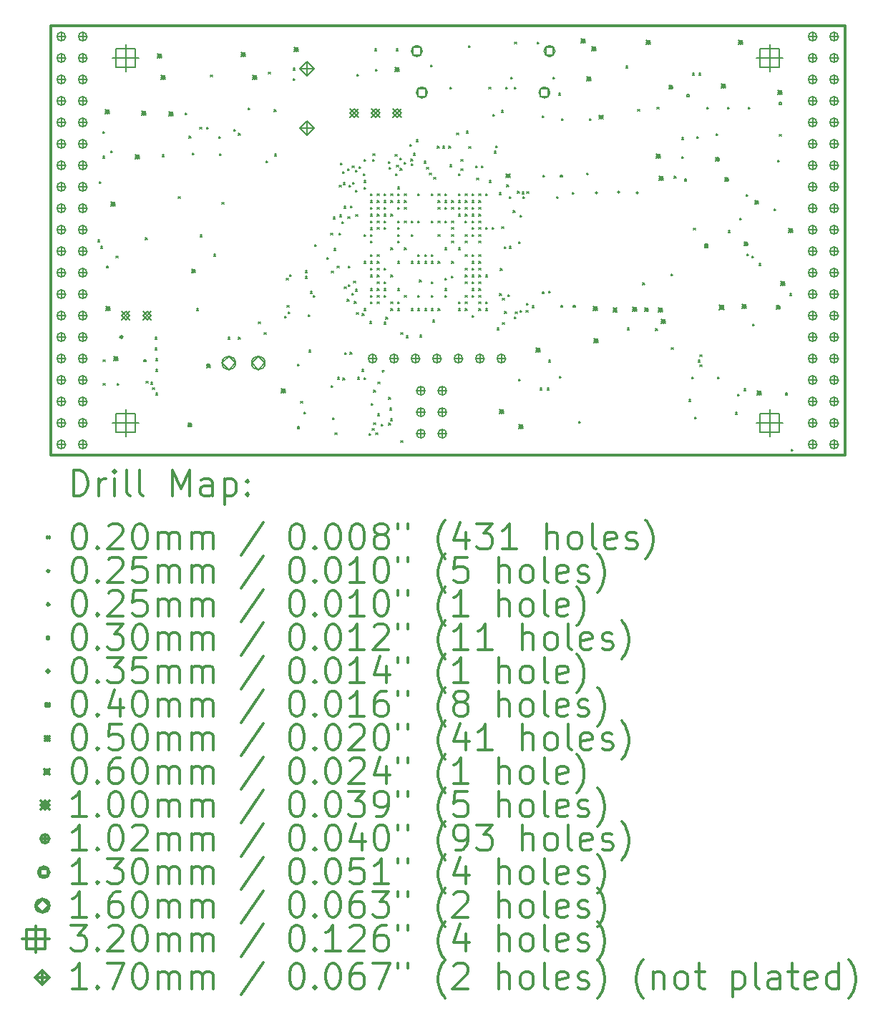
<source format=gbr>
%FSLAX45Y45*%
G04 Gerber Fmt 4.5, Leading zero omitted, Abs format (unit mm)*
G04 Created by KiCad (PCBNEW 5.0.0+dfsg1-2) date Tue Sep 18 01:53:39 2018*
%MOMM*%
%LPD*%
G01*
G04 APERTURE LIST*
%ADD10C,0.300000*%
%ADD11C,0.200000*%
G04 APERTURE END LIST*
D10*
X9410000Y-6142000D02*
X9410000Y-11222000D01*
X18808000Y-6142000D02*
X9410000Y-6142000D01*
X18808000Y-11222000D02*
X18808000Y-6142000D01*
X9410000Y-11222000D02*
X18808000Y-11222000D01*
D11*
X9969000Y-8676600D02*
X9989000Y-8696600D01*
X9989000Y-8676600D02*
X9969000Y-8696600D01*
X9990550Y-7986200D02*
X10010550Y-8006200D01*
X10010550Y-7986200D02*
X9990550Y-8006200D01*
X10007100Y-8752800D02*
X10027100Y-8772800D01*
X10027100Y-8752800D02*
X10007100Y-8772800D01*
X10032500Y-7393900D02*
X10052500Y-7413900D01*
X10052500Y-7393900D02*
X10032500Y-7413900D01*
X10032500Y-7686000D02*
X10052500Y-7706000D01*
X10052500Y-7686000D02*
X10032500Y-7706000D01*
X10035000Y-10094400D02*
X10055000Y-10114400D01*
X10055000Y-10094400D02*
X10035000Y-10114400D01*
X10035000Y-10373800D02*
X10055000Y-10393800D01*
X10055000Y-10373800D02*
X10035000Y-10393800D01*
X10125400Y-7619700D02*
X10145400Y-7639700D01*
X10145400Y-7619700D02*
X10125400Y-7639700D01*
X10187400Y-8868850D02*
X10207400Y-8888850D01*
X10207400Y-8868850D02*
X10187400Y-8888850D01*
X10200100Y-10373800D02*
X10220100Y-10393800D01*
X10220100Y-10373800D02*
X10200100Y-10393800D01*
X10535450Y-8649900D02*
X10555450Y-8669900D01*
X10555450Y-8649900D02*
X10535450Y-8669900D01*
X10543000Y-10348400D02*
X10563000Y-10368400D01*
X10563000Y-10348400D02*
X10543000Y-10368400D01*
X10595970Y-10361643D02*
X10615970Y-10381643D01*
X10615970Y-10361643D02*
X10595970Y-10381643D01*
X10619200Y-10424600D02*
X10639200Y-10444600D01*
X10639200Y-10424600D02*
X10619200Y-10444600D01*
X10650950Y-9827700D02*
X10670950Y-9847700D01*
X10670950Y-9827700D02*
X10650950Y-9847700D01*
X10650950Y-9954700D02*
X10670950Y-9974700D01*
X10670950Y-9954700D02*
X10650950Y-9974700D01*
X10657300Y-10081700D02*
X10677300Y-10101700D01*
X10677300Y-10081700D02*
X10657300Y-10101700D01*
X10657300Y-10208701D02*
X10677300Y-10228701D01*
X10677300Y-10208701D02*
X10657300Y-10228701D01*
X10657300Y-10488100D02*
X10677300Y-10508100D01*
X10677300Y-10488100D02*
X10657300Y-10508100D01*
X10733500Y-7668700D02*
X10753500Y-7688700D01*
X10753500Y-7668700D02*
X10733500Y-7688700D01*
X10924000Y-8164000D02*
X10944000Y-8184000D01*
X10944000Y-8164000D02*
X10924000Y-8184000D01*
X11001700Y-7175200D02*
X11021700Y-7195200D01*
X11021700Y-7175200D02*
X11001700Y-7195200D01*
X11049908Y-7448938D02*
X11069908Y-7468938D01*
X11069908Y-7448938D02*
X11049908Y-7468938D01*
X11090600Y-7645100D02*
X11110600Y-7665100D01*
X11110600Y-7645100D02*
X11090600Y-7665100D01*
X11137400Y-9489400D02*
X11157400Y-9509400D01*
X11157400Y-9489400D02*
X11137400Y-9509400D01*
X11178000Y-7344850D02*
X11198000Y-7364850D01*
X11198000Y-7344850D02*
X11178000Y-7364850D01*
X11179522Y-8615379D02*
X11199522Y-8635379D01*
X11199522Y-8615379D02*
X11179522Y-8635379D01*
X11260550Y-7344851D02*
X11280550Y-7364851D01*
X11280550Y-7344851D02*
X11260550Y-7364851D01*
X11305725Y-6724363D02*
X11325725Y-6744363D01*
X11325725Y-6724363D02*
X11305725Y-6744363D01*
X11344600Y-8845973D02*
X11364600Y-8865973D01*
X11364600Y-8845973D02*
X11344600Y-8865973D01*
X11400408Y-7451220D02*
X11420408Y-7471220D01*
X11420408Y-7451220D02*
X11400408Y-7471220D01*
X11408100Y-7657800D02*
X11428100Y-7677800D01*
X11428100Y-7657800D02*
X11408100Y-7677800D01*
X11441393Y-8230943D02*
X11461393Y-8250943D01*
X11461393Y-8230943D02*
X11441393Y-8250943D01*
X11514550Y-9827700D02*
X11534550Y-9847700D01*
X11534550Y-9827700D02*
X11514550Y-9847700D01*
X11578000Y-7370000D02*
X11598000Y-7390000D01*
X11598000Y-7370000D02*
X11578000Y-7390000D01*
X11633852Y-9827700D02*
X11653852Y-9847700D01*
X11653852Y-9827700D02*
X11633852Y-9847700D01*
X11635200Y-7414700D02*
X11655200Y-7434700D01*
X11655200Y-7414700D02*
X11635200Y-7434700D01*
X11747000Y-7114500D02*
X11767000Y-7134500D01*
X11767000Y-7114500D02*
X11747000Y-7134500D01*
X11870412Y-9644112D02*
X11890412Y-9664112D01*
X11890412Y-9644112D02*
X11870412Y-9664112D01*
X11940000Y-9772000D02*
X11960000Y-9792000D01*
X11960000Y-9772000D02*
X11940000Y-9792000D01*
X11959215Y-7739412D02*
X11979215Y-7759412D01*
X11979215Y-7739412D02*
X11959215Y-7759412D01*
X11990800Y-6690800D02*
X12010800Y-6710800D01*
X12010800Y-6690800D02*
X11990800Y-6710800D01*
X12056498Y-7133651D02*
X12076498Y-7153651D01*
X12076498Y-7133651D02*
X12056498Y-7153651D01*
X12063993Y-7659408D02*
X12083993Y-7679408D01*
X12083993Y-7659408D02*
X12063993Y-7679408D01*
X12182800Y-9575500D02*
X12202800Y-9595500D01*
X12202800Y-9575500D02*
X12182800Y-9595500D01*
X12201657Y-9128657D02*
X12221657Y-9148657D01*
X12221657Y-9128657D02*
X12201657Y-9148657D01*
X12210364Y-9448538D02*
X12230364Y-9468538D01*
X12230364Y-9448538D02*
X12210364Y-9468538D01*
X12220900Y-9524700D02*
X12240900Y-9544700D01*
X12240900Y-9524700D02*
X12220900Y-9544700D01*
X12242096Y-9088217D02*
X12262096Y-9108217D01*
X12262096Y-9088217D02*
X12242096Y-9108217D01*
X12282618Y-6643232D02*
X12302618Y-6663232D01*
X12302618Y-6643232D02*
X12282618Y-6663232D01*
X12284400Y-6768800D02*
X12304400Y-6788800D01*
X12304400Y-6768800D02*
X12284400Y-6788800D01*
X12332545Y-10146435D02*
X12352545Y-10166435D01*
X12352545Y-10146435D02*
X12332545Y-10166435D01*
X12370241Y-10586650D02*
X12390241Y-10606650D01*
X12390241Y-10586650D02*
X12370241Y-10606650D01*
X12410242Y-10710764D02*
X12430242Y-10730764D01*
X12430242Y-10710764D02*
X12410242Y-10730764D01*
X12423701Y-9107100D02*
X12443701Y-9127100D01*
X12443701Y-9107100D02*
X12423701Y-9127100D01*
X12423702Y-9038791D02*
X12443702Y-9058791D01*
X12443702Y-9038791D02*
X12423702Y-9058791D01*
X12460700Y-9561000D02*
X12480700Y-9581000D01*
X12480700Y-9561000D02*
X12460700Y-9581000D01*
X12467050Y-9980100D02*
X12487050Y-10000100D01*
X12487050Y-9980100D02*
X12467050Y-10000100D01*
X12486399Y-9285661D02*
X12506399Y-9305661D01*
X12506399Y-9285661D02*
X12486399Y-9305661D01*
X12519149Y-9329350D02*
X12539149Y-9349350D01*
X12539149Y-9329350D02*
X12519149Y-9349350D01*
X12538837Y-8731087D02*
X12558837Y-8751087D01*
X12558837Y-8731087D02*
X12538837Y-8751087D01*
X12682329Y-8882979D02*
X12702329Y-8902979D01*
X12702329Y-8882979D02*
X12682329Y-8902979D01*
X12727400Y-8595800D02*
X12747400Y-8615800D01*
X12747400Y-8595800D02*
X12727400Y-8615800D01*
X12731909Y-10397773D02*
X12751909Y-10417773D01*
X12751909Y-10397773D02*
X12731909Y-10417773D01*
X12733834Y-9045740D02*
X12753834Y-9065740D01*
X12753834Y-9045740D02*
X12733834Y-9065740D01*
X12748660Y-10777504D02*
X12768660Y-10797504D01*
X12768660Y-10777504D02*
X12748660Y-10797504D01*
X12759150Y-8405300D02*
X12779150Y-8425300D01*
X12779150Y-8405300D02*
X12759150Y-8425300D01*
X12764768Y-8776012D02*
X12784768Y-8796012D01*
X12784768Y-8776012D02*
X12764768Y-8796012D01*
X12778201Y-10958000D02*
X12798201Y-10978000D01*
X12798201Y-10958000D02*
X12778201Y-10978000D01*
X12803218Y-8983018D02*
X12823218Y-9003018D01*
X12823218Y-8983018D02*
X12803218Y-9003018D01*
X12808750Y-10300900D02*
X12828750Y-10320900D01*
X12828750Y-10300900D02*
X12808750Y-10320900D01*
X12824072Y-8596207D02*
X12844072Y-8616207D01*
X12844072Y-8596207D02*
X12824072Y-8616207D01*
X12829000Y-8030650D02*
X12849000Y-8050650D01*
X12849000Y-8030650D02*
X12829000Y-8050650D01*
X12835350Y-8379900D02*
X12855350Y-8399900D01*
X12855350Y-8379900D02*
X12835350Y-8399900D01*
X12841700Y-7765451D02*
X12861700Y-7785451D01*
X12861700Y-7765451D02*
X12841700Y-7785451D01*
X12860114Y-8462438D02*
X12880114Y-8482438D01*
X12880114Y-8462438D02*
X12860114Y-8482438D01*
X12867100Y-7865550D02*
X12887100Y-7885550D01*
X12887100Y-7865550D02*
X12867100Y-7885550D01*
X12870682Y-10308590D02*
X12890682Y-10328590D01*
X12890682Y-10308590D02*
X12870682Y-10328590D01*
X12873450Y-7998900D02*
X12893450Y-8018900D01*
X12893450Y-7998900D02*
X12873450Y-8018900D01*
X12886150Y-8278300D02*
X12906150Y-8298300D01*
X12906150Y-8278300D02*
X12886150Y-8298300D01*
X12886283Y-9229083D02*
X12906283Y-9249083D01*
X12906283Y-9229083D02*
X12886283Y-9249083D01*
X12890520Y-10007480D02*
X12910520Y-10027480D01*
X12910520Y-10007480D02*
X12890520Y-10027480D01*
X12921835Y-9377845D02*
X12941835Y-9397845D01*
X12941835Y-9377845D02*
X12921835Y-9397845D01*
X12924250Y-7833800D02*
X12944250Y-7853800D01*
X12944250Y-7833800D02*
X12924250Y-7853800D01*
X12930501Y-8400852D02*
X12950501Y-8420852D01*
X12950501Y-8400852D02*
X12930501Y-8420852D01*
X12934924Y-8983794D02*
X12954924Y-9003794D01*
X12954924Y-8983794D02*
X12934924Y-9003794D01*
X12935750Y-9202350D02*
X12955750Y-9222350D01*
X12955750Y-9202350D02*
X12935750Y-9222350D01*
X12940751Y-8030650D02*
X12960751Y-8050650D01*
X12960751Y-8030650D02*
X12940751Y-8050650D01*
X12956000Y-10005500D02*
X12976000Y-10025500D01*
X12976000Y-10005500D02*
X12956000Y-10025500D01*
X12962350Y-8273851D02*
X12982350Y-8293851D01*
X12982350Y-8273851D02*
X12962350Y-8293851D01*
X12976189Y-9308896D02*
X12996189Y-9328896D01*
X12996189Y-9308896D02*
X12976189Y-9328896D01*
X12981400Y-7802050D02*
X13001400Y-7822050D01*
X13001400Y-7802050D02*
X12981400Y-7822050D01*
X12984711Y-7994431D02*
X13004711Y-8014431D01*
X13004711Y-7994431D02*
X12984711Y-8014431D01*
X12999250Y-9164250D02*
X13019250Y-9184250D01*
X13019250Y-9164250D02*
X12999250Y-9184250D01*
X13007618Y-9405227D02*
X13027618Y-9425227D01*
X13027618Y-9405227D02*
X13007618Y-9425227D01*
X13018300Y-9259500D02*
X13038300Y-9279500D01*
X13038300Y-9259500D02*
X13018300Y-9279500D01*
X13018305Y-7852464D02*
X13038305Y-7872464D01*
X13038305Y-7852464D02*
X13018305Y-7872464D01*
X13019500Y-8087800D02*
X13039500Y-8107800D01*
X13039500Y-8087800D02*
X13019500Y-8107800D01*
X13023410Y-8375410D02*
X13043410Y-8395410D01*
X13043410Y-8375410D02*
X13023410Y-8395410D01*
X13030548Y-9536431D02*
X13050548Y-9556431D01*
X13050548Y-9536431D02*
X13030548Y-9556431D01*
X13033700Y-6718000D02*
X13053700Y-6738000D01*
X13053700Y-6718000D02*
X13033700Y-6738000D01*
X13043700Y-10300900D02*
X13063700Y-10320900D01*
X13063700Y-10300900D02*
X13043700Y-10320900D01*
X13063950Y-7808400D02*
X13083950Y-7828400D01*
X13083950Y-7808400D02*
X13063950Y-7828400D01*
X13093907Y-10208700D02*
X13113907Y-10228700D01*
X13113907Y-10208700D02*
X13093907Y-10228700D01*
X13098471Y-9546418D02*
X13118471Y-9566418D01*
X13118471Y-9546418D02*
X13098471Y-9566418D01*
X13114818Y-7892343D02*
X13134818Y-7912343D01*
X13134818Y-7892343D02*
X13114818Y-7912343D01*
X13118000Y-8052363D02*
X13138000Y-8072363D01*
X13138000Y-8052363D02*
X13118000Y-8072363D01*
X13118000Y-8610000D02*
X13138000Y-8630000D01*
X13138000Y-8610000D02*
X13118000Y-8630000D01*
X13118000Y-8930000D02*
X13138000Y-8950000D01*
X13138000Y-8930000D02*
X13118000Y-8950000D01*
X13118000Y-9490000D02*
X13138000Y-9510000D01*
X13138000Y-9490000D02*
X13118000Y-9510000D01*
X13118565Y-7722735D02*
X13138565Y-7742735D01*
X13138565Y-7722735D02*
X13118565Y-7742735D01*
X13119785Y-7972345D02*
X13139785Y-7992345D01*
X13139785Y-7972345D02*
X13119785Y-7992345D01*
X13119900Y-10307250D02*
X13139900Y-10327250D01*
X13139900Y-10307250D02*
X13119900Y-10327250D01*
X13178250Y-10964350D02*
X13198250Y-10984350D01*
X13198250Y-10964350D02*
X13178250Y-10984350D01*
X13189750Y-9640500D02*
X13209750Y-9660500D01*
X13209750Y-9640500D02*
X13189750Y-9660500D01*
X13197734Y-9090201D02*
X13217734Y-9110201D01*
X13217734Y-9090201D02*
X13197734Y-9110201D01*
X13198000Y-8130000D02*
X13218000Y-8150000D01*
X13218000Y-8130000D02*
X13198000Y-8150000D01*
X13198000Y-8210000D02*
X13218000Y-8230000D01*
X13218000Y-8210000D02*
X13198000Y-8230000D01*
X13198000Y-8290000D02*
X13218000Y-8310000D01*
X13218000Y-8290000D02*
X13198000Y-8310000D01*
X13198000Y-8370000D02*
X13218000Y-8390000D01*
X13218000Y-8370000D02*
X13198000Y-8390000D01*
X13198000Y-8450000D02*
X13218000Y-8470000D01*
X13218000Y-8450000D02*
X13198000Y-8470000D01*
X13198000Y-8531500D02*
X13218000Y-8551500D01*
X13218000Y-8531500D02*
X13198000Y-8551500D01*
X13198000Y-8610000D02*
X13218000Y-8630000D01*
X13218000Y-8610000D02*
X13198000Y-8630000D01*
X13198000Y-8690000D02*
X13218000Y-8710000D01*
X13218000Y-8690000D02*
X13198000Y-8710000D01*
X13198000Y-8850000D02*
X13218000Y-8870000D01*
X13218000Y-8850000D02*
X13198000Y-8870000D01*
X13198000Y-8930000D02*
X13218000Y-8950000D01*
X13218000Y-8930000D02*
X13198000Y-8950000D01*
X13198000Y-9010000D02*
X13218000Y-9030000D01*
X13218000Y-9010000D02*
X13198000Y-9030000D01*
X13198000Y-9250000D02*
X13218000Y-9270000D01*
X13218000Y-9250000D02*
X13198000Y-9270000D01*
X13198000Y-9330000D02*
X13218000Y-9350000D01*
X13218000Y-9330000D02*
X13198000Y-9350000D01*
X13198000Y-9410000D02*
X13218000Y-9430000D01*
X13218000Y-9410000D02*
X13198000Y-9430000D01*
X13206286Y-10608587D02*
X13226286Y-10628587D01*
X13226286Y-10608587D02*
X13206286Y-10628587D01*
X13217511Y-10908296D02*
X13237511Y-10928296D01*
X13237511Y-10908296D02*
X13217511Y-10928296D01*
X13220903Y-7724256D02*
X13240903Y-7744256D01*
X13240903Y-7724256D02*
X13220903Y-7744256D01*
X13227850Y-7652950D02*
X13247850Y-7672950D01*
X13247850Y-7652950D02*
X13227850Y-7672950D01*
X13234200Y-10453300D02*
X13254200Y-10473300D01*
X13254200Y-10453300D02*
X13234200Y-10473300D01*
X13234200Y-10840650D02*
X13254200Y-10860650D01*
X13254200Y-10840650D02*
X13234200Y-10860650D01*
X13245600Y-6416000D02*
X13265600Y-6436000D01*
X13265600Y-6416000D02*
X13245600Y-6436000D01*
X13258300Y-6657300D02*
X13278300Y-6677300D01*
X13278300Y-6657300D02*
X13258300Y-6677300D01*
X13260800Y-10958000D02*
X13280800Y-10978000D01*
X13280800Y-10958000D02*
X13260800Y-10978000D01*
X13278000Y-8130000D02*
X13298000Y-8150000D01*
X13298000Y-8130000D02*
X13278000Y-8150000D01*
X13278000Y-8210000D02*
X13298000Y-8230000D01*
X13298000Y-8210000D02*
X13278000Y-8230000D01*
X13278000Y-8290000D02*
X13298000Y-8310000D01*
X13298000Y-8290000D02*
X13278000Y-8310000D01*
X13278000Y-8370000D02*
X13298000Y-8390000D01*
X13298000Y-8370000D02*
X13278000Y-8390000D01*
X13278000Y-8450000D02*
X13298000Y-8470000D01*
X13298000Y-8450000D02*
X13278000Y-8470000D01*
X13278000Y-8530000D02*
X13298000Y-8550000D01*
X13298000Y-8530000D02*
X13278000Y-8550000D01*
X13278000Y-8850000D02*
X13298000Y-8870000D01*
X13298000Y-8850000D02*
X13278000Y-8870000D01*
X13278000Y-8930000D02*
X13298000Y-8950000D01*
X13298000Y-8930000D02*
X13278000Y-8950000D01*
X13278000Y-9010000D02*
X13298000Y-9030000D01*
X13298000Y-9010000D02*
X13278000Y-9030000D01*
X13278000Y-9090000D02*
X13298000Y-9110000D01*
X13298000Y-9090000D02*
X13278000Y-9110000D01*
X13278000Y-9170000D02*
X13298000Y-9190000D01*
X13298000Y-9170000D02*
X13278000Y-9190000D01*
X13278000Y-9250000D02*
X13298000Y-9270000D01*
X13298000Y-9250000D02*
X13278000Y-9270000D01*
X13278000Y-9330000D02*
X13298000Y-9350000D01*
X13298000Y-9330000D02*
X13278000Y-9350000D01*
X13278000Y-9410000D02*
X13298000Y-9430000D01*
X13298000Y-9410000D02*
X13278000Y-9430000D01*
X13281247Y-10733530D02*
X13301247Y-10753530D01*
X13301247Y-10733530D02*
X13281247Y-10753530D01*
X13285000Y-10358050D02*
X13305000Y-10378050D01*
X13305000Y-10358050D02*
X13285000Y-10378050D01*
X13324300Y-10856400D02*
X13344300Y-10876400D01*
X13344300Y-10856400D02*
X13324300Y-10876400D01*
X13358000Y-8130000D02*
X13378000Y-8150000D01*
X13378000Y-8130000D02*
X13358000Y-8150000D01*
X13358000Y-8210000D02*
X13378000Y-8230000D01*
X13378000Y-8210000D02*
X13358000Y-8230000D01*
X13358000Y-8290000D02*
X13378000Y-8310000D01*
X13378000Y-8290000D02*
X13358000Y-8310000D01*
X13358000Y-8370000D02*
X13378000Y-8390000D01*
X13378000Y-8370000D02*
X13358000Y-8390000D01*
X13358000Y-8450000D02*
X13378000Y-8470000D01*
X13378000Y-8450000D02*
X13358000Y-8470000D01*
X13358000Y-8530000D02*
X13378000Y-8550000D01*
X13378000Y-8530000D02*
X13358000Y-8550000D01*
X13358000Y-9010000D02*
X13378000Y-9030000D01*
X13378000Y-9010000D02*
X13358000Y-9030000D01*
X13358000Y-9170000D02*
X13378000Y-9190000D01*
X13378000Y-9170000D02*
X13358000Y-9190000D01*
X13358000Y-9250000D02*
X13378000Y-9270000D01*
X13378000Y-9250000D02*
X13358000Y-9270000D01*
X13358000Y-9330000D02*
X13378000Y-9350000D01*
X13378000Y-9330000D02*
X13358000Y-9350000D01*
X13358000Y-9650000D02*
X13378000Y-9670000D01*
X13378000Y-9650000D02*
X13358000Y-9670000D01*
X13378000Y-9590000D02*
X13398000Y-9610000D01*
X13398000Y-9590000D02*
X13378000Y-9610000D01*
X13411163Y-7748395D02*
X13431163Y-7768395D01*
X13431163Y-7748395D02*
X13411163Y-7768395D01*
X13413200Y-10538900D02*
X13433200Y-10558900D01*
X13433200Y-10538900D02*
X13413200Y-10558900D01*
X13413200Y-10843700D02*
X13433200Y-10863700D01*
X13433200Y-10843700D02*
X13413200Y-10863700D01*
X13415020Y-7815418D02*
X13435020Y-7835418D01*
X13435020Y-7815418D02*
X13415020Y-7835418D01*
X13425900Y-10665900D02*
X13445900Y-10685900D01*
X13445900Y-10665900D02*
X13425900Y-10685900D01*
X13432035Y-10792450D02*
X13452035Y-10812450D01*
X13452035Y-10792450D02*
X13432035Y-10812450D01*
X13438000Y-8130000D02*
X13458000Y-8150000D01*
X13458000Y-8130000D02*
X13438000Y-8150000D01*
X13438000Y-8210000D02*
X13458000Y-8230000D01*
X13458000Y-8210000D02*
X13438000Y-8230000D01*
X13438000Y-8370000D02*
X13458000Y-8390000D01*
X13458000Y-8370000D02*
X13438000Y-8390000D01*
X13438000Y-9090000D02*
X13458000Y-9110000D01*
X13458000Y-9090000D02*
X13438000Y-9110000D01*
X13438000Y-9410000D02*
X13458000Y-9430000D01*
X13458000Y-9410000D02*
X13438000Y-9430000D01*
X13438000Y-9490000D02*
X13458000Y-9510000D01*
X13458000Y-9490000D02*
X13438000Y-9510000D01*
X13438001Y-8770000D02*
X13458001Y-8790000D01*
X13458001Y-8770000D02*
X13438001Y-8790000D01*
X13489399Y-7662350D02*
X13509399Y-7682350D01*
X13509399Y-7662350D02*
X13489399Y-7682350D01*
X13492132Y-7892495D02*
X13512132Y-7912495D01*
X13512132Y-7892495D02*
X13492132Y-7912495D01*
X13499600Y-6416000D02*
X13519600Y-6436000D01*
X13519600Y-6416000D02*
X13499600Y-6436000D01*
X13507250Y-7792650D02*
X13527250Y-7812650D01*
X13527250Y-7792650D02*
X13507250Y-7812650D01*
X13518000Y-8050000D02*
X13538000Y-8070000D01*
X13538000Y-8050000D02*
X13518000Y-8070000D01*
X13518000Y-8130000D02*
X13538000Y-8150000D01*
X13538000Y-8130000D02*
X13518000Y-8150000D01*
X13518000Y-8210000D02*
X13538000Y-8230000D01*
X13538000Y-8210000D02*
X13518000Y-8230000D01*
X13518000Y-8290000D02*
X13538000Y-8310000D01*
X13538000Y-8290000D02*
X13518000Y-8310000D01*
X13518000Y-8450000D02*
X13538000Y-8470000D01*
X13538000Y-8450000D02*
X13518000Y-8470000D01*
X13518000Y-8530000D02*
X13538000Y-8550000D01*
X13538000Y-8530000D02*
X13518000Y-8550000D01*
X13518000Y-8610000D02*
X13538000Y-8630000D01*
X13538000Y-8610000D02*
X13518000Y-8630000D01*
X13518000Y-8690000D02*
X13538000Y-8710000D01*
X13538000Y-8690000D02*
X13518000Y-8710000D01*
X13518000Y-8930000D02*
X13538000Y-8950000D01*
X13538000Y-8930000D02*
X13518000Y-8950000D01*
X13518000Y-9250000D02*
X13538000Y-9270000D01*
X13538000Y-9250000D02*
X13518000Y-9270000D01*
X13518000Y-9410000D02*
X13538000Y-9430000D01*
X13538000Y-9410000D02*
X13518000Y-9430000D01*
X13518000Y-9490000D02*
X13538000Y-9510000D01*
X13538000Y-9490000D02*
X13518000Y-9510000D01*
X13546550Y-7706800D02*
X13566550Y-7726800D01*
X13566550Y-7706800D02*
X13546550Y-7726800D01*
X13549150Y-7827659D02*
X13569150Y-7847659D01*
X13569150Y-7827659D02*
X13549150Y-7847659D01*
X13555656Y-11051071D02*
X13575656Y-11071071D01*
X13575656Y-11051071D02*
X13555656Y-11071071D01*
X13558000Y-9770000D02*
X13578000Y-9790000D01*
X13578000Y-9770000D02*
X13558000Y-9790000D01*
X13594882Y-7754550D02*
X13614882Y-7774550D01*
X13614882Y-7754550D02*
X13594882Y-7774550D01*
X13598000Y-8130000D02*
X13618000Y-8150000D01*
X13618000Y-8130000D02*
X13598000Y-8150000D01*
X13598000Y-8210000D02*
X13618000Y-8230000D01*
X13618000Y-8210000D02*
X13598000Y-8230000D01*
X13598000Y-8290000D02*
X13618000Y-8310000D01*
X13618000Y-8290000D02*
X13598000Y-8310000D01*
X13598000Y-8450000D02*
X13618000Y-8470000D01*
X13618000Y-8450000D02*
X13598000Y-8470000D01*
X13598000Y-8770000D02*
X13618000Y-8790000D01*
X13618000Y-8770000D02*
X13598000Y-8790000D01*
X13598000Y-9330000D02*
X13618000Y-9350000D01*
X13618000Y-9330000D02*
X13598000Y-9350000D01*
X13618000Y-9810000D02*
X13638000Y-9830000D01*
X13638000Y-9810000D02*
X13618000Y-9830000D01*
X13664259Y-7547941D02*
X13684259Y-7567941D01*
X13684259Y-7547941D02*
X13664259Y-7567941D01*
X13676320Y-7718760D02*
X13696320Y-7738760D01*
X13696320Y-7718760D02*
X13676320Y-7738760D01*
X13678000Y-8450000D02*
X13698000Y-8470000D01*
X13698000Y-8450000D02*
X13678000Y-8470000D01*
X13678000Y-8610000D02*
X13698000Y-8630000D01*
X13698000Y-8610000D02*
X13678000Y-8630000D01*
X13678000Y-8930000D02*
X13698000Y-8950000D01*
X13698000Y-8930000D02*
X13678000Y-8950000D01*
X13678000Y-9490000D02*
X13698000Y-9510000D01*
X13698000Y-9490000D02*
X13678000Y-9510000D01*
X13679461Y-7776107D02*
X13699461Y-7796107D01*
X13699461Y-7776107D02*
X13679461Y-7796107D01*
X13707437Y-7652487D02*
X13727437Y-7672487D01*
X13727437Y-7652487D02*
X13707437Y-7672487D01*
X13738000Y-7490000D02*
X13758000Y-7510000D01*
X13758000Y-7490000D02*
X13738000Y-7510000D01*
X13758000Y-8130000D02*
X13778000Y-8150000D01*
X13778000Y-8130000D02*
X13758000Y-8150000D01*
X13758000Y-8450000D02*
X13778000Y-8470000D01*
X13778000Y-8450000D02*
X13758000Y-8470000D01*
X13758000Y-8850000D02*
X13778000Y-8870000D01*
X13778000Y-8850000D02*
X13758000Y-8870000D01*
X13758000Y-8930000D02*
X13778000Y-8950000D01*
X13778000Y-8930000D02*
X13758000Y-8950000D01*
X13758000Y-9330000D02*
X13778000Y-9350000D01*
X13778000Y-9330000D02*
X13758000Y-9350000D01*
X13758000Y-9490000D02*
X13778000Y-9510000D01*
X13778000Y-9490000D02*
X13758000Y-9510000D01*
X13778000Y-9150000D02*
X13798000Y-9170000D01*
X13798000Y-9150000D02*
X13778000Y-9170000D01*
X13781499Y-9802300D02*
X13801499Y-9822300D01*
X13801499Y-9802300D02*
X13781499Y-9822300D01*
X13830592Y-7745154D02*
X13850592Y-7765154D01*
X13850592Y-7745154D02*
X13830592Y-7765154D01*
X13838000Y-8850000D02*
X13858000Y-8870000D01*
X13858000Y-8850000D02*
X13838000Y-8870000D01*
X13838000Y-8930000D02*
X13858000Y-8950000D01*
X13858000Y-8930000D02*
X13838000Y-8950000D01*
X13838000Y-9490000D02*
X13858000Y-9510000D01*
X13858000Y-9490000D02*
X13838000Y-9510000D01*
X13862850Y-7818050D02*
X13882850Y-7838050D01*
X13882850Y-7818050D02*
X13862850Y-7838050D01*
X13894600Y-7881550D02*
X13914600Y-7901550D01*
X13914600Y-7881550D02*
X13894600Y-7901550D01*
X13910000Y-6603700D02*
X13930000Y-6623700D01*
X13930000Y-6603700D02*
X13910000Y-6623700D01*
X13918000Y-8130000D02*
X13938000Y-8150000D01*
X13938000Y-8130000D02*
X13918000Y-8150000D01*
X13918000Y-8450000D02*
X13938000Y-8470000D01*
X13938000Y-8450000D02*
X13918000Y-8470000D01*
X13918000Y-8850000D02*
X13938000Y-8870000D01*
X13938000Y-8850000D02*
X13918000Y-8870000D01*
X13918000Y-8930000D02*
X13938000Y-8950000D01*
X13938000Y-8930000D02*
X13918000Y-8950000D01*
X13918000Y-9170000D02*
X13938000Y-9190000D01*
X13938000Y-9170000D02*
X13918000Y-9190000D01*
X13918000Y-9330000D02*
X13938000Y-9350000D01*
X13938000Y-9330000D02*
X13918000Y-9350000D01*
X13918000Y-9490000D02*
X13938000Y-9510000D01*
X13938000Y-9490000D02*
X13918000Y-9510000D01*
X13933900Y-9624500D02*
X13953900Y-9644500D01*
X13953900Y-9624500D02*
X13933900Y-9644500D01*
X13945400Y-7932350D02*
X13965400Y-7952350D01*
X13965400Y-7932350D02*
X13945400Y-7952350D01*
X13987649Y-7567100D02*
X14007649Y-7587100D01*
X14007649Y-7567100D02*
X13987649Y-7587100D01*
X13996000Y-8292000D02*
X14016000Y-8312000D01*
X14016000Y-8292000D02*
X13996000Y-8312000D01*
X13998000Y-8130000D02*
X14018000Y-8150000D01*
X14018000Y-8130000D02*
X13998000Y-8150000D01*
X13998000Y-8210000D02*
X14018000Y-8230000D01*
X14018000Y-8210000D02*
X13998000Y-8230000D01*
X13998000Y-8450000D02*
X14018000Y-8470000D01*
X14018000Y-8450000D02*
X13998000Y-8470000D01*
X13998000Y-8610000D02*
X14018000Y-8630000D01*
X14018000Y-8610000D02*
X13998000Y-8630000D01*
X13998000Y-8930000D02*
X14018000Y-8950000D01*
X14018000Y-8930000D02*
X13998000Y-8950000D01*
X13998000Y-9490000D02*
X14018000Y-9510000D01*
X14018000Y-9490000D02*
X13998000Y-9510000D01*
X14054550Y-7567100D02*
X14074550Y-7587100D01*
X14074550Y-7567100D02*
X14054550Y-7587100D01*
X14078000Y-8130000D02*
X14098000Y-8150000D01*
X14098000Y-8130000D02*
X14078000Y-8150000D01*
X14078000Y-8210000D02*
X14098000Y-8230000D01*
X14098000Y-8210000D02*
X14078000Y-8230000D01*
X14078000Y-8290000D02*
X14098000Y-8310000D01*
X14098000Y-8290000D02*
X14078000Y-8310000D01*
X14078000Y-8450000D02*
X14098000Y-8470000D01*
X14098000Y-8450000D02*
X14078000Y-8470000D01*
X14078000Y-8770000D02*
X14098000Y-8790000D01*
X14098000Y-8770000D02*
X14078000Y-8790000D01*
X14078000Y-9130000D02*
X14098000Y-9150000D01*
X14098000Y-9130000D02*
X14078000Y-9150000D01*
X14078000Y-9250000D02*
X14098000Y-9270000D01*
X14098000Y-9250000D02*
X14078000Y-9270000D01*
X14078000Y-9330000D02*
X14098000Y-9350000D01*
X14098000Y-9330000D02*
X14078000Y-9350000D01*
X14124400Y-7567100D02*
X14144400Y-7587100D01*
X14144400Y-7567100D02*
X14124400Y-7587100D01*
X14135900Y-7786300D02*
X14155900Y-7806300D01*
X14155900Y-7786300D02*
X14135900Y-7806300D01*
X14138000Y-6870000D02*
X14158000Y-6890000D01*
X14158000Y-6870000D02*
X14138000Y-6890000D01*
X14154000Y-9100700D02*
X14174000Y-9120700D01*
X14174000Y-9100700D02*
X14154000Y-9120700D01*
X14158000Y-8210000D02*
X14178000Y-8230000D01*
X14178000Y-8210000D02*
X14158000Y-8230000D01*
X14158000Y-8290000D02*
X14178000Y-8310000D01*
X14178000Y-8290000D02*
X14158000Y-8310000D01*
X14158000Y-8450000D02*
X14178000Y-8470000D01*
X14178000Y-8450000D02*
X14158000Y-8470000D01*
X14158000Y-8530000D02*
X14178000Y-8550000D01*
X14178000Y-8530000D02*
X14158000Y-8550000D01*
X14158000Y-8610000D02*
X14178000Y-8630000D01*
X14178000Y-8610000D02*
X14158000Y-8630000D01*
X14158000Y-8690000D02*
X14178000Y-8710000D01*
X14178000Y-8690000D02*
X14158000Y-8710000D01*
X14158000Y-8930000D02*
X14178000Y-8950000D01*
X14178000Y-8930000D02*
X14158000Y-8950000D01*
X14218000Y-7410000D02*
X14238000Y-7430000D01*
X14238000Y-7410000D02*
X14218000Y-7430000D01*
X14236000Y-8292000D02*
X14256000Y-8312000D01*
X14256000Y-8292000D02*
X14236000Y-8312000D01*
X14236377Y-7893109D02*
X14256377Y-7913109D01*
X14256377Y-7893109D02*
X14236377Y-7913109D01*
X14238000Y-8130000D02*
X14258000Y-8150000D01*
X14258000Y-8130000D02*
X14238000Y-8150000D01*
X14238000Y-8210000D02*
X14258000Y-8230000D01*
X14258000Y-8210000D02*
X14238000Y-8230000D01*
X14238000Y-8370000D02*
X14258000Y-8390000D01*
X14258000Y-8370000D02*
X14238000Y-8390000D01*
X14238000Y-8770000D02*
X14258000Y-8790000D01*
X14258000Y-8770000D02*
X14238000Y-8790000D01*
X14238000Y-9410000D02*
X14258000Y-9430000D01*
X14258000Y-9410000D02*
X14238000Y-9430000D01*
X14238000Y-9490000D02*
X14258000Y-9510000D01*
X14258000Y-9490000D02*
X14238000Y-9510000D01*
X14267329Y-7833800D02*
X14287329Y-7853800D01*
X14287329Y-7833800D02*
X14267329Y-7853800D01*
X14268583Y-7723660D02*
X14288583Y-7743660D01*
X14288583Y-7723660D02*
X14268583Y-7743660D01*
X14316000Y-8452000D02*
X14336000Y-8472000D01*
X14336000Y-8452000D02*
X14316000Y-8472000D01*
X14318000Y-8130000D02*
X14338000Y-8150000D01*
X14338000Y-8130000D02*
X14318000Y-8150000D01*
X14318000Y-8210000D02*
X14338000Y-8230000D01*
X14338000Y-8210000D02*
X14318000Y-8230000D01*
X14318000Y-8290000D02*
X14338000Y-8310000D01*
X14338000Y-8290000D02*
X14318000Y-8310000D01*
X14318000Y-8370000D02*
X14338000Y-8390000D01*
X14338000Y-8370000D02*
X14318000Y-8390000D01*
X14318000Y-8610000D02*
X14338000Y-8630000D01*
X14338000Y-8610000D02*
X14318000Y-8630000D01*
X14318000Y-8690000D02*
X14338000Y-8710000D01*
X14338000Y-8690000D02*
X14318000Y-8710000D01*
X14318000Y-8850000D02*
X14338000Y-8870000D01*
X14338000Y-8850000D02*
X14318000Y-8870000D01*
X14318000Y-9010000D02*
X14338000Y-9030000D01*
X14338000Y-9010000D02*
X14318000Y-9030000D01*
X14318000Y-9090000D02*
X14338000Y-9110000D01*
X14338000Y-9090000D02*
X14318000Y-9110000D01*
X14318000Y-9170000D02*
X14338000Y-9190000D01*
X14338000Y-9170000D02*
X14318000Y-9190000D01*
X14318000Y-9330000D02*
X14338000Y-9350000D01*
X14338000Y-9330000D02*
X14318000Y-9350000D01*
X14318000Y-9410000D02*
X14338000Y-9430000D01*
X14338000Y-9410000D02*
X14318000Y-9430000D01*
X14318000Y-9490000D02*
X14338000Y-9510000D01*
X14338000Y-9490000D02*
X14318000Y-9510000D01*
X14331863Y-7387513D02*
X14351863Y-7407513D01*
X14351863Y-7387513D02*
X14331863Y-7407513D01*
X14355067Y-6376252D02*
X14375067Y-6396252D01*
X14375067Y-6376252D02*
X14355067Y-6396252D01*
X14360888Y-7571730D02*
X14380888Y-7591730D01*
X14380888Y-7571730D02*
X14360888Y-7591730D01*
X14398000Y-9570000D02*
X14418000Y-9590000D01*
X14418000Y-9570000D02*
X14398000Y-9590000D01*
X14398000Y-8130000D02*
X14418000Y-8150000D01*
X14418000Y-8130000D02*
X14398000Y-8150000D01*
X14398000Y-8210000D02*
X14418000Y-8230000D01*
X14418000Y-8210000D02*
X14398000Y-8230000D01*
X14398000Y-8290000D02*
X14418000Y-8310000D01*
X14418000Y-8290000D02*
X14398000Y-8310000D01*
X14398000Y-8370000D02*
X14418000Y-8390000D01*
X14418000Y-8370000D02*
X14398000Y-8390000D01*
X14398000Y-8450000D02*
X14418000Y-8470000D01*
X14418000Y-8450000D02*
X14398000Y-8470000D01*
X14398000Y-8530000D02*
X14418000Y-8550000D01*
X14418000Y-8530000D02*
X14398000Y-8550000D01*
X14398000Y-8610000D02*
X14418000Y-8630000D01*
X14418000Y-8610000D02*
X14398000Y-8630000D01*
X14398000Y-8850000D02*
X14418000Y-8870000D01*
X14418000Y-8850000D02*
X14398000Y-8870000D01*
X14398000Y-8930000D02*
X14418000Y-8950000D01*
X14418000Y-8930000D02*
X14398000Y-8950000D01*
X14398000Y-9010000D02*
X14418000Y-9030000D01*
X14418000Y-9010000D02*
X14398000Y-9030000D01*
X14398000Y-9090000D02*
X14418000Y-9110000D01*
X14418000Y-9090000D02*
X14398000Y-9110000D01*
X14398000Y-9170000D02*
X14418000Y-9190000D01*
X14418000Y-9170000D02*
X14398000Y-9190000D01*
X14398000Y-9250000D02*
X14418000Y-9270000D01*
X14418000Y-9250000D02*
X14398000Y-9270000D01*
X14398000Y-9330000D02*
X14418000Y-9350000D01*
X14418000Y-9330000D02*
X14398000Y-9350000D01*
X14441900Y-7802050D02*
X14461900Y-7822050D01*
X14461900Y-7802050D02*
X14441900Y-7822050D01*
X14453400Y-7942279D02*
X14473400Y-7962279D01*
X14473400Y-7942279D02*
X14453400Y-7962279D01*
X14478000Y-8130000D02*
X14498000Y-8150000D01*
X14498000Y-8130000D02*
X14478000Y-8150000D01*
X14478000Y-8210000D02*
X14498000Y-8230000D01*
X14498000Y-8210000D02*
X14478000Y-8230000D01*
X14478000Y-8290000D02*
X14498000Y-8310000D01*
X14498000Y-8290000D02*
X14478000Y-8310000D01*
X14478000Y-8370000D02*
X14498000Y-8390000D01*
X14498000Y-8370000D02*
X14478000Y-8390000D01*
X14478000Y-8450000D02*
X14498000Y-8470000D01*
X14498000Y-8450000D02*
X14478000Y-8470000D01*
X14478000Y-8530000D02*
X14498000Y-8550000D01*
X14498000Y-8530000D02*
X14478000Y-8550000D01*
X14478000Y-8610000D02*
X14498000Y-8630000D01*
X14498000Y-8610000D02*
X14478000Y-8630000D01*
X14478000Y-8690000D02*
X14498000Y-8710000D01*
X14498000Y-8690000D02*
X14478000Y-8710000D01*
X14478000Y-8850000D02*
X14498000Y-8870000D01*
X14498000Y-8850000D02*
X14478000Y-8870000D01*
X14478000Y-8930000D02*
X14498000Y-8950000D01*
X14498000Y-8930000D02*
X14478000Y-8950000D01*
X14478000Y-9010000D02*
X14498000Y-9030000D01*
X14498000Y-9010000D02*
X14478000Y-9030000D01*
X14478000Y-9090000D02*
X14498000Y-9110000D01*
X14498000Y-9090000D02*
X14478000Y-9110000D01*
X14478000Y-9170000D02*
X14498000Y-9190000D01*
X14498000Y-9170000D02*
X14478000Y-9190000D01*
X14478000Y-9250000D02*
X14498000Y-9270000D01*
X14498000Y-9250000D02*
X14478000Y-9270000D01*
X14478000Y-9330000D02*
X14498000Y-9350000D01*
X14498000Y-9330000D02*
X14478000Y-9350000D01*
X14478000Y-9410000D02*
X14498000Y-9430000D01*
X14498000Y-9410000D02*
X14478000Y-9430000D01*
X14478000Y-9490000D02*
X14498000Y-9510000D01*
X14498000Y-9490000D02*
X14478000Y-9510000D01*
X14511750Y-7802050D02*
X14531750Y-7822050D01*
X14531750Y-7802050D02*
X14511750Y-7822050D01*
X14558000Y-8130000D02*
X14578000Y-8150000D01*
X14578000Y-8130000D02*
X14558000Y-8150000D01*
X14558000Y-8530000D02*
X14578000Y-8550000D01*
X14578000Y-8530000D02*
X14558000Y-8550000D01*
X14558000Y-9090000D02*
X14578000Y-9110000D01*
X14578000Y-9090000D02*
X14558000Y-9110000D01*
X14558000Y-9410000D02*
X14578000Y-9430000D01*
X14578000Y-9410000D02*
X14558000Y-9430000D01*
X14558000Y-9490000D02*
X14578000Y-9510000D01*
X14578000Y-9490000D02*
X14558000Y-9510000D01*
X14598000Y-6870000D02*
X14618000Y-6890000D01*
X14618000Y-6870000D02*
X14598000Y-6890000D01*
X14600000Y-7972000D02*
X14620000Y-7992000D01*
X14620000Y-7972000D02*
X14600000Y-7992000D01*
X14638000Y-8530000D02*
X14658000Y-8550000D01*
X14658000Y-8530000D02*
X14638000Y-8550000D01*
X14646600Y-7187799D02*
X14666600Y-7207799D01*
X14666600Y-7187799D02*
X14646600Y-7207799D01*
X14660029Y-7625502D02*
X14680029Y-7645502D01*
X14680029Y-7625502D02*
X14660029Y-7645502D01*
X14676850Y-7560750D02*
X14696850Y-7580750D01*
X14696850Y-7560750D02*
X14676850Y-7580750D01*
X14694701Y-9716700D02*
X14714701Y-9736700D01*
X14714701Y-9716700D02*
X14694701Y-9736700D01*
X14720100Y-8116500D02*
X14740100Y-8136500D01*
X14740100Y-8116500D02*
X14720100Y-8136500D01*
X14724389Y-9311713D02*
X14744389Y-9331713D01*
X14744389Y-9311713D02*
X14724389Y-9331713D01*
X14733095Y-9013302D02*
X14753095Y-9033302D01*
X14753095Y-9013302D02*
X14733095Y-9033302D01*
X14748200Y-7143450D02*
X14768200Y-7163450D01*
X14768200Y-7143450D02*
X14748200Y-7163450D01*
X14751215Y-8517186D02*
X14771215Y-8537186D01*
X14771215Y-8517186D02*
X14751215Y-8537186D01*
X14760000Y-9366849D02*
X14780000Y-9386849D01*
X14780000Y-9366849D02*
X14760000Y-9386849D01*
X14760000Y-9652000D02*
X14780000Y-9672000D01*
X14780000Y-9652000D02*
X14760000Y-9672000D01*
X14781079Y-8758342D02*
X14801079Y-8778342D01*
X14801079Y-8758342D02*
X14781079Y-8778342D01*
X14785679Y-9521109D02*
X14805679Y-9541109D01*
X14805679Y-9521109D02*
X14785679Y-9541109D01*
X14795949Y-6870000D02*
X14815949Y-6890000D01*
X14815949Y-6870000D02*
X14795949Y-6890000D01*
X14810200Y-8024300D02*
X14830200Y-8044300D01*
X14830200Y-8024300D02*
X14810200Y-8044300D01*
X14824901Y-9322231D02*
X14844901Y-9342231D01*
X14844901Y-9322231D02*
X14824901Y-9342231D01*
X14838354Y-8752346D02*
X14858354Y-8772346D01*
X14858354Y-8752346D02*
X14838354Y-8772346D01*
X14841950Y-8164000D02*
X14861950Y-8184000D01*
X14861950Y-8164000D02*
X14841950Y-8184000D01*
X14858001Y-6750000D02*
X14878001Y-6770000D01*
X14878001Y-6750000D02*
X14858001Y-6770000D01*
X14886400Y-8329101D02*
X14906400Y-8349101D01*
X14906400Y-8329101D02*
X14886400Y-8349101D01*
X14898000Y-6870000D02*
X14918000Y-6890000D01*
X14918000Y-6870000D02*
X14898000Y-6890000D01*
X14899100Y-9586400D02*
X14919100Y-9606400D01*
X14919100Y-9586400D02*
X14899100Y-9606400D01*
X14903412Y-6332405D02*
X14923412Y-6352405D01*
X14923412Y-6332405D02*
X14903412Y-6352405D01*
X14910600Y-9526200D02*
X14930600Y-9546200D01*
X14930600Y-9526200D02*
X14910600Y-9546200D01*
X14937199Y-8100500D02*
X14957199Y-8120500D01*
X14957199Y-8100500D02*
X14937199Y-8120500D01*
X14947550Y-8699301D02*
X14967550Y-8719301D01*
X14967550Y-8699301D02*
X14947550Y-8719301D01*
X14947728Y-10322085D02*
X14967728Y-10342085D01*
X14967728Y-10322085D02*
X14947728Y-10342085D01*
X14966401Y-8381402D02*
X14986401Y-8401402D01*
X14986401Y-8381402D02*
X14966401Y-8401402D01*
X14967749Y-9507150D02*
X14987749Y-9527150D01*
X14987749Y-9507150D02*
X14967749Y-9527150D01*
X14991381Y-8107272D02*
X15011381Y-8127272D01*
X15011381Y-8107272D02*
X14991381Y-8127272D01*
X15000700Y-8164000D02*
X15020700Y-8184000D01*
X15020700Y-8164000D02*
X15000700Y-8184000D01*
X15037600Y-9507150D02*
X15057600Y-9527150D01*
X15057600Y-9507150D02*
X15037600Y-9527150D01*
X15043950Y-9424600D02*
X15063950Y-9444600D01*
X15063950Y-9424600D02*
X15043950Y-9444600D01*
X15045980Y-8106843D02*
X15065980Y-8126843D01*
X15065980Y-8106843D02*
X15045980Y-8126843D01*
X15109016Y-9455085D02*
X15129016Y-9475085D01*
X15129016Y-9455085D02*
X15109016Y-9475085D01*
X15167300Y-6337000D02*
X15187300Y-6357000D01*
X15187300Y-6337000D02*
X15167300Y-6357000D01*
X15201400Y-10429200D02*
X15221400Y-10449200D01*
X15221400Y-10429200D02*
X15201400Y-10449200D01*
X15230800Y-7206950D02*
X15250800Y-7226950D01*
X15250800Y-7206950D02*
X15230800Y-7226950D01*
X15239707Y-7909347D02*
X15259707Y-7929347D01*
X15259707Y-7909347D02*
X15239707Y-7929347D01*
X15290300Y-10429200D02*
X15310300Y-10449200D01*
X15310300Y-10429200D02*
X15290300Y-10449200D01*
X15303000Y-10099000D02*
X15323000Y-10119000D01*
X15323000Y-10099000D02*
X15303000Y-10119000D01*
X15305500Y-9281600D02*
X15325500Y-9301600D01*
X15325500Y-9281600D02*
X15305500Y-9301600D01*
X15358000Y-6750000D02*
X15378000Y-6770000D01*
X15378000Y-6750000D02*
X15358000Y-6770000D01*
X15421300Y-6940250D02*
X15441300Y-6960250D01*
X15441300Y-6940250D02*
X15421300Y-6960250D01*
X15432558Y-10288777D02*
X15452558Y-10308777D01*
X15452558Y-10288777D02*
X15432558Y-10308777D01*
X15459400Y-7238700D02*
X15479400Y-7258700D01*
X15479400Y-7238700D02*
X15459400Y-7258700D01*
X15584900Y-8114958D02*
X15604900Y-8134958D01*
X15604900Y-8114958D02*
X15584900Y-8134958D01*
X15662600Y-10820100D02*
X15682600Y-10840100D01*
X15682600Y-10820100D02*
X15662600Y-10840100D01*
X15789600Y-7238700D02*
X15809600Y-7258700D01*
X15809600Y-7238700D02*
X15789600Y-7258700D01*
X16217147Y-6618496D02*
X16237147Y-6638496D01*
X16237147Y-6618496D02*
X16217147Y-6638496D01*
X16234100Y-9717000D02*
X16254100Y-9737000D01*
X16254100Y-9717000D02*
X16234100Y-9737000D01*
X16359090Y-7131693D02*
X16379090Y-7151693D01*
X16379090Y-7131693D02*
X16359090Y-7151693D01*
X16418510Y-9184590D02*
X16438510Y-9204590D01*
X16438510Y-9184590D02*
X16418510Y-9204590D01*
X16570337Y-9724488D02*
X16590337Y-9744488D01*
X16590337Y-9724488D02*
X16570337Y-9744488D01*
X16588200Y-7102746D02*
X16608200Y-7122746D01*
X16608200Y-7102746D02*
X16588200Y-7122746D01*
X16754800Y-9080200D02*
X16774800Y-9100200D01*
X16774800Y-9080200D02*
X16754800Y-9100200D01*
X16758000Y-9950000D02*
X16778000Y-9970000D01*
X16778000Y-9950000D02*
X16758000Y-9970000D01*
X16791400Y-7922700D02*
X16811400Y-7942700D01*
X16811400Y-7922700D02*
X16791400Y-7942700D01*
X16880300Y-7465500D02*
X16900300Y-7485500D01*
X16900300Y-7465500D02*
X16880300Y-7485500D01*
X16880300Y-7687203D02*
X16900300Y-7707203D01*
X16900300Y-7687203D02*
X16880300Y-7707203D01*
X16962549Y-10564300D02*
X16982549Y-10584300D01*
X16982549Y-10564300D02*
X16962549Y-10584300D01*
X16996100Y-10299400D02*
X17016100Y-10319400D01*
X17016100Y-10299400D02*
X16996100Y-10319400D01*
X17007300Y-6703500D02*
X17027300Y-6723500D01*
X17027300Y-6703500D02*
X17007300Y-6723500D01*
X17020954Y-8534153D02*
X17040954Y-8554153D01*
X17040954Y-8534153D02*
X17020954Y-8554153D01*
X17032700Y-10773850D02*
X17052700Y-10793850D01*
X17052700Y-10773850D02*
X17032700Y-10793850D01*
X17058000Y-7450000D02*
X17078000Y-7470000D01*
X17078000Y-7450000D02*
X17058000Y-7470000D01*
X17075950Y-10097700D02*
X17095950Y-10117700D01*
X17095950Y-10097700D02*
X17075950Y-10117700D01*
X17083500Y-6703500D02*
X17103500Y-6723500D01*
X17103500Y-6703500D02*
X17083500Y-6723500D01*
X17095000Y-10034200D02*
X17115000Y-10054200D01*
X17115000Y-10034200D02*
X17095000Y-10054200D01*
X17095000Y-10152849D02*
X17115000Y-10172849D01*
X17115000Y-10152849D02*
X17095000Y-10172849D01*
X17173900Y-7102746D02*
X17193900Y-7122746D01*
X17193900Y-7102746D02*
X17173900Y-7122746D01*
X17288200Y-7416500D02*
X17308200Y-7436500D01*
X17308200Y-7416500D02*
X17288200Y-7436500D01*
X17300900Y-10299400D02*
X17320900Y-10319400D01*
X17320900Y-10299400D02*
X17300900Y-10319400D01*
X17421312Y-7102746D02*
X17441312Y-7122746D01*
X17441312Y-7102746D02*
X17421312Y-7122746D01*
X17427900Y-8564300D02*
X17447900Y-8584300D01*
X17447900Y-8564300D02*
X17427900Y-8584300D01*
X17514451Y-10716700D02*
X17534451Y-10736700D01*
X17534451Y-10716700D02*
X17514451Y-10736700D01*
X17540700Y-10500800D02*
X17560700Y-10520800D01*
X17560700Y-10500800D02*
X17540700Y-10520800D01*
X17566100Y-8418000D02*
X17586100Y-8438000D01*
X17586100Y-8418000D02*
X17566100Y-8438000D01*
X17616900Y-10437300D02*
X17636900Y-10457300D01*
X17636900Y-10437300D02*
X17616900Y-10457300D01*
X17642300Y-8138600D02*
X17662300Y-8158600D01*
X17662300Y-8138600D02*
X17642300Y-8158600D01*
X17650543Y-8840716D02*
X17670543Y-8860716D01*
X17670543Y-8840716D02*
X17650543Y-8860716D01*
X17669708Y-7102746D02*
X17689708Y-7122746D01*
X17689708Y-7102746D02*
X17669708Y-7122746D01*
X17708899Y-8866403D02*
X17728899Y-8886403D01*
X17728899Y-8866403D02*
X17708899Y-8886403D01*
X17718798Y-9667866D02*
X17738798Y-9687866D01*
X17738798Y-9667866D02*
X17718798Y-9687866D01*
X17792200Y-8956000D02*
X17812200Y-8976000D01*
X17812200Y-8956000D02*
X17792200Y-8976000D01*
X17970000Y-8308300D02*
X17990000Y-8328300D01*
X17990000Y-8308300D02*
X17970000Y-8328300D01*
X18015551Y-7730221D02*
X18035551Y-7750221D01*
X18035551Y-7730221D02*
X18015551Y-7750221D01*
X18036000Y-7427400D02*
X18056000Y-7447400D01*
X18056000Y-7427400D02*
X18036000Y-7447400D01*
X18158000Y-9310000D02*
X18178000Y-9330000D01*
X18178000Y-9310000D02*
X18158000Y-9330000D01*
X18177200Y-11150300D02*
X18197200Y-11170300D01*
X18197200Y-11150300D02*
X18177200Y-11170300D01*
X15416900Y-8174000D02*
G75*
G03X15416900Y-8174000I-12500J0D01*
G01*
X15772500Y-7894600D02*
G75*
G03X15772500Y-7894600I-12500J0D01*
G01*
X15880450Y-8116850D02*
G75*
G03X15880450Y-8116850I-12500J0D01*
G01*
X16147150Y-8110500D02*
G75*
G03X16147150Y-8110500I-12500J0D01*
G01*
X16363050Y-8116850D02*
G75*
G03X16363050Y-8116850I-12500J0D01*
G01*
X13344929Y-10210562D02*
X13344929Y-10235962D01*
X13332229Y-10223262D02*
X13357629Y-10223262D01*
X10093707Y-9003757D02*
X10093707Y-8982543D01*
X10072493Y-8982543D01*
X10072493Y-9003757D01*
X10093707Y-9003757D01*
X10538207Y-10115007D02*
X10538207Y-10093793D01*
X10516993Y-10093793D01*
X10516993Y-10115007D01*
X10538207Y-10115007D01*
X12354307Y-10907807D02*
X12354307Y-10886593D01*
X12333093Y-10886593D01*
X12333093Y-10907807D01*
X12354307Y-10907807D01*
X15251407Y-9310357D02*
X15251407Y-9289143D01*
X15230193Y-9289143D01*
X15230193Y-9310357D01*
X15251407Y-9310357D01*
X15467307Y-7928459D02*
X15467307Y-7907245D01*
X15446093Y-7907245D01*
X15446093Y-7928459D01*
X15467307Y-7928459D01*
X15469997Y-9471401D02*
X15469997Y-9450188D01*
X15448783Y-9450188D01*
X15448783Y-9471401D01*
X15469997Y-9471401D01*
X15619707Y-9469107D02*
X15619707Y-9447893D01*
X15598493Y-9447893D01*
X15598493Y-9469107D01*
X15619707Y-9469107D01*
X16932657Y-7975057D02*
X16932657Y-7953843D01*
X16911443Y-7953843D01*
X16911443Y-7975057D01*
X16932657Y-7975057D01*
X16962311Y-6979255D02*
X16962311Y-6958042D01*
X16941097Y-6958042D01*
X16941097Y-6979255D01*
X16962311Y-6979255D01*
X18054107Y-7071607D02*
X18054107Y-7050393D01*
X18032893Y-7050393D01*
X18032893Y-7071607D01*
X18054107Y-7071607D01*
X18126199Y-10508678D02*
X18126199Y-10487464D01*
X18104985Y-10487464D01*
X18104985Y-10508678D01*
X18126199Y-10508678D01*
X10248200Y-9842500D02*
X10265700Y-9825000D01*
X10248200Y-9807500D01*
X10230700Y-9825000D01*
X10248200Y-9842500D01*
X11039391Y-10843646D02*
X11079391Y-10883646D01*
X11079391Y-10843646D02*
X11039391Y-10883646D01*
X11079391Y-10863646D02*
G75*
G03X11079391Y-10863646I-20000J0D01*
G01*
X11259458Y-10144408D02*
X11299458Y-10184408D01*
X11299458Y-10144408D02*
X11259458Y-10184408D01*
X11299458Y-10164408D02*
G75*
G03X11299458Y-10164408I-20000J0D01*
G01*
X16730600Y-6845900D02*
X16770600Y-6885900D01*
X16770600Y-6845900D02*
X16730600Y-6885900D01*
X16770600Y-6865900D02*
G75*
G03X16770600Y-6865900I-20000J0D01*
G01*
X17149700Y-8725500D02*
X17189700Y-8765500D01*
X17189700Y-8725500D02*
X17149700Y-8765500D01*
X17189700Y-8745500D02*
G75*
G03X17189700Y-8745500I-20000J0D01*
G01*
X17283050Y-7701248D02*
X17323050Y-7741248D01*
X17323050Y-7701248D02*
X17283050Y-7741248D01*
X17323050Y-7721248D02*
G75*
G03X17323050Y-7721248I-20000J0D01*
G01*
X17391000Y-7938100D02*
X17431000Y-7978100D01*
X17431000Y-7938100D02*
X17391000Y-7978100D01*
X17431000Y-7958100D02*
G75*
G03X17431000Y-7958100I-20000J0D01*
G01*
X17619600Y-8700100D02*
X17659600Y-8740100D01*
X17659600Y-8700100D02*
X17619600Y-8740100D01*
X17659600Y-8720100D02*
G75*
G03X17659600Y-8720100I-20000J0D01*
G01*
X18002100Y-9451200D02*
X18042100Y-9491200D01*
X18042100Y-9451200D02*
X18002100Y-9491200D01*
X18042100Y-9471200D02*
G75*
G03X18042100Y-9471200I-20000J0D01*
G01*
X10060589Y-7132486D02*
X10110589Y-7182486D01*
X10110589Y-7132486D02*
X10060589Y-7182486D01*
X10085589Y-7132486D02*
X10085589Y-7182486D01*
X10060589Y-7157486D02*
X10110589Y-7157486D01*
X10064450Y-9463450D02*
X10114450Y-9513450D01*
X10114450Y-9463450D02*
X10064450Y-9513450D01*
X10089450Y-9463450D02*
X10089450Y-9513450D01*
X10064450Y-9488450D02*
X10114450Y-9488450D01*
X10121600Y-8225200D02*
X10171600Y-8275200D01*
X10171600Y-8225200D02*
X10121600Y-8275200D01*
X10146600Y-8225200D02*
X10146600Y-8275200D01*
X10121600Y-8250200D02*
X10171600Y-8250200D01*
X10159700Y-10054000D02*
X10209700Y-10104000D01*
X10209700Y-10054000D02*
X10159700Y-10104000D01*
X10184700Y-10054000D02*
X10184700Y-10104000D01*
X10159700Y-10079000D02*
X10209700Y-10079000D01*
X10415200Y-7668200D02*
X10465200Y-7718200D01*
X10465200Y-7668200D02*
X10415200Y-7718200D01*
X10440200Y-7668200D02*
X10440200Y-7718200D01*
X10415200Y-7693200D02*
X10465200Y-7693200D01*
X10489900Y-7147701D02*
X10539900Y-7197701D01*
X10539900Y-7147701D02*
X10489900Y-7197701D01*
X10514900Y-7147701D02*
X10514900Y-7197701D01*
X10489900Y-7172701D02*
X10539900Y-7172701D01*
X10672481Y-6470397D02*
X10722481Y-6520397D01*
X10722481Y-6470397D02*
X10672481Y-6520397D01*
X10697481Y-6470397D02*
X10697481Y-6520397D01*
X10672481Y-6495397D02*
X10722481Y-6495397D01*
X10718500Y-6726600D02*
X10768500Y-6776600D01*
X10768500Y-6726600D02*
X10718500Y-6776600D01*
X10743500Y-6726600D02*
X10743500Y-6776600D01*
X10718500Y-6751600D02*
X10768500Y-6751600D01*
X10808900Y-7160200D02*
X10858900Y-7210200D01*
X10858900Y-7160200D02*
X10808900Y-7210200D01*
X10833900Y-7160200D02*
X10833900Y-7210200D01*
X10808900Y-7185200D02*
X10858900Y-7185200D01*
X11077510Y-9016310D02*
X11127510Y-9066310D01*
X11127510Y-9016310D02*
X11077510Y-9066310D01*
X11102510Y-9016310D02*
X11102510Y-9066310D01*
X11077510Y-9041310D02*
X11127510Y-9041310D01*
X11663050Y-6455294D02*
X11713050Y-6505294D01*
X11713050Y-6455294D02*
X11663050Y-6505294D01*
X11688050Y-6455294D02*
X11688050Y-6505294D01*
X11663050Y-6480294D02*
X11713050Y-6480294D01*
X11799500Y-6728400D02*
X11849500Y-6778400D01*
X11849500Y-6728400D02*
X11799500Y-6778400D01*
X11824500Y-6728400D02*
X11824500Y-6778400D01*
X11799500Y-6753400D02*
X11849500Y-6753400D01*
X12142400Y-10436800D02*
X12192400Y-10486800D01*
X12192400Y-10436800D02*
X12142400Y-10486800D01*
X12167400Y-10436800D02*
X12167400Y-10486800D01*
X12142400Y-10461800D02*
X12192400Y-10461800D01*
X12294800Y-6398200D02*
X12344800Y-6448200D01*
X12344800Y-6398200D02*
X12294800Y-6448200D01*
X12319800Y-6398200D02*
X12319800Y-6448200D01*
X12294800Y-6423200D02*
X12344800Y-6423200D01*
X13485559Y-6636662D02*
X13535559Y-6686662D01*
X13535559Y-6636662D02*
X13485559Y-6686662D01*
X13510559Y-6636662D02*
X13510559Y-6686662D01*
X13485559Y-6661662D02*
X13535559Y-6661662D01*
X14720500Y-10678100D02*
X14770500Y-10728100D01*
X14770500Y-10678100D02*
X14720500Y-10728100D01*
X14745500Y-10678100D02*
X14745500Y-10728100D01*
X14720500Y-10703100D02*
X14770500Y-10703100D01*
X14801839Y-7890602D02*
X14851839Y-7940602D01*
X14851839Y-7890602D02*
X14801839Y-7940602D01*
X14826839Y-7890602D02*
X14826839Y-7940602D01*
X14801839Y-7915602D02*
X14851839Y-7915602D01*
X14949100Y-10855900D02*
X14999100Y-10905900D01*
X14999100Y-10855900D02*
X14949100Y-10905900D01*
X14974100Y-10855900D02*
X14974100Y-10905900D01*
X14949100Y-10880900D02*
X14999100Y-10880900D01*
X15150800Y-9952400D02*
X15200800Y-10002400D01*
X15200800Y-9952400D02*
X15150800Y-10002400D01*
X15175800Y-9952400D02*
X15175800Y-10002400D01*
X15150800Y-9977400D02*
X15200800Y-9977400D01*
X15685700Y-6296600D02*
X15735700Y-6346600D01*
X15735700Y-6296600D02*
X15685700Y-6346600D01*
X15710700Y-6296600D02*
X15710700Y-6346600D01*
X15685700Y-6321600D02*
X15735700Y-6321600D01*
X15755757Y-6741927D02*
X15805757Y-6791927D01*
X15805757Y-6741927D02*
X15755757Y-6791927D01*
X15780757Y-6741927D02*
X15780757Y-6791927D01*
X15755757Y-6766927D02*
X15805757Y-6766927D01*
X15812700Y-6385500D02*
X15862700Y-6435500D01*
X15862700Y-6385500D02*
X15812700Y-6435500D01*
X15837700Y-6385500D02*
X15837700Y-6435500D01*
X15812700Y-6410500D02*
X15862700Y-6410500D01*
X15828999Y-9461877D02*
X15878999Y-9511877D01*
X15878999Y-9461877D02*
X15828999Y-9511877D01*
X15853999Y-9461877D02*
X15853999Y-9511877D01*
X15828999Y-9486877D02*
X15878999Y-9486877D01*
X15839500Y-9838500D02*
X15889500Y-9888500D01*
X15889500Y-9838500D02*
X15839500Y-9888500D01*
X15864500Y-9838500D02*
X15864500Y-9888500D01*
X15839500Y-9863500D02*
X15889500Y-9863500D01*
X15901600Y-7195593D02*
X15951600Y-7245593D01*
X15951600Y-7195593D02*
X15901600Y-7245593D01*
X15926600Y-7195593D02*
X15926600Y-7245593D01*
X15901600Y-7220593D02*
X15951600Y-7220593D01*
X16065001Y-9477000D02*
X16115001Y-9527000D01*
X16115001Y-9477000D02*
X16065001Y-9527000D01*
X16090001Y-9477000D02*
X16090001Y-9527000D01*
X16065001Y-9502000D02*
X16115001Y-9502000D01*
X16295300Y-9471600D02*
X16345300Y-9521600D01*
X16345300Y-9471600D02*
X16295300Y-9521600D01*
X16320300Y-9471600D02*
X16320300Y-9521600D01*
X16295300Y-9496600D02*
X16345300Y-9496600D01*
X16437573Y-9473247D02*
X16487573Y-9523247D01*
X16487573Y-9473247D02*
X16437573Y-9523247D01*
X16462573Y-9473247D02*
X16462573Y-9523247D01*
X16437573Y-9498247D02*
X16487573Y-9498247D01*
X16460400Y-6309300D02*
X16510400Y-6359300D01*
X16510400Y-6309300D02*
X16460400Y-6359300D01*
X16485400Y-6309300D02*
X16485400Y-6359300D01*
X16460400Y-6334300D02*
X16510400Y-6334300D01*
X16573200Y-7655104D02*
X16623200Y-7705104D01*
X16623200Y-7655104D02*
X16573200Y-7705104D01*
X16598200Y-7655104D02*
X16598200Y-7705104D01*
X16573200Y-7680104D02*
X16623200Y-7680104D01*
X16603469Y-9477515D02*
X16653469Y-9527515D01*
X16653469Y-9477515D02*
X16603469Y-9527515D01*
X16628469Y-9477515D02*
X16628469Y-9527515D01*
X16603469Y-9502515D02*
X16653469Y-9502515D01*
X16611301Y-7922352D02*
X16661301Y-7972352D01*
X16661301Y-7922352D02*
X16611301Y-7972352D01*
X16636301Y-7922352D02*
X16636301Y-7972352D01*
X16611301Y-7947352D02*
X16661301Y-7947352D01*
X16638200Y-9611300D02*
X16688200Y-9661300D01*
X16688200Y-9611300D02*
X16638200Y-9661300D01*
X16663200Y-9611300D02*
X16663200Y-9661300D01*
X16638200Y-9636300D02*
X16688200Y-9636300D01*
X17347900Y-6828200D02*
X17397900Y-6878200D01*
X17397900Y-6828200D02*
X17347900Y-6878200D01*
X17372900Y-6828200D02*
X17372900Y-6878200D01*
X17347900Y-6853200D02*
X17397900Y-6853200D01*
X17552600Y-6309300D02*
X17602600Y-6359300D01*
X17602600Y-6309300D02*
X17552600Y-6359300D01*
X17577600Y-6309300D02*
X17577600Y-6359300D01*
X17552600Y-6334300D02*
X17602600Y-6334300D01*
X17589200Y-9431700D02*
X17639200Y-9481700D01*
X17639200Y-9431700D02*
X17589200Y-9481700D01*
X17614200Y-9431700D02*
X17614200Y-9481700D01*
X17589200Y-9456700D02*
X17639200Y-9456700D01*
X17740844Y-8203135D02*
X17790844Y-8253135D01*
X17790844Y-8203135D02*
X17740844Y-8253135D01*
X17765844Y-8203135D02*
X17765844Y-8253135D01*
X17740844Y-8228135D02*
X17790844Y-8228135D01*
X17767000Y-10460400D02*
X17817000Y-10510400D01*
X17817000Y-10460400D02*
X17767000Y-10510400D01*
X17792000Y-10460400D02*
X17792000Y-10510400D01*
X17767000Y-10485400D02*
X17817000Y-10485400D01*
X18019471Y-6904244D02*
X18069471Y-6954244D01*
X18069471Y-6904244D02*
X18019471Y-6954244D01*
X18044471Y-6904244D02*
X18044471Y-6954244D01*
X18019471Y-6929244D02*
X18069471Y-6929244D01*
X18046400Y-9165000D02*
X18096400Y-9215000D01*
X18096400Y-9165000D02*
X18046400Y-9215000D01*
X18071400Y-9165000D02*
X18071400Y-9215000D01*
X18046400Y-9190000D02*
X18096400Y-9190000D01*
X18145500Y-8534600D02*
X18195500Y-8584600D01*
X18195500Y-8534600D02*
X18145500Y-8584600D01*
X18170500Y-8534600D02*
X18170500Y-8584600D01*
X18145500Y-8559600D02*
X18195500Y-8559600D01*
X17319000Y-9439400D02*
X17379000Y-9499400D01*
X17379000Y-9439400D02*
X17319000Y-9499400D01*
X17370213Y-9490613D02*
X17370213Y-9448187D01*
X17327787Y-9448187D01*
X17327787Y-9490613D01*
X17370213Y-9490613D01*
X10249000Y-9521000D02*
X10349000Y-9621000D01*
X10349000Y-9521000D02*
X10249000Y-9621000D01*
X10299000Y-9621000D02*
X10349000Y-9571000D01*
X10299000Y-9521000D01*
X10249000Y-9571000D01*
X10299000Y-9621000D01*
X10503000Y-9521000D02*
X10603000Y-9621000D01*
X10603000Y-9521000D02*
X10503000Y-9621000D01*
X10553000Y-9621000D02*
X10603000Y-9571000D01*
X10553000Y-9521000D01*
X10503000Y-9571000D01*
X10553000Y-9621000D01*
X12955600Y-7122500D02*
X13055600Y-7222500D01*
X13055600Y-7122500D02*
X12955600Y-7222500D01*
X13005600Y-7222500D02*
X13055600Y-7172500D01*
X13005600Y-7122500D01*
X12955600Y-7172500D01*
X13005600Y-7222500D01*
X13209600Y-7122500D02*
X13309600Y-7222500D01*
X13309600Y-7122500D02*
X13209600Y-7222500D01*
X13259600Y-7222500D02*
X13309600Y-7172500D01*
X13259600Y-7122500D01*
X13209600Y-7172500D01*
X13259600Y-7222500D01*
X13463600Y-7122500D02*
X13563600Y-7222500D01*
X13563600Y-7122500D02*
X13463600Y-7222500D01*
X13513600Y-7222500D02*
X13563600Y-7172500D01*
X13513600Y-7122500D01*
X13463600Y-7172500D01*
X13513600Y-7222500D01*
X9537000Y-6218200D02*
X9537000Y-6319800D01*
X9486200Y-6269000D02*
X9587800Y-6269000D01*
X9587800Y-6269000D02*
G75*
G03X9587800Y-6269000I-50800J0D01*
G01*
X9537000Y-6472200D02*
X9537000Y-6573800D01*
X9486200Y-6523000D02*
X9587800Y-6523000D01*
X9587800Y-6523000D02*
G75*
G03X9587800Y-6523000I-50800J0D01*
G01*
X9537000Y-6726200D02*
X9537000Y-6827800D01*
X9486200Y-6777000D02*
X9587800Y-6777000D01*
X9587800Y-6777000D02*
G75*
G03X9587800Y-6777000I-50800J0D01*
G01*
X9537000Y-6980200D02*
X9537000Y-7081800D01*
X9486200Y-7031000D02*
X9587800Y-7031000D01*
X9587800Y-7031000D02*
G75*
G03X9587800Y-7031000I-50800J0D01*
G01*
X9537000Y-7234200D02*
X9537000Y-7335800D01*
X9486200Y-7285000D02*
X9587800Y-7285000D01*
X9587800Y-7285000D02*
G75*
G03X9587800Y-7285000I-50800J0D01*
G01*
X9537000Y-7488200D02*
X9537000Y-7589800D01*
X9486200Y-7539000D02*
X9587800Y-7539000D01*
X9587800Y-7539000D02*
G75*
G03X9587800Y-7539000I-50800J0D01*
G01*
X9537000Y-7742200D02*
X9537000Y-7843800D01*
X9486200Y-7793000D02*
X9587800Y-7793000D01*
X9587800Y-7793000D02*
G75*
G03X9587800Y-7793000I-50800J0D01*
G01*
X9537000Y-7996200D02*
X9537000Y-8097800D01*
X9486200Y-8047000D02*
X9587800Y-8047000D01*
X9587800Y-8047000D02*
G75*
G03X9587800Y-8047000I-50800J0D01*
G01*
X9537000Y-8250200D02*
X9537000Y-8351800D01*
X9486200Y-8301000D02*
X9587800Y-8301000D01*
X9587800Y-8301000D02*
G75*
G03X9587800Y-8301000I-50800J0D01*
G01*
X9537000Y-8504200D02*
X9537000Y-8605800D01*
X9486200Y-8555000D02*
X9587800Y-8555000D01*
X9587800Y-8555000D02*
G75*
G03X9587800Y-8555000I-50800J0D01*
G01*
X9537000Y-8758200D02*
X9537000Y-8859800D01*
X9486200Y-8809000D02*
X9587800Y-8809000D01*
X9587800Y-8809000D02*
G75*
G03X9587800Y-8809000I-50800J0D01*
G01*
X9537000Y-9012200D02*
X9537000Y-9113800D01*
X9486200Y-9063000D02*
X9587800Y-9063000D01*
X9587800Y-9063000D02*
G75*
G03X9587800Y-9063000I-50800J0D01*
G01*
X9537000Y-9266200D02*
X9537000Y-9367800D01*
X9486200Y-9317000D02*
X9587800Y-9317000D01*
X9587800Y-9317000D02*
G75*
G03X9587800Y-9317000I-50800J0D01*
G01*
X9537000Y-9520200D02*
X9537000Y-9621800D01*
X9486200Y-9571000D02*
X9587800Y-9571000D01*
X9587800Y-9571000D02*
G75*
G03X9587800Y-9571000I-50800J0D01*
G01*
X9537000Y-9774200D02*
X9537000Y-9875800D01*
X9486200Y-9825000D02*
X9587800Y-9825000D01*
X9587800Y-9825000D02*
G75*
G03X9587800Y-9825000I-50800J0D01*
G01*
X9537000Y-10028200D02*
X9537000Y-10129800D01*
X9486200Y-10079000D02*
X9587800Y-10079000D01*
X9587800Y-10079000D02*
G75*
G03X9587800Y-10079000I-50800J0D01*
G01*
X9537000Y-10282200D02*
X9537000Y-10383800D01*
X9486200Y-10333000D02*
X9587800Y-10333000D01*
X9587800Y-10333000D02*
G75*
G03X9587800Y-10333000I-50800J0D01*
G01*
X9537000Y-10536200D02*
X9537000Y-10637800D01*
X9486200Y-10587000D02*
X9587800Y-10587000D01*
X9587800Y-10587000D02*
G75*
G03X9587800Y-10587000I-50800J0D01*
G01*
X9537000Y-10790200D02*
X9537000Y-10891800D01*
X9486200Y-10841000D02*
X9587800Y-10841000D01*
X9587800Y-10841000D02*
G75*
G03X9587800Y-10841000I-50800J0D01*
G01*
X9537000Y-11044200D02*
X9537000Y-11145800D01*
X9486200Y-11095000D02*
X9587800Y-11095000D01*
X9587800Y-11095000D02*
G75*
G03X9587800Y-11095000I-50800J0D01*
G01*
X9791000Y-6218200D02*
X9791000Y-6319800D01*
X9740200Y-6269000D02*
X9841800Y-6269000D01*
X9841800Y-6269000D02*
G75*
G03X9841800Y-6269000I-50800J0D01*
G01*
X9791000Y-6472200D02*
X9791000Y-6573800D01*
X9740200Y-6523000D02*
X9841800Y-6523000D01*
X9841800Y-6523000D02*
G75*
G03X9841800Y-6523000I-50800J0D01*
G01*
X9791000Y-6726200D02*
X9791000Y-6827800D01*
X9740200Y-6777000D02*
X9841800Y-6777000D01*
X9841800Y-6777000D02*
G75*
G03X9841800Y-6777000I-50800J0D01*
G01*
X9791000Y-6980200D02*
X9791000Y-7081800D01*
X9740200Y-7031000D02*
X9841800Y-7031000D01*
X9841800Y-7031000D02*
G75*
G03X9841800Y-7031000I-50800J0D01*
G01*
X9791000Y-7234200D02*
X9791000Y-7335800D01*
X9740200Y-7285000D02*
X9841800Y-7285000D01*
X9841800Y-7285000D02*
G75*
G03X9841800Y-7285000I-50800J0D01*
G01*
X9791000Y-7488200D02*
X9791000Y-7589800D01*
X9740200Y-7539000D02*
X9841800Y-7539000D01*
X9841800Y-7539000D02*
G75*
G03X9841800Y-7539000I-50800J0D01*
G01*
X9791000Y-7742200D02*
X9791000Y-7843800D01*
X9740200Y-7793000D02*
X9841800Y-7793000D01*
X9841800Y-7793000D02*
G75*
G03X9841800Y-7793000I-50800J0D01*
G01*
X9791000Y-7996200D02*
X9791000Y-8097800D01*
X9740200Y-8047000D02*
X9841800Y-8047000D01*
X9841800Y-8047000D02*
G75*
G03X9841800Y-8047000I-50800J0D01*
G01*
X9791000Y-8250200D02*
X9791000Y-8351800D01*
X9740200Y-8301000D02*
X9841800Y-8301000D01*
X9841800Y-8301000D02*
G75*
G03X9841800Y-8301000I-50800J0D01*
G01*
X9791000Y-8504200D02*
X9791000Y-8605800D01*
X9740200Y-8555000D02*
X9841800Y-8555000D01*
X9841800Y-8555000D02*
G75*
G03X9841800Y-8555000I-50800J0D01*
G01*
X9791000Y-8758200D02*
X9791000Y-8859800D01*
X9740200Y-8809000D02*
X9841800Y-8809000D01*
X9841800Y-8809000D02*
G75*
G03X9841800Y-8809000I-50800J0D01*
G01*
X9791000Y-9012200D02*
X9791000Y-9113800D01*
X9740200Y-9063000D02*
X9841800Y-9063000D01*
X9841800Y-9063000D02*
G75*
G03X9841800Y-9063000I-50800J0D01*
G01*
X9791000Y-9266200D02*
X9791000Y-9367800D01*
X9740200Y-9317000D02*
X9841800Y-9317000D01*
X9841800Y-9317000D02*
G75*
G03X9841800Y-9317000I-50800J0D01*
G01*
X9791000Y-9520200D02*
X9791000Y-9621800D01*
X9740200Y-9571000D02*
X9841800Y-9571000D01*
X9841800Y-9571000D02*
G75*
G03X9841800Y-9571000I-50800J0D01*
G01*
X9791000Y-9774200D02*
X9791000Y-9875800D01*
X9740200Y-9825000D02*
X9841800Y-9825000D01*
X9841800Y-9825000D02*
G75*
G03X9841800Y-9825000I-50800J0D01*
G01*
X9791000Y-10028200D02*
X9791000Y-10129800D01*
X9740200Y-10079000D02*
X9841800Y-10079000D01*
X9841800Y-10079000D02*
G75*
G03X9841800Y-10079000I-50800J0D01*
G01*
X9791000Y-10282200D02*
X9791000Y-10383800D01*
X9740200Y-10333000D02*
X9841800Y-10333000D01*
X9841800Y-10333000D02*
G75*
G03X9841800Y-10333000I-50800J0D01*
G01*
X9791000Y-10536200D02*
X9791000Y-10637800D01*
X9740200Y-10587000D02*
X9841800Y-10587000D01*
X9841800Y-10587000D02*
G75*
G03X9841800Y-10587000I-50800J0D01*
G01*
X9791000Y-10790200D02*
X9791000Y-10891800D01*
X9740200Y-10841000D02*
X9841800Y-10841000D01*
X9841800Y-10841000D02*
G75*
G03X9841800Y-10841000I-50800J0D01*
G01*
X9791000Y-11044200D02*
X9791000Y-11145800D01*
X9740200Y-11095000D02*
X9841800Y-11095000D01*
X9841800Y-11095000D02*
G75*
G03X9841800Y-11095000I-50800J0D01*
G01*
X13791500Y-10409200D02*
X13791500Y-10510800D01*
X13740700Y-10460000D02*
X13842300Y-10460000D01*
X13842300Y-10460000D02*
G75*
G03X13842300Y-10460000I-50800J0D01*
G01*
X13791500Y-10663200D02*
X13791500Y-10764800D01*
X13740700Y-10714000D02*
X13842300Y-10714000D01*
X13842300Y-10714000D02*
G75*
G03X13842300Y-10714000I-50800J0D01*
G01*
X13791500Y-10917200D02*
X13791500Y-11018800D01*
X13740700Y-10968000D02*
X13842300Y-10968000D01*
X13842300Y-10968000D02*
G75*
G03X13842300Y-10968000I-50800J0D01*
G01*
X14045500Y-10409200D02*
X14045500Y-10510800D01*
X13994700Y-10460000D02*
X14096300Y-10460000D01*
X14096300Y-10460000D02*
G75*
G03X14096300Y-10460000I-50800J0D01*
G01*
X14045500Y-10663200D02*
X14045500Y-10764800D01*
X13994700Y-10714000D02*
X14096300Y-10714000D01*
X14096300Y-10714000D02*
G75*
G03X14096300Y-10714000I-50800J0D01*
G01*
X14045500Y-10917200D02*
X14045500Y-11018800D01*
X13994700Y-10968000D02*
X14096300Y-10968000D01*
X14096300Y-10968000D02*
G75*
G03X14096300Y-10968000I-50800J0D01*
G01*
X13220000Y-10028200D02*
X13220000Y-10129800D01*
X13169200Y-10079000D02*
X13270800Y-10079000D01*
X13270800Y-10079000D02*
G75*
G03X13270800Y-10079000I-50800J0D01*
G01*
X13474000Y-10028200D02*
X13474000Y-10129800D01*
X13423200Y-10079000D02*
X13524800Y-10079000D01*
X13524800Y-10079000D02*
G75*
G03X13524800Y-10079000I-50800J0D01*
G01*
X13728000Y-10028200D02*
X13728000Y-10129800D01*
X13677200Y-10079000D02*
X13778800Y-10079000D01*
X13778800Y-10079000D02*
G75*
G03X13778800Y-10079000I-50800J0D01*
G01*
X13982000Y-10028200D02*
X13982000Y-10129800D01*
X13931200Y-10079000D02*
X14032800Y-10079000D01*
X14032800Y-10079000D02*
G75*
G03X14032800Y-10079000I-50800J0D01*
G01*
X14236000Y-10028200D02*
X14236000Y-10129800D01*
X14185200Y-10079000D02*
X14286800Y-10079000D01*
X14286800Y-10079000D02*
G75*
G03X14286800Y-10079000I-50800J0D01*
G01*
X14490000Y-10028200D02*
X14490000Y-10129800D01*
X14439200Y-10079000D02*
X14540800Y-10079000D01*
X14540800Y-10079000D02*
G75*
G03X14540800Y-10079000I-50800J0D01*
G01*
X14744000Y-10028200D02*
X14744000Y-10129800D01*
X14693200Y-10079000D02*
X14794800Y-10079000D01*
X14794800Y-10079000D02*
G75*
G03X14794800Y-10079000I-50800J0D01*
G01*
X18427000Y-6218200D02*
X18427000Y-6319800D01*
X18376200Y-6269000D02*
X18477800Y-6269000D01*
X18477800Y-6269000D02*
G75*
G03X18477800Y-6269000I-50800J0D01*
G01*
X18427000Y-6472200D02*
X18427000Y-6573800D01*
X18376200Y-6523000D02*
X18477800Y-6523000D01*
X18477800Y-6523000D02*
G75*
G03X18477800Y-6523000I-50800J0D01*
G01*
X18427000Y-6726200D02*
X18427000Y-6827800D01*
X18376200Y-6777000D02*
X18477800Y-6777000D01*
X18477800Y-6777000D02*
G75*
G03X18477800Y-6777000I-50800J0D01*
G01*
X18427000Y-6980200D02*
X18427000Y-7081800D01*
X18376200Y-7031000D02*
X18477800Y-7031000D01*
X18477800Y-7031000D02*
G75*
G03X18477800Y-7031000I-50800J0D01*
G01*
X18427000Y-7234200D02*
X18427000Y-7335800D01*
X18376200Y-7285000D02*
X18477800Y-7285000D01*
X18477800Y-7285000D02*
G75*
G03X18477800Y-7285000I-50800J0D01*
G01*
X18427000Y-7488200D02*
X18427000Y-7589800D01*
X18376200Y-7539000D02*
X18477800Y-7539000D01*
X18477800Y-7539000D02*
G75*
G03X18477800Y-7539000I-50800J0D01*
G01*
X18427000Y-7742200D02*
X18427000Y-7843800D01*
X18376200Y-7793000D02*
X18477800Y-7793000D01*
X18477800Y-7793000D02*
G75*
G03X18477800Y-7793000I-50800J0D01*
G01*
X18427000Y-7996200D02*
X18427000Y-8097800D01*
X18376200Y-8047000D02*
X18477800Y-8047000D01*
X18477800Y-8047000D02*
G75*
G03X18477800Y-8047000I-50800J0D01*
G01*
X18427000Y-8250200D02*
X18427000Y-8351800D01*
X18376200Y-8301000D02*
X18477800Y-8301000D01*
X18477800Y-8301000D02*
G75*
G03X18477800Y-8301000I-50800J0D01*
G01*
X18427000Y-8504200D02*
X18427000Y-8605800D01*
X18376200Y-8555000D02*
X18477800Y-8555000D01*
X18477800Y-8555000D02*
G75*
G03X18477800Y-8555000I-50800J0D01*
G01*
X18427000Y-8758200D02*
X18427000Y-8859800D01*
X18376200Y-8809000D02*
X18477800Y-8809000D01*
X18477800Y-8809000D02*
G75*
G03X18477800Y-8809000I-50800J0D01*
G01*
X18427000Y-9012200D02*
X18427000Y-9113800D01*
X18376200Y-9063000D02*
X18477800Y-9063000D01*
X18477800Y-9063000D02*
G75*
G03X18477800Y-9063000I-50800J0D01*
G01*
X18427000Y-9266200D02*
X18427000Y-9367800D01*
X18376200Y-9317000D02*
X18477800Y-9317000D01*
X18477800Y-9317000D02*
G75*
G03X18477800Y-9317000I-50800J0D01*
G01*
X18427000Y-9520200D02*
X18427000Y-9621800D01*
X18376200Y-9571000D02*
X18477800Y-9571000D01*
X18477800Y-9571000D02*
G75*
G03X18477800Y-9571000I-50800J0D01*
G01*
X18427000Y-9774200D02*
X18427000Y-9875800D01*
X18376200Y-9825000D02*
X18477800Y-9825000D01*
X18477800Y-9825000D02*
G75*
G03X18477800Y-9825000I-50800J0D01*
G01*
X18427000Y-10028200D02*
X18427000Y-10129800D01*
X18376200Y-10079000D02*
X18477800Y-10079000D01*
X18477800Y-10079000D02*
G75*
G03X18477800Y-10079000I-50800J0D01*
G01*
X18427000Y-10282200D02*
X18427000Y-10383800D01*
X18376200Y-10333000D02*
X18477800Y-10333000D01*
X18477800Y-10333000D02*
G75*
G03X18477800Y-10333000I-50800J0D01*
G01*
X18427000Y-10536200D02*
X18427000Y-10637800D01*
X18376200Y-10587000D02*
X18477800Y-10587000D01*
X18477800Y-10587000D02*
G75*
G03X18477800Y-10587000I-50800J0D01*
G01*
X18427000Y-10790200D02*
X18427000Y-10891800D01*
X18376200Y-10841000D02*
X18477800Y-10841000D01*
X18477800Y-10841000D02*
G75*
G03X18477800Y-10841000I-50800J0D01*
G01*
X18427000Y-11044200D02*
X18427000Y-11145800D01*
X18376200Y-11095000D02*
X18477800Y-11095000D01*
X18477800Y-11095000D02*
G75*
G03X18477800Y-11095000I-50800J0D01*
G01*
X18681000Y-6218200D02*
X18681000Y-6319800D01*
X18630200Y-6269000D02*
X18731800Y-6269000D01*
X18731800Y-6269000D02*
G75*
G03X18731800Y-6269000I-50800J0D01*
G01*
X18681000Y-6472200D02*
X18681000Y-6573800D01*
X18630200Y-6523000D02*
X18731800Y-6523000D01*
X18731800Y-6523000D02*
G75*
G03X18731800Y-6523000I-50800J0D01*
G01*
X18681000Y-6726200D02*
X18681000Y-6827800D01*
X18630200Y-6777000D02*
X18731800Y-6777000D01*
X18731800Y-6777000D02*
G75*
G03X18731800Y-6777000I-50800J0D01*
G01*
X18681000Y-6980200D02*
X18681000Y-7081800D01*
X18630200Y-7031000D02*
X18731800Y-7031000D01*
X18731800Y-7031000D02*
G75*
G03X18731800Y-7031000I-50800J0D01*
G01*
X18681000Y-7234200D02*
X18681000Y-7335800D01*
X18630200Y-7285000D02*
X18731800Y-7285000D01*
X18731800Y-7285000D02*
G75*
G03X18731800Y-7285000I-50800J0D01*
G01*
X18681000Y-7488200D02*
X18681000Y-7589800D01*
X18630200Y-7539000D02*
X18731800Y-7539000D01*
X18731800Y-7539000D02*
G75*
G03X18731800Y-7539000I-50800J0D01*
G01*
X18681000Y-7742200D02*
X18681000Y-7843800D01*
X18630200Y-7793000D02*
X18731800Y-7793000D01*
X18731800Y-7793000D02*
G75*
G03X18731800Y-7793000I-50800J0D01*
G01*
X18681000Y-7996200D02*
X18681000Y-8097800D01*
X18630200Y-8047000D02*
X18731800Y-8047000D01*
X18731800Y-8047000D02*
G75*
G03X18731800Y-8047000I-50800J0D01*
G01*
X18681000Y-8250200D02*
X18681000Y-8351800D01*
X18630200Y-8301000D02*
X18731800Y-8301000D01*
X18731800Y-8301000D02*
G75*
G03X18731800Y-8301000I-50800J0D01*
G01*
X18681000Y-8504200D02*
X18681000Y-8605800D01*
X18630200Y-8555000D02*
X18731800Y-8555000D01*
X18731800Y-8555000D02*
G75*
G03X18731800Y-8555000I-50800J0D01*
G01*
X18681000Y-8758200D02*
X18681000Y-8859800D01*
X18630200Y-8809000D02*
X18731800Y-8809000D01*
X18731800Y-8809000D02*
G75*
G03X18731800Y-8809000I-50800J0D01*
G01*
X18681000Y-9012200D02*
X18681000Y-9113800D01*
X18630200Y-9063000D02*
X18731800Y-9063000D01*
X18731800Y-9063000D02*
G75*
G03X18731800Y-9063000I-50800J0D01*
G01*
X18681000Y-9266200D02*
X18681000Y-9367800D01*
X18630200Y-9317000D02*
X18731800Y-9317000D01*
X18731800Y-9317000D02*
G75*
G03X18731800Y-9317000I-50800J0D01*
G01*
X18681000Y-9520200D02*
X18681000Y-9621800D01*
X18630200Y-9571000D02*
X18731800Y-9571000D01*
X18731800Y-9571000D02*
G75*
G03X18731800Y-9571000I-50800J0D01*
G01*
X18681000Y-9774200D02*
X18681000Y-9875800D01*
X18630200Y-9825000D02*
X18731800Y-9825000D01*
X18731800Y-9825000D02*
G75*
G03X18731800Y-9825000I-50800J0D01*
G01*
X18681000Y-10028200D02*
X18681000Y-10129800D01*
X18630200Y-10079000D02*
X18731800Y-10079000D01*
X18731800Y-10079000D02*
G75*
G03X18731800Y-10079000I-50800J0D01*
G01*
X18681000Y-10282200D02*
X18681000Y-10383800D01*
X18630200Y-10333000D02*
X18731800Y-10333000D01*
X18731800Y-10333000D02*
G75*
G03X18731800Y-10333000I-50800J0D01*
G01*
X18681000Y-10536200D02*
X18681000Y-10637800D01*
X18630200Y-10587000D02*
X18731800Y-10587000D01*
X18731800Y-10587000D02*
G75*
G03X18731800Y-10587000I-50800J0D01*
G01*
X18681000Y-10790200D02*
X18681000Y-10891800D01*
X18630200Y-10841000D02*
X18731800Y-10841000D01*
X18731800Y-10841000D02*
G75*
G03X18731800Y-10841000I-50800J0D01*
G01*
X18681000Y-11044200D02*
X18681000Y-11145800D01*
X18630200Y-11095000D02*
X18731800Y-11095000D01*
X18731800Y-11095000D02*
G75*
G03X18731800Y-11095000I-50800J0D01*
G01*
X13790562Y-6487162D02*
X13790562Y-6395238D01*
X13698638Y-6395238D01*
X13698638Y-6487162D01*
X13790562Y-6487162D01*
X13809600Y-6441200D02*
G75*
G03X13809600Y-6441200I-65000J0D01*
G01*
X13850562Y-6977162D02*
X13850562Y-6885238D01*
X13758638Y-6885238D01*
X13758638Y-6977162D01*
X13850562Y-6977162D01*
X13869600Y-6931200D02*
G75*
G03X13869600Y-6931200I-65000J0D01*
G01*
X15300562Y-6977162D02*
X15300562Y-6885238D01*
X15208638Y-6885238D01*
X15208638Y-6977162D01*
X15300562Y-6977162D01*
X15319600Y-6931200D02*
G75*
G03X15319600Y-6931200I-65000J0D01*
G01*
X15360562Y-6487162D02*
X15360562Y-6395238D01*
X15268638Y-6395238D01*
X15268638Y-6487162D01*
X15360562Y-6487162D01*
X15379600Y-6441200D02*
G75*
G03X15379600Y-6441200I-65000J0D01*
G01*
X11519700Y-10211600D02*
X11599700Y-10131600D01*
X11519700Y-10051600D01*
X11439700Y-10131600D01*
X11519700Y-10211600D01*
X11599700Y-10131600D02*
G75*
G03X11599700Y-10131600I-80000J0D01*
G01*
X11868950Y-10211600D02*
X11948950Y-10131600D01*
X11868950Y-10051600D01*
X11788950Y-10131600D01*
X11868950Y-10211600D01*
X11948950Y-10131600D02*
G75*
G03X11948950Y-10131600I-80000J0D01*
G01*
X10299000Y-6363000D02*
X10299000Y-6683000D01*
X10139000Y-6523000D02*
X10459000Y-6523000D01*
X10412138Y-6636138D02*
X10412138Y-6409862D01*
X10185862Y-6409862D01*
X10185862Y-6636138D01*
X10412138Y-6636138D01*
X10299000Y-10681000D02*
X10299000Y-11001000D01*
X10139000Y-10841000D02*
X10459000Y-10841000D01*
X10412138Y-10954138D02*
X10412138Y-10727862D01*
X10185862Y-10727862D01*
X10185862Y-10954138D01*
X10412138Y-10954138D01*
X17919000Y-6363000D02*
X17919000Y-6683000D01*
X17759000Y-6523000D02*
X18079000Y-6523000D01*
X18032138Y-6636138D02*
X18032138Y-6409862D01*
X17805862Y-6409862D01*
X17805862Y-6636138D01*
X18032138Y-6636138D01*
X17919000Y-10681000D02*
X17919000Y-11001000D01*
X17759000Y-10841000D02*
X18079000Y-10841000D01*
X18032138Y-10954138D02*
X18032138Y-10727862D01*
X17805862Y-10727862D01*
X17805862Y-10954138D01*
X18032138Y-10954138D01*
X12446800Y-6566800D02*
X12446800Y-6736800D01*
X12361800Y-6651800D02*
X12531800Y-6651800D01*
X12446800Y-6736800D02*
X12531800Y-6651800D01*
X12446800Y-6566800D01*
X12361800Y-6651800D01*
X12446800Y-6736800D01*
X12446800Y-7266800D02*
X12446800Y-7436800D01*
X12361800Y-7351800D02*
X12531800Y-7351800D01*
X12446800Y-7436800D02*
X12531800Y-7351800D01*
X12446800Y-7266800D01*
X12361800Y-7351800D01*
X12446800Y-7436800D01*
D10*
X9681428Y-11702714D02*
X9681428Y-11402714D01*
X9752857Y-11402714D01*
X9795714Y-11417000D01*
X9824286Y-11445571D01*
X9838571Y-11474143D01*
X9852857Y-11531286D01*
X9852857Y-11574143D01*
X9838571Y-11631286D01*
X9824286Y-11659857D01*
X9795714Y-11688429D01*
X9752857Y-11702714D01*
X9681428Y-11702714D01*
X9981428Y-11702714D02*
X9981428Y-11502714D01*
X9981428Y-11559857D02*
X9995714Y-11531286D01*
X10010000Y-11517000D01*
X10038571Y-11502714D01*
X10067143Y-11502714D01*
X10167143Y-11702714D02*
X10167143Y-11502714D01*
X10167143Y-11402714D02*
X10152857Y-11417000D01*
X10167143Y-11431286D01*
X10181428Y-11417000D01*
X10167143Y-11402714D01*
X10167143Y-11431286D01*
X10352857Y-11702714D02*
X10324286Y-11688429D01*
X10310000Y-11659857D01*
X10310000Y-11402714D01*
X10510000Y-11702714D02*
X10481428Y-11688429D01*
X10467143Y-11659857D01*
X10467143Y-11402714D01*
X10852857Y-11702714D02*
X10852857Y-11402714D01*
X10952857Y-11617000D01*
X11052857Y-11402714D01*
X11052857Y-11702714D01*
X11324286Y-11702714D02*
X11324286Y-11545571D01*
X11310000Y-11517000D01*
X11281428Y-11502714D01*
X11224286Y-11502714D01*
X11195714Y-11517000D01*
X11324286Y-11688429D02*
X11295714Y-11702714D01*
X11224286Y-11702714D01*
X11195714Y-11688429D01*
X11181428Y-11659857D01*
X11181428Y-11631286D01*
X11195714Y-11602714D01*
X11224286Y-11588429D01*
X11295714Y-11588429D01*
X11324286Y-11574143D01*
X11467143Y-11502714D02*
X11467143Y-11802714D01*
X11467143Y-11517000D02*
X11495714Y-11502714D01*
X11552857Y-11502714D01*
X11581428Y-11517000D01*
X11595714Y-11531286D01*
X11610000Y-11559857D01*
X11610000Y-11645571D01*
X11595714Y-11674143D01*
X11581428Y-11688429D01*
X11552857Y-11702714D01*
X11495714Y-11702714D01*
X11467143Y-11688429D01*
X11738571Y-11674143D02*
X11752857Y-11688429D01*
X11738571Y-11702714D01*
X11724286Y-11688429D01*
X11738571Y-11674143D01*
X11738571Y-11702714D01*
X11738571Y-11517000D02*
X11752857Y-11531286D01*
X11738571Y-11545571D01*
X11724286Y-11531286D01*
X11738571Y-11517000D01*
X11738571Y-11545571D01*
X9375000Y-12187000D02*
X9395000Y-12207000D01*
X9395000Y-12187000D02*
X9375000Y-12207000D01*
X9738571Y-12032714D02*
X9767143Y-12032714D01*
X9795714Y-12047000D01*
X9810000Y-12061286D01*
X9824286Y-12089857D01*
X9838571Y-12147000D01*
X9838571Y-12218429D01*
X9824286Y-12275571D01*
X9810000Y-12304143D01*
X9795714Y-12318429D01*
X9767143Y-12332714D01*
X9738571Y-12332714D01*
X9710000Y-12318429D01*
X9695714Y-12304143D01*
X9681428Y-12275571D01*
X9667143Y-12218429D01*
X9667143Y-12147000D01*
X9681428Y-12089857D01*
X9695714Y-12061286D01*
X9710000Y-12047000D01*
X9738571Y-12032714D01*
X9967143Y-12304143D02*
X9981428Y-12318429D01*
X9967143Y-12332714D01*
X9952857Y-12318429D01*
X9967143Y-12304143D01*
X9967143Y-12332714D01*
X10095714Y-12061286D02*
X10110000Y-12047000D01*
X10138571Y-12032714D01*
X10210000Y-12032714D01*
X10238571Y-12047000D01*
X10252857Y-12061286D01*
X10267143Y-12089857D01*
X10267143Y-12118429D01*
X10252857Y-12161286D01*
X10081428Y-12332714D01*
X10267143Y-12332714D01*
X10452857Y-12032714D02*
X10481428Y-12032714D01*
X10510000Y-12047000D01*
X10524286Y-12061286D01*
X10538571Y-12089857D01*
X10552857Y-12147000D01*
X10552857Y-12218429D01*
X10538571Y-12275571D01*
X10524286Y-12304143D01*
X10510000Y-12318429D01*
X10481428Y-12332714D01*
X10452857Y-12332714D01*
X10424286Y-12318429D01*
X10410000Y-12304143D01*
X10395714Y-12275571D01*
X10381428Y-12218429D01*
X10381428Y-12147000D01*
X10395714Y-12089857D01*
X10410000Y-12061286D01*
X10424286Y-12047000D01*
X10452857Y-12032714D01*
X10681428Y-12332714D02*
X10681428Y-12132714D01*
X10681428Y-12161286D02*
X10695714Y-12147000D01*
X10724286Y-12132714D01*
X10767143Y-12132714D01*
X10795714Y-12147000D01*
X10810000Y-12175571D01*
X10810000Y-12332714D01*
X10810000Y-12175571D02*
X10824286Y-12147000D01*
X10852857Y-12132714D01*
X10895714Y-12132714D01*
X10924286Y-12147000D01*
X10938571Y-12175571D01*
X10938571Y-12332714D01*
X11081428Y-12332714D02*
X11081428Y-12132714D01*
X11081428Y-12161286D02*
X11095714Y-12147000D01*
X11124286Y-12132714D01*
X11167143Y-12132714D01*
X11195714Y-12147000D01*
X11210000Y-12175571D01*
X11210000Y-12332714D01*
X11210000Y-12175571D02*
X11224286Y-12147000D01*
X11252857Y-12132714D01*
X11295714Y-12132714D01*
X11324286Y-12147000D01*
X11338571Y-12175571D01*
X11338571Y-12332714D01*
X11924286Y-12018429D02*
X11667143Y-12404143D01*
X12310000Y-12032714D02*
X12338571Y-12032714D01*
X12367143Y-12047000D01*
X12381428Y-12061286D01*
X12395714Y-12089857D01*
X12410000Y-12147000D01*
X12410000Y-12218429D01*
X12395714Y-12275571D01*
X12381428Y-12304143D01*
X12367143Y-12318429D01*
X12338571Y-12332714D01*
X12310000Y-12332714D01*
X12281428Y-12318429D01*
X12267143Y-12304143D01*
X12252857Y-12275571D01*
X12238571Y-12218429D01*
X12238571Y-12147000D01*
X12252857Y-12089857D01*
X12267143Y-12061286D01*
X12281428Y-12047000D01*
X12310000Y-12032714D01*
X12538571Y-12304143D02*
X12552857Y-12318429D01*
X12538571Y-12332714D01*
X12524286Y-12318429D01*
X12538571Y-12304143D01*
X12538571Y-12332714D01*
X12738571Y-12032714D02*
X12767143Y-12032714D01*
X12795714Y-12047000D01*
X12810000Y-12061286D01*
X12824286Y-12089857D01*
X12838571Y-12147000D01*
X12838571Y-12218429D01*
X12824286Y-12275571D01*
X12810000Y-12304143D01*
X12795714Y-12318429D01*
X12767143Y-12332714D01*
X12738571Y-12332714D01*
X12710000Y-12318429D01*
X12695714Y-12304143D01*
X12681428Y-12275571D01*
X12667143Y-12218429D01*
X12667143Y-12147000D01*
X12681428Y-12089857D01*
X12695714Y-12061286D01*
X12710000Y-12047000D01*
X12738571Y-12032714D01*
X13024286Y-12032714D02*
X13052857Y-12032714D01*
X13081428Y-12047000D01*
X13095714Y-12061286D01*
X13110000Y-12089857D01*
X13124286Y-12147000D01*
X13124286Y-12218429D01*
X13110000Y-12275571D01*
X13095714Y-12304143D01*
X13081428Y-12318429D01*
X13052857Y-12332714D01*
X13024286Y-12332714D01*
X12995714Y-12318429D01*
X12981428Y-12304143D01*
X12967143Y-12275571D01*
X12952857Y-12218429D01*
X12952857Y-12147000D01*
X12967143Y-12089857D01*
X12981428Y-12061286D01*
X12995714Y-12047000D01*
X13024286Y-12032714D01*
X13295714Y-12161286D02*
X13267143Y-12147000D01*
X13252857Y-12132714D01*
X13238571Y-12104143D01*
X13238571Y-12089857D01*
X13252857Y-12061286D01*
X13267143Y-12047000D01*
X13295714Y-12032714D01*
X13352857Y-12032714D01*
X13381428Y-12047000D01*
X13395714Y-12061286D01*
X13410000Y-12089857D01*
X13410000Y-12104143D01*
X13395714Y-12132714D01*
X13381428Y-12147000D01*
X13352857Y-12161286D01*
X13295714Y-12161286D01*
X13267143Y-12175571D01*
X13252857Y-12189857D01*
X13238571Y-12218429D01*
X13238571Y-12275571D01*
X13252857Y-12304143D01*
X13267143Y-12318429D01*
X13295714Y-12332714D01*
X13352857Y-12332714D01*
X13381428Y-12318429D01*
X13395714Y-12304143D01*
X13410000Y-12275571D01*
X13410000Y-12218429D01*
X13395714Y-12189857D01*
X13381428Y-12175571D01*
X13352857Y-12161286D01*
X13524286Y-12032714D02*
X13524286Y-12089857D01*
X13638571Y-12032714D02*
X13638571Y-12089857D01*
X14081428Y-12447000D02*
X14067143Y-12432714D01*
X14038571Y-12389857D01*
X14024286Y-12361286D01*
X14010000Y-12318429D01*
X13995714Y-12247000D01*
X13995714Y-12189857D01*
X14010000Y-12118429D01*
X14024286Y-12075571D01*
X14038571Y-12047000D01*
X14067143Y-12004143D01*
X14081428Y-11989857D01*
X14324286Y-12132714D02*
X14324286Y-12332714D01*
X14252857Y-12018429D02*
X14181428Y-12232714D01*
X14367143Y-12232714D01*
X14452857Y-12032714D02*
X14638571Y-12032714D01*
X14538571Y-12147000D01*
X14581428Y-12147000D01*
X14610000Y-12161286D01*
X14624286Y-12175571D01*
X14638571Y-12204143D01*
X14638571Y-12275571D01*
X14624286Y-12304143D01*
X14610000Y-12318429D01*
X14581428Y-12332714D01*
X14495714Y-12332714D01*
X14467143Y-12318429D01*
X14452857Y-12304143D01*
X14924286Y-12332714D02*
X14752857Y-12332714D01*
X14838571Y-12332714D02*
X14838571Y-12032714D01*
X14810000Y-12075571D01*
X14781428Y-12104143D01*
X14752857Y-12118429D01*
X15281428Y-12332714D02*
X15281428Y-12032714D01*
X15410000Y-12332714D02*
X15410000Y-12175571D01*
X15395714Y-12147000D01*
X15367143Y-12132714D01*
X15324286Y-12132714D01*
X15295714Y-12147000D01*
X15281428Y-12161286D01*
X15595714Y-12332714D02*
X15567143Y-12318429D01*
X15552857Y-12304143D01*
X15538571Y-12275571D01*
X15538571Y-12189857D01*
X15552857Y-12161286D01*
X15567143Y-12147000D01*
X15595714Y-12132714D01*
X15638571Y-12132714D01*
X15667143Y-12147000D01*
X15681428Y-12161286D01*
X15695714Y-12189857D01*
X15695714Y-12275571D01*
X15681428Y-12304143D01*
X15667143Y-12318429D01*
X15638571Y-12332714D01*
X15595714Y-12332714D01*
X15867143Y-12332714D02*
X15838571Y-12318429D01*
X15824286Y-12289857D01*
X15824286Y-12032714D01*
X16095714Y-12318429D02*
X16067143Y-12332714D01*
X16010000Y-12332714D01*
X15981428Y-12318429D01*
X15967143Y-12289857D01*
X15967143Y-12175571D01*
X15981428Y-12147000D01*
X16010000Y-12132714D01*
X16067143Y-12132714D01*
X16095714Y-12147000D01*
X16110000Y-12175571D01*
X16110000Y-12204143D01*
X15967143Y-12232714D01*
X16224286Y-12318429D02*
X16252857Y-12332714D01*
X16310000Y-12332714D01*
X16338571Y-12318429D01*
X16352857Y-12289857D01*
X16352857Y-12275571D01*
X16338571Y-12247000D01*
X16310000Y-12232714D01*
X16267143Y-12232714D01*
X16238571Y-12218429D01*
X16224286Y-12189857D01*
X16224286Y-12175571D01*
X16238571Y-12147000D01*
X16267143Y-12132714D01*
X16310000Y-12132714D01*
X16338571Y-12147000D01*
X16452857Y-12447000D02*
X16467143Y-12432714D01*
X16495714Y-12389857D01*
X16510000Y-12361286D01*
X16524286Y-12318429D01*
X16538571Y-12247000D01*
X16538571Y-12189857D01*
X16524286Y-12118429D01*
X16510000Y-12075571D01*
X16495714Y-12047000D01*
X16467143Y-12004143D01*
X16452857Y-11989857D01*
X9395000Y-12593000D02*
G75*
G03X9395000Y-12593000I-12500J0D01*
G01*
X9738571Y-12428714D02*
X9767143Y-12428714D01*
X9795714Y-12443000D01*
X9810000Y-12457286D01*
X9824286Y-12485857D01*
X9838571Y-12543000D01*
X9838571Y-12614429D01*
X9824286Y-12671571D01*
X9810000Y-12700143D01*
X9795714Y-12714429D01*
X9767143Y-12728714D01*
X9738571Y-12728714D01*
X9710000Y-12714429D01*
X9695714Y-12700143D01*
X9681428Y-12671571D01*
X9667143Y-12614429D01*
X9667143Y-12543000D01*
X9681428Y-12485857D01*
X9695714Y-12457286D01*
X9710000Y-12443000D01*
X9738571Y-12428714D01*
X9967143Y-12700143D02*
X9981428Y-12714429D01*
X9967143Y-12728714D01*
X9952857Y-12714429D01*
X9967143Y-12700143D01*
X9967143Y-12728714D01*
X10095714Y-12457286D02*
X10110000Y-12443000D01*
X10138571Y-12428714D01*
X10210000Y-12428714D01*
X10238571Y-12443000D01*
X10252857Y-12457286D01*
X10267143Y-12485857D01*
X10267143Y-12514429D01*
X10252857Y-12557286D01*
X10081428Y-12728714D01*
X10267143Y-12728714D01*
X10538571Y-12428714D02*
X10395714Y-12428714D01*
X10381428Y-12571571D01*
X10395714Y-12557286D01*
X10424286Y-12543000D01*
X10495714Y-12543000D01*
X10524286Y-12557286D01*
X10538571Y-12571571D01*
X10552857Y-12600143D01*
X10552857Y-12671571D01*
X10538571Y-12700143D01*
X10524286Y-12714429D01*
X10495714Y-12728714D01*
X10424286Y-12728714D01*
X10395714Y-12714429D01*
X10381428Y-12700143D01*
X10681428Y-12728714D02*
X10681428Y-12528714D01*
X10681428Y-12557286D02*
X10695714Y-12543000D01*
X10724286Y-12528714D01*
X10767143Y-12528714D01*
X10795714Y-12543000D01*
X10810000Y-12571571D01*
X10810000Y-12728714D01*
X10810000Y-12571571D02*
X10824286Y-12543000D01*
X10852857Y-12528714D01*
X10895714Y-12528714D01*
X10924286Y-12543000D01*
X10938571Y-12571571D01*
X10938571Y-12728714D01*
X11081428Y-12728714D02*
X11081428Y-12528714D01*
X11081428Y-12557286D02*
X11095714Y-12543000D01*
X11124286Y-12528714D01*
X11167143Y-12528714D01*
X11195714Y-12543000D01*
X11210000Y-12571571D01*
X11210000Y-12728714D01*
X11210000Y-12571571D02*
X11224286Y-12543000D01*
X11252857Y-12528714D01*
X11295714Y-12528714D01*
X11324286Y-12543000D01*
X11338571Y-12571571D01*
X11338571Y-12728714D01*
X11924286Y-12414429D02*
X11667143Y-12800143D01*
X12310000Y-12428714D02*
X12338571Y-12428714D01*
X12367143Y-12443000D01*
X12381428Y-12457286D01*
X12395714Y-12485857D01*
X12410000Y-12543000D01*
X12410000Y-12614429D01*
X12395714Y-12671571D01*
X12381428Y-12700143D01*
X12367143Y-12714429D01*
X12338571Y-12728714D01*
X12310000Y-12728714D01*
X12281428Y-12714429D01*
X12267143Y-12700143D01*
X12252857Y-12671571D01*
X12238571Y-12614429D01*
X12238571Y-12543000D01*
X12252857Y-12485857D01*
X12267143Y-12457286D01*
X12281428Y-12443000D01*
X12310000Y-12428714D01*
X12538571Y-12700143D02*
X12552857Y-12714429D01*
X12538571Y-12728714D01*
X12524286Y-12714429D01*
X12538571Y-12700143D01*
X12538571Y-12728714D01*
X12738571Y-12428714D02*
X12767143Y-12428714D01*
X12795714Y-12443000D01*
X12810000Y-12457286D01*
X12824286Y-12485857D01*
X12838571Y-12543000D01*
X12838571Y-12614429D01*
X12824286Y-12671571D01*
X12810000Y-12700143D01*
X12795714Y-12714429D01*
X12767143Y-12728714D01*
X12738571Y-12728714D01*
X12710000Y-12714429D01*
X12695714Y-12700143D01*
X12681428Y-12671571D01*
X12667143Y-12614429D01*
X12667143Y-12543000D01*
X12681428Y-12485857D01*
X12695714Y-12457286D01*
X12710000Y-12443000D01*
X12738571Y-12428714D01*
X13124286Y-12728714D02*
X12952857Y-12728714D01*
X13038571Y-12728714D02*
X13038571Y-12428714D01*
X13010000Y-12471571D01*
X12981428Y-12500143D01*
X12952857Y-12514429D01*
X13310000Y-12428714D02*
X13338571Y-12428714D01*
X13367143Y-12443000D01*
X13381428Y-12457286D01*
X13395714Y-12485857D01*
X13410000Y-12543000D01*
X13410000Y-12614429D01*
X13395714Y-12671571D01*
X13381428Y-12700143D01*
X13367143Y-12714429D01*
X13338571Y-12728714D01*
X13310000Y-12728714D01*
X13281428Y-12714429D01*
X13267143Y-12700143D01*
X13252857Y-12671571D01*
X13238571Y-12614429D01*
X13238571Y-12543000D01*
X13252857Y-12485857D01*
X13267143Y-12457286D01*
X13281428Y-12443000D01*
X13310000Y-12428714D01*
X13524286Y-12428714D02*
X13524286Y-12485857D01*
X13638571Y-12428714D02*
X13638571Y-12485857D01*
X14081428Y-12843000D02*
X14067143Y-12828714D01*
X14038571Y-12785857D01*
X14024286Y-12757286D01*
X14010000Y-12714429D01*
X13995714Y-12643000D01*
X13995714Y-12585857D01*
X14010000Y-12514429D01*
X14024286Y-12471571D01*
X14038571Y-12443000D01*
X14067143Y-12400143D01*
X14081428Y-12385857D01*
X14338571Y-12428714D02*
X14195714Y-12428714D01*
X14181428Y-12571571D01*
X14195714Y-12557286D01*
X14224286Y-12543000D01*
X14295714Y-12543000D01*
X14324286Y-12557286D01*
X14338571Y-12571571D01*
X14352857Y-12600143D01*
X14352857Y-12671571D01*
X14338571Y-12700143D01*
X14324286Y-12714429D01*
X14295714Y-12728714D01*
X14224286Y-12728714D01*
X14195714Y-12714429D01*
X14181428Y-12700143D01*
X14710000Y-12728714D02*
X14710000Y-12428714D01*
X14838571Y-12728714D02*
X14838571Y-12571571D01*
X14824286Y-12543000D01*
X14795714Y-12528714D01*
X14752857Y-12528714D01*
X14724286Y-12543000D01*
X14710000Y-12557286D01*
X15024286Y-12728714D02*
X14995714Y-12714429D01*
X14981428Y-12700143D01*
X14967143Y-12671571D01*
X14967143Y-12585857D01*
X14981428Y-12557286D01*
X14995714Y-12543000D01*
X15024286Y-12528714D01*
X15067143Y-12528714D01*
X15095714Y-12543000D01*
X15110000Y-12557286D01*
X15124286Y-12585857D01*
X15124286Y-12671571D01*
X15110000Y-12700143D01*
X15095714Y-12714429D01*
X15067143Y-12728714D01*
X15024286Y-12728714D01*
X15295714Y-12728714D02*
X15267143Y-12714429D01*
X15252857Y-12685857D01*
X15252857Y-12428714D01*
X15524286Y-12714429D02*
X15495714Y-12728714D01*
X15438571Y-12728714D01*
X15410000Y-12714429D01*
X15395714Y-12685857D01*
X15395714Y-12571571D01*
X15410000Y-12543000D01*
X15438571Y-12528714D01*
X15495714Y-12528714D01*
X15524286Y-12543000D01*
X15538571Y-12571571D01*
X15538571Y-12600143D01*
X15395714Y-12628714D01*
X15652857Y-12714429D02*
X15681428Y-12728714D01*
X15738571Y-12728714D01*
X15767143Y-12714429D01*
X15781428Y-12685857D01*
X15781428Y-12671571D01*
X15767143Y-12643000D01*
X15738571Y-12628714D01*
X15695714Y-12628714D01*
X15667143Y-12614429D01*
X15652857Y-12585857D01*
X15652857Y-12571571D01*
X15667143Y-12543000D01*
X15695714Y-12528714D01*
X15738571Y-12528714D01*
X15767143Y-12543000D01*
X15881428Y-12843000D02*
X15895714Y-12828714D01*
X15924286Y-12785857D01*
X15938571Y-12757286D01*
X15952857Y-12714429D01*
X15967143Y-12643000D01*
X15967143Y-12585857D01*
X15952857Y-12514429D01*
X15938571Y-12471571D01*
X15924286Y-12443000D01*
X15895714Y-12400143D01*
X15881428Y-12385857D01*
X9382300Y-12976300D02*
X9382300Y-13001700D01*
X9369600Y-12989000D02*
X9395000Y-12989000D01*
X9738571Y-12824714D02*
X9767143Y-12824714D01*
X9795714Y-12839000D01*
X9810000Y-12853286D01*
X9824286Y-12881857D01*
X9838571Y-12939000D01*
X9838571Y-13010429D01*
X9824286Y-13067571D01*
X9810000Y-13096143D01*
X9795714Y-13110429D01*
X9767143Y-13124714D01*
X9738571Y-13124714D01*
X9710000Y-13110429D01*
X9695714Y-13096143D01*
X9681428Y-13067571D01*
X9667143Y-13010429D01*
X9667143Y-12939000D01*
X9681428Y-12881857D01*
X9695714Y-12853286D01*
X9710000Y-12839000D01*
X9738571Y-12824714D01*
X9967143Y-13096143D02*
X9981428Y-13110429D01*
X9967143Y-13124714D01*
X9952857Y-13110429D01*
X9967143Y-13096143D01*
X9967143Y-13124714D01*
X10095714Y-12853286D02*
X10110000Y-12839000D01*
X10138571Y-12824714D01*
X10210000Y-12824714D01*
X10238571Y-12839000D01*
X10252857Y-12853286D01*
X10267143Y-12881857D01*
X10267143Y-12910429D01*
X10252857Y-12953286D01*
X10081428Y-13124714D01*
X10267143Y-13124714D01*
X10538571Y-12824714D02*
X10395714Y-12824714D01*
X10381428Y-12967571D01*
X10395714Y-12953286D01*
X10424286Y-12939000D01*
X10495714Y-12939000D01*
X10524286Y-12953286D01*
X10538571Y-12967571D01*
X10552857Y-12996143D01*
X10552857Y-13067571D01*
X10538571Y-13096143D01*
X10524286Y-13110429D01*
X10495714Y-13124714D01*
X10424286Y-13124714D01*
X10395714Y-13110429D01*
X10381428Y-13096143D01*
X10681428Y-13124714D02*
X10681428Y-12924714D01*
X10681428Y-12953286D02*
X10695714Y-12939000D01*
X10724286Y-12924714D01*
X10767143Y-12924714D01*
X10795714Y-12939000D01*
X10810000Y-12967571D01*
X10810000Y-13124714D01*
X10810000Y-12967571D02*
X10824286Y-12939000D01*
X10852857Y-12924714D01*
X10895714Y-12924714D01*
X10924286Y-12939000D01*
X10938571Y-12967571D01*
X10938571Y-13124714D01*
X11081428Y-13124714D02*
X11081428Y-12924714D01*
X11081428Y-12953286D02*
X11095714Y-12939000D01*
X11124286Y-12924714D01*
X11167143Y-12924714D01*
X11195714Y-12939000D01*
X11210000Y-12967571D01*
X11210000Y-13124714D01*
X11210000Y-12967571D02*
X11224286Y-12939000D01*
X11252857Y-12924714D01*
X11295714Y-12924714D01*
X11324286Y-12939000D01*
X11338571Y-12967571D01*
X11338571Y-13124714D01*
X11924286Y-12810429D02*
X11667143Y-13196143D01*
X12310000Y-12824714D02*
X12338571Y-12824714D01*
X12367143Y-12839000D01*
X12381428Y-12853286D01*
X12395714Y-12881857D01*
X12410000Y-12939000D01*
X12410000Y-13010429D01*
X12395714Y-13067571D01*
X12381428Y-13096143D01*
X12367143Y-13110429D01*
X12338571Y-13124714D01*
X12310000Y-13124714D01*
X12281428Y-13110429D01*
X12267143Y-13096143D01*
X12252857Y-13067571D01*
X12238571Y-13010429D01*
X12238571Y-12939000D01*
X12252857Y-12881857D01*
X12267143Y-12853286D01*
X12281428Y-12839000D01*
X12310000Y-12824714D01*
X12538571Y-13096143D02*
X12552857Y-13110429D01*
X12538571Y-13124714D01*
X12524286Y-13110429D01*
X12538571Y-13096143D01*
X12538571Y-13124714D01*
X12738571Y-12824714D02*
X12767143Y-12824714D01*
X12795714Y-12839000D01*
X12810000Y-12853286D01*
X12824286Y-12881857D01*
X12838571Y-12939000D01*
X12838571Y-13010429D01*
X12824286Y-13067571D01*
X12810000Y-13096143D01*
X12795714Y-13110429D01*
X12767143Y-13124714D01*
X12738571Y-13124714D01*
X12710000Y-13110429D01*
X12695714Y-13096143D01*
X12681428Y-13067571D01*
X12667143Y-13010429D01*
X12667143Y-12939000D01*
X12681428Y-12881857D01*
X12695714Y-12853286D01*
X12710000Y-12839000D01*
X12738571Y-12824714D01*
X13124286Y-13124714D02*
X12952857Y-13124714D01*
X13038571Y-13124714D02*
X13038571Y-12824714D01*
X13010000Y-12867571D01*
X12981428Y-12896143D01*
X12952857Y-12910429D01*
X13310000Y-12824714D02*
X13338571Y-12824714D01*
X13367143Y-12839000D01*
X13381428Y-12853286D01*
X13395714Y-12881857D01*
X13410000Y-12939000D01*
X13410000Y-13010429D01*
X13395714Y-13067571D01*
X13381428Y-13096143D01*
X13367143Y-13110429D01*
X13338571Y-13124714D01*
X13310000Y-13124714D01*
X13281428Y-13110429D01*
X13267143Y-13096143D01*
X13252857Y-13067571D01*
X13238571Y-13010429D01*
X13238571Y-12939000D01*
X13252857Y-12881857D01*
X13267143Y-12853286D01*
X13281428Y-12839000D01*
X13310000Y-12824714D01*
X13524286Y-12824714D02*
X13524286Y-12881857D01*
X13638571Y-12824714D02*
X13638571Y-12881857D01*
X14081428Y-13239000D02*
X14067143Y-13224714D01*
X14038571Y-13181857D01*
X14024286Y-13153286D01*
X14010000Y-13110429D01*
X13995714Y-13039000D01*
X13995714Y-12981857D01*
X14010000Y-12910429D01*
X14024286Y-12867571D01*
X14038571Y-12839000D01*
X14067143Y-12796143D01*
X14081428Y-12781857D01*
X14352857Y-13124714D02*
X14181428Y-13124714D01*
X14267143Y-13124714D02*
X14267143Y-12824714D01*
X14238571Y-12867571D01*
X14210000Y-12896143D01*
X14181428Y-12910429D01*
X14710000Y-13124714D02*
X14710000Y-12824714D01*
X14838571Y-13124714D02*
X14838571Y-12967571D01*
X14824286Y-12939000D01*
X14795714Y-12924714D01*
X14752857Y-12924714D01*
X14724286Y-12939000D01*
X14710000Y-12953286D01*
X15024286Y-13124714D02*
X14995714Y-13110429D01*
X14981428Y-13096143D01*
X14967143Y-13067571D01*
X14967143Y-12981857D01*
X14981428Y-12953286D01*
X14995714Y-12939000D01*
X15024286Y-12924714D01*
X15067143Y-12924714D01*
X15095714Y-12939000D01*
X15110000Y-12953286D01*
X15124286Y-12981857D01*
X15124286Y-13067571D01*
X15110000Y-13096143D01*
X15095714Y-13110429D01*
X15067143Y-13124714D01*
X15024286Y-13124714D01*
X15295714Y-13124714D02*
X15267143Y-13110429D01*
X15252857Y-13081857D01*
X15252857Y-12824714D01*
X15524286Y-13110429D02*
X15495714Y-13124714D01*
X15438571Y-13124714D01*
X15410000Y-13110429D01*
X15395714Y-13081857D01*
X15395714Y-12967571D01*
X15410000Y-12939000D01*
X15438571Y-12924714D01*
X15495714Y-12924714D01*
X15524286Y-12939000D01*
X15538571Y-12967571D01*
X15538571Y-12996143D01*
X15395714Y-13024714D01*
X15638571Y-13239000D02*
X15652857Y-13224714D01*
X15681428Y-13181857D01*
X15695714Y-13153286D01*
X15710000Y-13110429D01*
X15724286Y-13039000D01*
X15724286Y-12981857D01*
X15710000Y-12910429D01*
X15695714Y-12867571D01*
X15681428Y-12839000D01*
X15652857Y-12796143D01*
X15638571Y-12781857D01*
X9390607Y-13395607D02*
X9390607Y-13374393D01*
X9369393Y-13374393D01*
X9369393Y-13395607D01*
X9390607Y-13395607D01*
X9738571Y-13220714D02*
X9767143Y-13220714D01*
X9795714Y-13235000D01*
X9810000Y-13249286D01*
X9824286Y-13277857D01*
X9838571Y-13335000D01*
X9838571Y-13406429D01*
X9824286Y-13463571D01*
X9810000Y-13492143D01*
X9795714Y-13506429D01*
X9767143Y-13520714D01*
X9738571Y-13520714D01*
X9710000Y-13506429D01*
X9695714Y-13492143D01*
X9681428Y-13463571D01*
X9667143Y-13406429D01*
X9667143Y-13335000D01*
X9681428Y-13277857D01*
X9695714Y-13249286D01*
X9710000Y-13235000D01*
X9738571Y-13220714D01*
X9967143Y-13492143D02*
X9981428Y-13506429D01*
X9967143Y-13520714D01*
X9952857Y-13506429D01*
X9967143Y-13492143D01*
X9967143Y-13520714D01*
X10081428Y-13220714D02*
X10267143Y-13220714D01*
X10167143Y-13335000D01*
X10210000Y-13335000D01*
X10238571Y-13349286D01*
X10252857Y-13363571D01*
X10267143Y-13392143D01*
X10267143Y-13463571D01*
X10252857Y-13492143D01*
X10238571Y-13506429D01*
X10210000Y-13520714D01*
X10124286Y-13520714D01*
X10095714Y-13506429D01*
X10081428Y-13492143D01*
X10452857Y-13220714D02*
X10481428Y-13220714D01*
X10510000Y-13235000D01*
X10524286Y-13249286D01*
X10538571Y-13277857D01*
X10552857Y-13335000D01*
X10552857Y-13406429D01*
X10538571Y-13463571D01*
X10524286Y-13492143D01*
X10510000Y-13506429D01*
X10481428Y-13520714D01*
X10452857Y-13520714D01*
X10424286Y-13506429D01*
X10410000Y-13492143D01*
X10395714Y-13463571D01*
X10381428Y-13406429D01*
X10381428Y-13335000D01*
X10395714Y-13277857D01*
X10410000Y-13249286D01*
X10424286Y-13235000D01*
X10452857Y-13220714D01*
X10681428Y-13520714D02*
X10681428Y-13320714D01*
X10681428Y-13349286D02*
X10695714Y-13335000D01*
X10724286Y-13320714D01*
X10767143Y-13320714D01*
X10795714Y-13335000D01*
X10810000Y-13363571D01*
X10810000Y-13520714D01*
X10810000Y-13363571D02*
X10824286Y-13335000D01*
X10852857Y-13320714D01*
X10895714Y-13320714D01*
X10924286Y-13335000D01*
X10938571Y-13363571D01*
X10938571Y-13520714D01*
X11081428Y-13520714D02*
X11081428Y-13320714D01*
X11081428Y-13349286D02*
X11095714Y-13335000D01*
X11124286Y-13320714D01*
X11167143Y-13320714D01*
X11195714Y-13335000D01*
X11210000Y-13363571D01*
X11210000Y-13520714D01*
X11210000Y-13363571D02*
X11224286Y-13335000D01*
X11252857Y-13320714D01*
X11295714Y-13320714D01*
X11324286Y-13335000D01*
X11338571Y-13363571D01*
X11338571Y-13520714D01*
X11924286Y-13206429D02*
X11667143Y-13592143D01*
X12310000Y-13220714D02*
X12338571Y-13220714D01*
X12367143Y-13235000D01*
X12381428Y-13249286D01*
X12395714Y-13277857D01*
X12410000Y-13335000D01*
X12410000Y-13406429D01*
X12395714Y-13463571D01*
X12381428Y-13492143D01*
X12367143Y-13506429D01*
X12338571Y-13520714D01*
X12310000Y-13520714D01*
X12281428Y-13506429D01*
X12267143Y-13492143D01*
X12252857Y-13463571D01*
X12238571Y-13406429D01*
X12238571Y-13335000D01*
X12252857Y-13277857D01*
X12267143Y-13249286D01*
X12281428Y-13235000D01*
X12310000Y-13220714D01*
X12538571Y-13492143D02*
X12552857Y-13506429D01*
X12538571Y-13520714D01*
X12524286Y-13506429D01*
X12538571Y-13492143D01*
X12538571Y-13520714D01*
X12738571Y-13220714D02*
X12767143Y-13220714D01*
X12795714Y-13235000D01*
X12810000Y-13249286D01*
X12824286Y-13277857D01*
X12838571Y-13335000D01*
X12838571Y-13406429D01*
X12824286Y-13463571D01*
X12810000Y-13492143D01*
X12795714Y-13506429D01*
X12767143Y-13520714D01*
X12738571Y-13520714D01*
X12710000Y-13506429D01*
X12695714Y-13492143D01*
X12681428Y-13463571D01*
X12667143Y-13406429D01*
X12667143Y-13335000D01*
X12681428Y-13277857D01*
X12695714Y-13249286D01*
X12710000Y-13235000D01*
X12738571Y-13220714D01*
X13124286Y-13520714D02*
X12952857Y-13520714D01*
X13038571Y-13520714D02*
X13038571Y-13220714D01*
X13010000Y-13263571D01*
X12981428Y-13292143D01*
X12952857Y-13306429D01*
X13238571Y-13249286D02*
X13252857Y-13235000D01*
X13281428Y-13220714D01*
X13352857Y-13220714D01*
X13381428Y-13235000D01*
X13395714Y-13249286D01*
X13410000Y-13277857D01*
X13410000Y-13306429D01*
X13395714Y-13349286D01*
X13224286Y-13520714D01*
X13410000Y-13520714D01*
X13524286Y-13220714D02*
X13524286Y-13277857D01*
X13638571Y-13220714D02*
X13638571Y-13277857D01*
X14081428Y-13635000D02*
X14067143Y-13620714D01*
X14038571Y-13577857D01*
X14024286Y-13549286D01*
X14010000Y-13506429D01*
X13995714Y-13435000D01*
X13995714Y-13377857D01*
X14010000Y-13306429D01*
X14024286Y-13263571D01*
X14038571Y-13235000D01*
X14067143Y-13192143D01*
X14081428Y-13177857D01*
X14352857Y-13520714D02*
X14181428Y-13520714D01*
X14267143Y-13520714D02*
X14267143Y-13220714D01*
X14238571Y-13263571D01*
X14210000Y-13292143D01*
X14181428Y-13306429D01*
X14638571Y-13520714D02*
X14467143Y-13520714D01*
X14552857Y-13520714D02*
X14552857Y-13220714D01*
X14524286Y-13263571D01*
X14495714Y-13292143D01*
X14467143Y-13306429D01*
X14995714Y-13520714D02*
X14995714Y-13220714D01*
X15124286Y-13520714D02*
X15124286Y-13363571D01*
X15110000Y-13335000D01*
X15081428Y-13320714D01*
X15038571Y-13320714D01*
X15010000Y-13335000D01*
X14995714Y-13349286D01*
X15310000Y-13520714D02*
X15281428Y-13506429D01*
X15267143Y-13492143D01*
X15252857Y-13463571D01*
X15252857Y-13377857D01*
X15267143Y-13349286D01*
X15281428Y-13335000D01*
X15310000Y-13320714D01*
X15352857Y-13320714D01*
X15381428Y-13335000D01*
X15395714Y-13349286D01*
X15410000Y-13377857D01*
X15410000Y-13463571D01*
X15395714Y-13492143D01*
X15381428Y-13506429D01*
X15352857Y-13520714D01*
X15310000Y-13520714D01*
X15581428Y-13520714D02*
X15552857Y-13506429D01*
X15538571Y-13477857D01*
X15538571Y-13220714D01*
X15810000Y-13506429D02*
X15781428Y-13520714D01*
X15724286Y-13520714D01*
X15695714Y-13506429D01*
X15681428Y-13477857D01*
X15681428Y-13363571D01*
X15695714Y-13335000D01*
X15724286Y-13320714D01*
X15781428Y-13320714D01*
X15810000Y-13335000D01*
X15824286Y-13363571D01*
X15824286Y-13392143D01*
X15681428Y-13420714D01*
X15938571Y-13506429D02*
X15967143Y-13520714D01*
X16024286Y-13520714D01*
X16052857Y-13506429D01*
X16067143Y-13477857D01*
X16067143Y-13463571D01*
X16052857Y-13435000D01*
X16024286Y-13420714D01*
X15981428Y-13420714D01*
X15952857Y-13406429D01*
X15938571Y-13377857D01*
X15938571Y-13363571D01*
X15952857Y-13335000D01*
X15981428Y-13320714D01*
X16024286Y-13320714D01*
X16052857Y-13335000D01*
X16167143Y-13635000D02*
X16181428Y-13620714D01*
X16210000Y-13577857D01*
X16224286Y-13549286D01*
X16238571Y-13506429D01*
X16252857Y-13435000D01*
X16252857Y-13377857D01*
X16238571Y-13306429D01*
X16224286Y-13263571D01*
X16210000Y-13235000D01*
X16181428Y-13192143D01*
X16167143Y-13177857D01*
X9377500Y-13798500D02*
X9395000Y-13781000D01*
X9377500Y-13763500D01*
X9360000Y-13781000D01*
X9377500Y-13798500D01*
X9738571Y-13616714D02*
X9767143Y-13616714D01*
X9795714Y-13631000D01*
X9810000Y-13645286D01*
X9824286Y-13673857D01*
X9838571Y-13731000D01*
X9838571Y-13802429D01*
X9824286Y-13859571D01*
X9810000Y-13888143D01*
X9795714Y-13902429D01*
X9767143Y-13916714D01*
X9738571Y-13916714D01*
X9710000Y-13902429D01*
X9695714Y-13888143D01*
X9681428Y-13859571D01*
X9667143Y-13802429D01*
X9667143Y-13731000D01*
X9681428Y-13673857D01*
X9695714Y-13645286D01*
X9710000Y-13631000D01*
X9738571Y-13616714D01*
X9967143Y-13888143D02*
X9981428Y-13902429D01*
X9967143Y-13916714D01*
X9952857Y-13902429D01*
X9967143Y-13888143D01*
X9967143Y-13916714D01*
X10081428Y-13616714D02*
X10267143Y-13616714D01*
X10167143Y-13731000D01*
X10210000Y-13731000D01*
X10238571Y-13745286D01*
X10252857Y-13759571D01*
X10267143Y-13788143D01*
X10267143Y-13859571D01*
X10252857Y-13888143D01*
X10238571Y-13902429D01*
X10210000Y-13916714D01*
X10124286Y-13916714D01*
X10095714Y-13902429D01*
X10081428Y-13888143D01*
X10538571Y-13616714D02*
X10395714Y-13616714D01*
X10381428Y-13759571D01*
X10395714Y-13745286D01*
X10424286Y-13731000D01*
X10495714Y-13731000D01*
X10524286Y-13745286D01*
X10538571Y-13759571D01*
X10552857Y-13788143D01*
X10552857Y-13859571D01*
X10538571Y-13888143D01*
X10524286Y-13902429D01*
X10495714Y-13916714D01*
X10424286Y-13916714D01*
X10395714Y-13902429D01*
X10381428Y-13888143D01*
X10681428Y-13916714D02*
X10681428Y-13716714D01*
X10681428Y-13745286D02*
X10695714Y-13731000D01*
X10724286Y-13716714D01*
X10767143Y-13716714D01*
X10795714Y-13731000D01*
X10810000Y-13759571D01*
X10810000Y-13916714D01*
X10810000Y-13759571D02*
X10824286Y-13731000D01*
X10852857Y-13716714D01*
X10895714Y-13716714D01*
X10924286Y-13731000D01*
X10938571Y-13759571D01*
X10938571Y-13916714D01*
X11081428Y-13916714D02*
X11081428Y-13716714D01*
X11081428Y-13745286D02*
X11095714Y-13731000D01*
X11124286Y-13716714D01*
X11167143Y-13716714D01*
X11195714Y-13731000D01*
X11210000Y-13759571D01*
X11210000Y-13916714D01*
X11210000Y-13759571D02*
X11224286Y-13731000D01*
X11252857Y-13716714D01*
X11295714Y-13716714D01*
X11324286Y-13731000D01*
X11338571Y-13759571D01*
X11338571Y-13916714D01*
X11924286Y-13602429D02*
X11667143Y-13988143D01*
X12310000Y-13616714D02*
X12338571Y-13616714D01*
X12367143Y-13631000D01*
X12381428Y-13645286D01*
X12395714Y-13673857D01*
X12410000Y-13731000D01*
X12410000Y-13802429D01*
X12395714Y-13859571D01*
X12381428Y-13888143D01*
X12367143Y-13902429D01*
X12338571Y-13916714D01*
X12310000Y-13916714D01*
X12281428Y-13902429D01*
X12267143Y-13888143D01*
X12252857Y-13859571D01*
X12238571Y-13802429D01*
X12238571Y-13731000D01*
X12252857Y-13673857D01*
X12267143Y-13645286D01*
X12281428Y-13631000D01*
X12310000Y-13616714D01*
X12538571Y-13888143D02*
X12552857Y-13902429D01*
X12538571Y-13916714D01*
X12524286Y-13902429D01*
X12538571Y-13888143D01*
X12538571Y-13916714D01*
X12738571Y-13616714D02*
X12767143Y-13616714D01*
X12795714Y-13631000D01*
X12810000Y-13645286D01*
X12824286Y-13673857D01*
X12838571Y-13731000D01*
X12838571Y-13802429D01*
X12824286Y-13859571D01*
X12810000Y-13888143D01*
X12795714Y-13902429D01*
X12767143Y-13916714D01*
X12738571Y-13916714D01*
X12710000Y-13902429D01*
X12695714Y-13888143D01*
X12681428Y-13859571D01*
X12667143Y-13802429D01*
X12667143Y-13731000D01*
X12681428Y-13673857D01*
X12695714Y-13645286D01*
X12710000Y-13631000D01*
X12738571Y-13616714D01*
X13124286Y-13916714D02*
X12952857Y-13916714D01*
X13038571Y-13916714D02*
X13038571Y-13616714D01*
X13010000Y-13659571D01*
X12981428Y-13688143D01*
X12952857Y-13702429D01*
X13381428Y-13716714D02*
X13381428Y-13916714D01*
X13310000Y-13602429D02*
X13238571Y-13816714D01*
X13424286Y-13816714D01*
X13524286Y-13616714D02*
X13524286Y-13673857D01*
X13638571Y-13616714D02*
X13638571Y-13673857D01*
X14081428Y-14031000D02*
X14067143Y-14016714D01*
X14038571Y-13973857D01*
X14024286Y-13945286D01*
X14010000Y-13902429D01*
X13995714Y-13831000D01*
X13995714Y-13773857D01*
X14010000Y-13702429D01*
X14024286Y-13659571D01*
X14038571Y-13631000D01*
X14067143Y-13588143D01*
X14081428Y-13573857D01*
X14352857Y-13916714D02*
X14181428Y-13916714D01*
X14267143Y-13916714D02*
X14267143Y-13616714D01*
X14238571Y-13659571D01*
X14210000Y-13688143D01*
X14181428Y-13702429D01*
X14710000Y-13916714D02*
X14710000Y-13616714D01*
X14838571Y-13916714D02*
X14838571Y-13759571D01*
X14824286Y-13731000D01*
X14795714Y-13716714D01*
X14752857Y-13716714D01*
X14724286Y-13731000D01*
X14710000Y-13745286D01*
X15024286Y-13916714D02*
X14995714Y-13902429D01*
X14981428Y-13888143D01*
X14967143Y-13859571D01*
X14967143Y-13773857D01*
X14981428Y-13745286D01*
X14995714Y-13731000D01*
X15024286Y-13716714D01*
X15067143Y-13716714D01*
X15095714Y-13731000D01*
X15110000Y-13745286D01*
X15124286Y-13773857D01*
X15124286Y-13859571D01*
X15110000Y-13888143D01*
X15095714Y-13902429D01*
X15067143Y-13916714D01*
X15024286Y-13916714D01*
X15295714Y-13916714D02*
X15267143Y-13902429D01*
X15252857Y-13873857D01*
X15252857Y-13616714D01*
X15524286Y-13902429D02*
X15495714Y-13916714D01*
X15438571Y-13916714D01*
X15410000Y-13902429D01*
X15395714Y-13873857D01*
X15395714Y-13759571D01*
X15410000Y-13731000D01*
X15438571Y-13716714D01*
X15495714Y-13716714D01*
X15524286Y-13731000D01*
X15538571Y-13759571D01*
X15538571Y-13788143D01*
X15395714Y-13816714D01*
X15638571Y-14031000D02*
X15652857Y-14016714D01*
X15681428Y-13973857D01*
X15695714Y-13945286D01*
X15710000Y-13902429D01*
X15724286Y-13831000D01*
X15724286Y-13773857D01*
X15710000Y-13702429D01*
X15695714Y-13659571D01*
X15681428Y-13631000D01*
X15652857Y-13588143D01*
X15638571Y-13573857D01*
X9355000Y-14157000D02*
X9395000Y-14197000D01*
X9395000Y-14157000D02*
X9355000Y-14197000D01*
X9395000Y-14177000D02*
G75*
G03X9395000Y-14177000I-20000J0D01*
G01*
X9738571Y-14012714D02*
X9767143Y-14012714D01*
X9795714Y-14027000D01*
X9810000Y-14041286D01*
X9824286Y-14069857D01*
X9838571Y-14127000D01*
X9838571Y-14198429D01*
X9824286Y-14255571D01*
X9810000Y-14284143D01*
X9795714Y-14298429D01*
X9767143Y-14312714D01*
X9738571Y-14312714D01*
X9710000Y-14298429D01*
X9695714Y-14284143D01*
X9681428Y-14255571D01*
X9667143Y-14198429D01*
X9667143Y-14127000D01*
X9681428Y-14069857D01*
X9695714Y-14041286D01*
X9710000Y-14027000D01*
X9738571Y-14012714D01*
X9967143Y-14284143D02*
X9981428Y-14298429D01*
X9967143Y-14312714D01*
X9952857Y-14298429D01*
X9967143Y-14284143D01*
X9967143Y-14312714D01*
X10238571Y-14112714D02*
X10238571Y-14312714D01*
X10167143Y-13998429D02*
X10095714Y-14212714D01*
X10281428Y-14212714D01*
X10452857Y-14012714D02*
X10481428Y-14012714D01*
X10510000Y-14027000D01*
X10524286Y-14041286D01*
X10538571Y-14069857D01*
X10552857Y-14127000D01*
X10552857Y-14198429D01*
X10538571Y-14255571D01*
X10524286Y-14284143D01*
X10510000Y-14298429D01*
X10481428Y-14312714D01*
X10452857Y-14312714D01*
X10424286Y-14298429D01*
X10410000Y-14284143D01*
X10395714Y-14255571D01*
X10381428Y-14198429D01*
X10381428Y-14127000D01*
X10395714Y-14069857D01*
X10410000Y-14041286D01*
X10424286Y-14027000D01*
X10452857Y-14012714D01*
X10681428Y-14312714D02*
X10681428Y-14112714D01*
X10681428Y-14141286D02*
X10695714Y-14127000D01*
X10724286Y-14112714D01*
X10767143Y-14112714D01*
X10795714Y-14127000D01*
X10810000Y-14155571D01*
X10810000Y-14312714D01*
X10810000Y-14155571D02*
X10824286Y-14127000D01*
X10852857Y-14112714D01*
X10895714Y-14112714D01*
X10924286Y-14127000D01*
X10938571Y-14155571D01*
X10938571Y-14312714D01*
X11081428Y-14312714D02*
X11081428Y-14112714D01*
X11081428Y-14141286D02*
X11095714Y-14127000D01*
X11124286Y-14112714D01*
X11167143Y-14112714D01*
X11195714Y-14127000D01*
X11210000Y-14155571D01*
X11210000Y-14312714D01*
X11210000Y-14155571D02*
X11224286Y-14127000D01*
X11252857Y-14112714D01*
X11295714Y-14112714D01*
X11324286Y-14127000D01*
X11338571Y-14155571D01*
X11338571Y-14312714D01*
X11924286Y-13998429D02*
X11667143Y-14384143D01*
X12310000Y-14012714D02*
X12338571Y-14012714D01*
X12367143Y-14027000D01*
X12381428Y-14041286D01*
X12395714Y-14069857D01*
X12410000Y-14127000D01*
X12410000Y-14198429D01*
X12395714Y-14255571D01*
X12381428Y-14284143D01*
X12367143Y-14298429D01*
X12338571Y-14312714D01*
X12310000Y-14312714D01*
X12281428Y-14298429D01*
X12267143Y-14284143D01*
X12252857Y-14255571D01*
X12238571Y-14198429D01*
X12238571Y-14127000D01*
X12252857Y-14069857D01*
X12267143Y-14041286D01*
X12281428Y-14027000D01*
X12310000Y-14012714D01*
X12538571Y-14284143D02*
X12552857Y-14298429D01*
X12538571Y-14312714D01*
X12524286Y-14298429D01*
X12538571Y-14284143D01*
X12538571Y-14312714D01*
X12738571Y-14012714D02*
X12767143Y-14012714D01*
X12795714Y-14027000D01*
X12810000Y-14041286D01*
X12824286Y-14069857D01*
X12838571Y-14127000D01*
X12838571Y-14198429D01*
X12824286Y-14255571D01*
X12810000Y-14284143D01*
X12795714Y-14298429D01*
X12767143Y-14312714D01*
X12738571Y-14312714D01*
X12710000Y-14298429D01*
X12695714Y-14284143D01*
X12681428Y-14255571D01*
X12667143Y-14198429D01*
X12667143Y-14127000D01*
X12681428Y-14069857D01*
X12695714Y-14041286D01*
X12710000Y-14027000D01*
X12738571Y-14012714D01*
X13124286Y-14312714D02*
X12952857Y-14312714D01*
X13038571Y-14312714D02*
X13038571Y-14012714D01*
X13010000Y-14055571D01*
X12981428Y-14084143D01*
X12952857Y-14098429D01*
X13381428Y-14012714D02*
X13324286Y-14012714D01*
X13295714Y-14027000D01*
X13281428Y-14041286D01*
X13252857Y-14084143D01*
X13238571Y-14141286D01*
X13238571Y-14255571D01*
X13252857Y-14284143D01*
X13267143Y-14298429D01*
X13295714Y-14312714D01*
X13352857Y-14312714D01*
X13381428Y-14298429D01*
X13395714Y-14284143D01*
X13410000Y-14255571D01*
X13410000Y-14184143D01*
X13395714Y-14155571D01*
X13381428Y-14141286D01*
X13352857Y-14127000D01*
X13295714Y-14127000D01*
X13267143Y-14141286D01*
X13252857Y-14155571D01*
X13238571Y-14184143D01*
X13524286Y-14012714D02*
X13524286Y-14069857D01*
X13638571Y-14012714D02*
X13638571Y-14069857D01*
X14081428Y-14427000D02*
X14067143Y-14412714D01*
X14038571Y-14369857D01*
X14024286Y-14341286D01*
X14010000Y-14298429D01*
X13995714Y-14227000D01*
X13995714Y-14169857D01*
X14010000Y-14098429D01*
X14024286Y-14055571D01*
X14038571Y-14027000D01*
X14067143Y-13984143D01*
X14081428Y-13969857D01*
X14238571Y-14141286D02*
X14210000Y-14127000D01*
X14195714Y-14112714D01*
X14181428Y-14084143D01*
X14181428Y-14069857D01*
X14195714Y-14041286D01*
X14210000Y-14027000D01*
X14238571Y-14012714D01*
X14295714Y-14012714D01*
X14324286Y-14027000D01*
X14338571Y-14041286D01*
X14352857Y-14069857D01*
X14352857Y-14084143D01*
X14338571Y-14112714D01*
X14324286Y-14127000D01*
X14295714Y-14141286D01*
X14238571Y-14141286D01*
X14210000Y-14155571D01*
X14195714Y-14169857D01*
X14181428Y-14198429D01*
X14181428Y-14255571D01*
X14195714Y-14284143D01*
X14210000Y-14298429D01*
X14238571Y-14312714D01*
X14295714Y-14312714D01*
X14324286Y-14298429D01*
X14338571Y-14284143D01*
X14352857Y-14255571D01*
X14352857Y-14198429D01*
X14338571Y-14169857D01*
X14324286Y-14155571D01*
X14295714Y-14141286D01*
X14710000Y-14312714D02*
X14710000Y-14012714D01*
X14838571Y-14312714D02*
X14838571Y-14155571D01*
X14824286Y-14127000D01*
X14795714Y-14112714D01*
X14752857Y-14112714D01*
X14724286Y-14127000D01*
X14710000Y-14141286D01*
X15024286Y-14312714D02*
X14995714Y-14298429D01*
X14981428Y-14284143D01*
X14967143Y-14255571D01*
X14967143Y-14169857D01*
X14981428Y-14141286D01*
X14995714Y-14127000D01*
X15024286Y-14112714D01*
X15067143Y-14112714D01*
X15095714Y-14127000D01*
X15110000Y-14141286D01*
X15124286Y-14169857D01*
X15124286Y-14255571D01*
X15110000Y-14284143D01*
X15095714Y-14298429D01*
X15067143Y-14312714D01*
X15024286Y-14312714D01*
X15295714Y-14312714D02*
X15267143Y-14298429D01*
X15252857Y-14269857D01*
X15252857Y-14012714D01*
X15524286Y-14298429D02*
X15495714Y-14312714D01*
X15438571Y-14312714D01*
X15410000Y-14298429D01*
X15395714Y-14269857D01*
X15395714Y-14155571D01*
X15410000Y-14127000D01*
X15438571Y-14112714D01*
X15495714Y-14112714D01*
X15524286Y-14127000D01*
X15538571Y-14155571D01*
X15538571Y-14184143D01*
X15395714Y-14212714D01*
X15652857Y-14298429D02*
X15681428Y-14312714D01*
X15738571Y-14312714D01*
X15767143Y-14298429D01*
X15781428Y-14269857D01*
X15781428Y-14255571D01*
X15767143Y-14227000D01*
X15738571Y-14212714D01*
X15695714Y-14212714D01*
X15667143Y-14198429D01*
X15652857Y-14169857D01*
X15652857Y-14155571D01*
X15667143Y-14127000D01*
X15695714Y-14112714D01*
X15738571Y-14112714D01*
X15767143Y-14127000D01*
X15881428Y-14427000D02*
X15895714Y-14412714D01*
X15924286Y-14369857D01*
X15938571Y-14341286D01*
X15952857Y-14298429D01*
X15967143Y-14227000D01*
X15967143Y-14169857D01*
X15952857Y-14098429D01*
X15938571Y-14055571D01*
X15924286Y-14027000D01*
X15895714Y-13984143D01*
X15881428Y-13969857D01*
X9345000Y-14548000D02*
X9395000Y-14598000D01*
X9395000Y-14548000D02*
X9345000Y-14598000D01*
X9370000Y-14548000D02*
X9370000Y-14598000D01*
X9345000Y-14573000D02*
X9395000Y-14573000D01*
X9738571Y-14408714D02*
X9767143Y-14408714D01*
X9795714Y-14423000D01*
X9810000Y-14437286D01*
X9824286Y-14465857D01*
X9838571Y-14523000D01*
X9838571Y-14594429D01*
X9824286Y-14651571D01*
X9810000Y-14680143D01*
X9795714Y-14694429D01*
X9767143Y-14708714D01*
X9738571Y-14708714D01*
X9710000Y-14694429D01*
X9695714Y-14680143D01*
X9681428Y-14651571D01*
X9667143Y-14594429D01*
X9667143Y-14523000D01*
X9681428Y-14465857D01*
X9695714Y-14437286D01*
X9710000Y-14423000D01*
X9738571Y-14408714D01*
X9967143Y-14680143D02*
X9981428Y-14694429D01*
X9967143Y-14708714D01*
X9952857Y-14694429D01*
X9967143Y-14680143D01*
X9967143Y-14708714D01*
X10252857Y-14408714D02*
X10110000Y-14408714D01*
X10095714Y-14551571D01*
X10110000Y-14537286D01*
X10138571Y-14523000D01*
X10210000Y-14523000D01*
X10238571Y-14537286D01*
X10252857Y-14551571D01*
X10267143Y-14580143D01*
X10267143Y-14651571D01*
X10252857Y-14680143D01*
X10238571Y-14694429D01*
X10210000Y-14708714D01*
X10138571Y-14708714D01*
X10110000Y-14694429D01*
X10095714Y-14680143D01*
X10452857Y-14408714D02*
X10481428Y-14408714D01*
X10510000Y-14423000D01*
X10524286Y-14437286D01*
X10538571Y-14465857D01*
X10552857Y-14523000D01*
X10552857Y-14594429D01*
X10538571Y-14651571D01*
X10524286Y-14680143D01*
X10510000Y-14694429D01*
X10481428Y-14708714D01*
X10452857Y-14708714D01*
X10424286Y-14694429D01*
X10410000Y-14680143D01*
X10395714Y-14651571D01*
X10381428Y-14594429D01*
X10381428Y-14523000D01*
X10395714Y-14465857D01*
X10410000Y-14437286D01*
X10424286Y-14423000D01*
X10452857Y-14408714D01*
X10681428Y-14708714D02*
X10681428Y-14508714D01*
X10681428Y-14537286D02*
X10695714Y-14523000D01*
X10724286Y-14508714D01*
X10767143Y-14508714D01*
X10795714Y-14523000D01*
X10810000Y-14551571D01*
X10810000Y-14708714D01*
X10810000Y-14551571D02*
X10824286Y-14523000D01*
X10852857Y-14508714D01*
X10895714Y-14508714D01*
X10924286Y-14523000D01*
X10938571Y-14551571D01*
X10938571Y-14708714D01*
X11081428Y-14708714D02*
X11081428Y-14508714D01*
X11081428Y-14537286D02*
X11095714Y-14523000D01*
X11124286Y-14508714D01*
X11167143Y-14508714D01*
X11195714Y-14523000D01*
X11210000Y-14551571D01*
X11210000Y-14708714D01*
X11210000Y-14551571D02*
X11224286Y-14523000D01*
X11252857Y-14508714D01*
X11295714Y-14508714D01*
X11324286Y-14523000D01*
X11338571Y-14551571D01*
X11338571Y-14708714D01*
X11924286Y-14394429D02*
X11667143Y-14780143D01*
X12310000Y-14408714D02*
X12338571Y-14408714D01*
X12367143Y-14423000D01*
X12381428Y-14437286D01*
X12395714Y-14465857D01*
X12410000Y-14523000D01*
X12410000Y-14594429D01*
X12395714Y-14651571D01*
X12381428Y-14680143D01*
X12367143Y-14694429D01*
X12338571Y-14708714D01*
X12310000Y-14708714D01*
X12281428Y-14694429D01*
X12267143Y-14680143D01*
X12252857Y-14651571D01*
X12238571Y-14594429D01*
X12238571Y-14523000D01*
X12252857Y-14465857D01*
X12267143Y-14437286D01*
X12281428Y-14423000D01*
X12310000Y-14408714D01*
X12538571Y-14680143D02*
X12552857Y-14694429D01*
X12538571Y-14708714D01*
X12524286Y-14694429D01*
X12538571Y-14680143D01*
X12538571Y-14708714D01*
X12738571Y-14408714D02*
X12767143Y-14408714D01*
X12795714Y-14423000D01*
X12810000Y-14437286D01*
X12824286Y-14465857D01*
X12838571Y-14523000D01*
X12838571Y-14594429D01*
X12824286Y-14651571D01*
X12810000Y-14680143D01*
X12795714Y-14694429D01*
X12767143Y-14708714D01*
X12738571Y-14708714D01*
X12710000Y-14694429D01*
X12695714Y-14680143D01*
X12681428Y-14651571D01*
X12667143Y-14594429D01*
X12667143Y-14523000D01*
X12681428Y-14465857D01*
X12695714Y-14437286D01*
X12710000Y-14423000D01*
X12738571Y-14408714D01*
X12952857Y-14437286D02*
X12967143Y-14423000D01*
X12995714Y-14408714D01*
X13067143Y-14408714D01*
X13095714Y-14423000D01*
X13110000Y-14437286D01*
X13124286Y-14465857D01*
X13124286Y-14494429D01*
X13110000Y-14537286D01*
X12938571Y-14708714D01*
X13124286Y-14708714D01*
X13310000Y-14408714D02*
X13338571Y-14408714D01*
X13367143Y-14423000D01*
X13381428Y-14437286D01*
X13395714Y-14465857D01*
X13410000Y-14523000D01*
X13410000Y-14594429D01*
X13395714Y-14651571D01*
X13381428Y-14680143D01*
X13367143Y-14694429D01*
X13338571Y-14708714D01*
X13310000Y-14708714D01*
X13281428Y-14694429D01*
X13267143Y-14680143D01*
X13252857Y-14651571D01*
X13238571Y-14594429D01*
X13238571Y-14523000D01*
X13252857Y-14465857D01*
X13267143Y-14437286D01*
X13281428Y-14423000D01*
X13310000Y-14408714D01*
X13524286Y-14408714D02*
X13524286Y-14465857D01*
X13638571Y-14408714D02*
X13638571Y-14465857D01*
X14081428Y-14823000D02*
X14067143Y-14808714D01*
X14038571Y-14765857D01*
X14024286Y-14737286D01*
X14010000Y-14694429D01*
X13995714Y-14623000D01*
X13995714Y-14565857D01*
X14010000Y-14494429D01*
X14024286Y-14451571D01*
X14038571Y-14423000D01*
X14067143Y-14380143D01*
X14081428Y-14365857D01*
X14324286Y-14508714D02*
X14324286Y-14708714D01*
X14252857Y-14394429D02*
X14181428Y-14608714D01*
X14367143Y-14608714D01*
X14638571Y-14708714D02*
X14467143Y-14708714D01*
X14552857Y-14708714D02*
X14552857Y-14408714D01*
X14524286Y-14451571D01*
X14495714Y-14480143D01*
X14467143Y-14494429D01*
X14995714Y-14708714D02*
X14995714Y-14408714D01*
X15124286Y-14708714D02*
X15124286Y-14551571D01*
X15110000Y-14523000D01*
X15081428Y-14508714D01*
X15038571Y-14508714D01*
X15010000Y-14523000D01*
X14995714Y-14537286D01*
X15310000Y-14708714D02*
X15281428Y-14694429D01*
X15267143Y-14680143D01*
X15252857Y-14651571D01*
X15252857Y-14565857D01*
X15267143Y-14537286D01*
X15281428Y-14523000D01*
X15310000Y-14508714D01*
X15352857Y-14508714D01*
X15381428Y-14523000D01*
X15395714Y-14537286D01*
X15410000Y-14565857D01*
X15410000Y-14651571D01*
X15395714Y-14680143D01*
X15381428Y-14694429D01*
X15352857Y-14708714D01*
X15310000Y-14708714D01*
X15581428Y-14708714D02*
X15552857Y-14694429D01*
X15538571Y-14665857D01*
X15538571Y-14408714D01*
X15810000Y-14694429D02*
X15781428Y-14708714D01*
X15724286Y-14708714D01*
X15695714Y-14694429D01*
X15681428Y-14665857D01*
X15681428Y-14551571D01*
X15695714Y-14523000D01*
X15724286Y-14508714D01*
X15781428Y-14508714D01*
X15810000Y-14523000D01*
X15824286Y-14551571D01*
X15824286Y-14580143D01*
X15681428Y-14608714D01*
X15938571Y-14694429D02*
X15967143Y-14708714D01*
X16024286Y-14708714D01*
X16052857Y-14694429D01*
X16067143Y-14665857D01*
X16067143Y-14651571D01*
X16052857Y-14623000D01*
X16024286Y-14608714D01*
X15981428Y-14608714D01*
X15952857Y-14594429D01*
X15938571Y-14565857D01*
X15938571Y-14551571D01*
X15952857Y-14523000D01*
X15981428Y-14508714D01*
X16024286Y-14508714D01*
X16052857Y-14523000D01*
X16167143Y-14823000D02*
X16181428Y-14808714D01*
X16210000Y-14765857D01*
X16224286Y-14737286D01*
X16238571Y-14694429D01*
X16252857Y-14623000D01*
X16252857Y-14565857D01*
X16238571Y-14494429D01*
X16224286Y-14451571D01*
X16210000Y-14423000D01*
X16181428Y-14380143D01*
X16167143Y-14365857D01*
X9335000Y-14939000D02*
X9395000Y-14999000D01*
X9395000Y-14939000D02*
X9335000Y-14999000D01*
X9386213Y-14990213D02*
X9386213Y-14947787D01*
X9343787Y-14947787D01*
X9343787Y-14990213D01*
X9386213Y-14990213D01*
X9738571Y-14804714D02*
X9767143Y-14804714D01*
X9795714Y-14819000D01*
X9810000Y-14833286D01*
X9824286Y-14861857D01*
X9838571Y-14919000D01*
X9838571Y-14990429D01*
X9824286Y-15047571D01*
X9810000Y-15076143D01*
X9795714Y-15090429D01*
X9767143Y-15104714D01*
X9738571Y-15104714D01*
X9710000Y-15090429D01*
X9695714Y-15076143D01*
X9681428Y-15047571D01*
X9667143Y-14990429D01*
X9667143Y-14919000D01*
X9681428Y-14861857D01*
X9695714Y-14833286D01*
X9710000Y-14819000D01*
X9738571Y-14804714D01*
X9967143Y-15076143D02*
X9981428Y-15090429D01*
X9967143Y-15104714D01*
X9952857Y-15090429D01*
X9967143Y-15076143D01*
X9967143Y-15104714D01*
X10238571Y-14804714D02*
X10181428Y-14804714D01*
X10152857Y-14819000D01*
X10138571Y-14833286D01*
X10110000Y-14876143D01*
X10095714Y-14933286D01*
X10095714Y-15047571D01*
X10110000Y-15076143D01*
X10124286Y-15090429D01*
X10152857Y-15104714D01*
X10210000Y-15104714D01*
X10238571Y-15090429D01*
X10252857Y-15076143D01*
X10267143Y-15047571D01*
X10267143Y-14976143D01*
X10252857Y-14947571D01*
X10238571Y-14933286D01*
X10210000Y-14919000D01*
X10152857Y-14919000D01*
X10124286Y-14933286D01*
X10110000Y-14947571D01*
X10095714Y-14976143D01*
X10452857Y-14804714D02*
X10481428Y-14804714D01*
X10510000Y-14819000D01*
X10524286Y-14833286D01*
X10538571Y-14861857D01*
X10552857Y-14919000D01*
X10552857Y-14990429D01*
X10538571Y-15047571D01*
X10524286Y-15076143D01*
X10510000Y-15090429D01*
X10481428Y-15104714D01*
X10452857Y-15104714D01*
X10424286Y-15090429D01*
X10410000Y-15076143D01*
X10395714Y-15047571D01*
X10381428Y-14990429D01*
X10381428Y-14919000D01*
X10395714Y-14861857D01*
X10410000Y-14833286D01*
X10424286Y-14819000D01*
X10452857Y-14804714D01*
X10681428Y-15104714D02*
X10681428Y-14904714D01*
X10681428Y-14933286D02*
X10695714Y-14919000D01*
X10724286Y-14904714D01*
X10767143Y-14904714D01*
X10795714Y-14919000D01*
X10810000Y-14947571D01*
X10810000Y-15104714D01*
X10810000Y-14947571D02*
X10824286Y-14919000D01*
X10852857Y-14904714D01*
X10895714Y-14904714D01*
X10924286Y-14919000D01*
X10938571Y-14947571D01*
X10938571Y-15104714D01*
X11081428Y-15104714D02*
X11081428Y-14904714D01*
X11081428Y-14933286D02*
X11095714Y-14919000D01*
X11124286Y-14904714D01*
X11167143Y-14904714D01*
X11195714Y-14919000D01*
X11210000Y-14947571D01*
X11210000Y-15104714D01*
X11210000Y-14947571D02*
X11224286Y-14919000D01*
X11252857Y-14904714D01*
X11295714Y-14904714D01*
X11324286Y-14919000D01*
X11338571Y-14947571D01*
X11338571Y-15104714D01*
X11924286Y-14790429D02*
X11667143Y-15176143D01*
X12310000Y-14804714D02*
X12338571Y-14804714D01*
X12367143Y-14819000D01*
X12381428Y-14833286D01*
X12395714Y-14861857D01*
X12410000Y-14919000D01*
X12410000Y-14990429D01*
X12395714Y-15047571D01*
X12381428Y-15076143D01*
X12367143Y-15090429D01*
X12338571Y-15104714D01*
X12310000Y-15104714D01*
X12281428Y-15090429D01*
X12267143Y-15076143D01*
X12252857Y-15047571D01*
X12238571Y-14990429D01*
X12238571Y-14919000D01*
X12252857Y-14861857D01*
X12267143Y-14833286D01*
X12281428Y-14819000D01*
X12310000Y-14804714D01*
X12538571Y-15076143D02*
X12552857Y-15090429D01*
X12538571Y-15104714D01*
X12524286Y-15090429D01*
X12538571Y-15076143D01*
X12538571Y-15104714D01*
X12738571Y-14804714D02*
X12767143Y-14804714D01*
X12795714Y-14819000D01*
X12810000Y-14833286D01*
X12824286Y-14861857D01*
X12838571Y-14919000D01*
X12838571Y-14990429D01*
X12824286Y-15047571D01*
X12810000Y-15076143D01*
X12795714Y-15090429D01*
X12767143Y-15104714D01*
X12738571Y-15104714D01*
X12710000Y-15090429D01*
X12695714Y-15076143D01*
X12681428Y-15047571D01*
X12667143Y-14990429D01*
X12667143Y-14919000D01*
X12681428Y-14861857D01*
X12695714Y-14833286D01*
X12710000Y-14819000D01*
X12738571Y-14804714D01*
X12952857Y-14833286D02*
X12967143Y-14819000D01*
X12995714Y-14804714D01*
X13067143Y-14804714D01*
X13095714Y-14819000D01*
X13110000Y-14833286D01*
X13124286Y-14861857D01*
X13124286Y-14890429D01*
X13110000Y-14933286D01*
X12938571Y-15104714D01*
X13124286Y-15104714D01*
X13381428Y-14904714D02*
X13381428Y-15104714D01*
X13310000Y-14790429D02*
X13238571Y-15004714D01*
X13424286Y-15004714D01*
X13524286Y-14804714D02*
X13524286Y-14861857D01*
X13638571Y-14804714D02*
X13638571Y-14861857D01*
X14081428Y-15219000D02*
X14067143Y-15204714D01*
X14038571Y-15161857D01*
X14024286Y-15133286D01*
X14010000Y-15090429D01*
X13995714Y-15019000D01*
X13995714Y-14961857D01*
X14010000Y-14890429D01*
X14024286Y-14847571D01*
X14038571Y-14819000D01*
X14067143Y-14776143D01*
X14081428Y-14761857D01*
X14352857Y-15104714D02*
X14181428Y-15104714D01*
X14267143Y-15104714D02*
X14267143Y-14804714D01*
X14238571Y-14847571D01*
X14210000Y-14876143D01*
X14181428Y-14890429D01*
X14710000Y-15104714D02*
X14710000Y-14804714D01*
X14838571Y-15104714D02*
X14838571Y-14947571D01*
X14824286Y-14919000D01*
X14795714Y-14904714D01*
X14752857Y-14904714D01*
X14724286Y-14919000D01*
X14710000Y-14933286D01*
X15024286Y-15104714D02*
X14995714Y-15090429D01*
X14981428Y-15076143D01*
X14967143Y-15047571D01*
X14967143Y-14961857D01*
X14981428Y-14933286D01*
X14995714Y-14919000D01*
X15024286Y-14904714D01*
X15067143Y-14904714D01*
X15095714Y-14919000D01*
X15110000Y-14933286D01*
X15124286Y-14961857D01*
X15124286Y-15047571D01*
X15110000Y-15076143D01*
X15095714Y-15090429D01*
X15067143Y-15104714D01*
X15024286Y-15104714D01*
X15295714Y-15104714D02*
X15267143Y-15090429D01*
X15252857Y-15061857D01*
X15252857Y-14804714D01*
X15524286Y-15090429D02*
X15495714Y-15104714D01*
X15438571Y-15104714D01*
X15410000Y-15090429D01*
X15395714Y-15061857D01*
X15395714Y-14947571D01*
X15410000Y-14919000D01*
X15438571Y-14904714D01*
X15495714Y-14904714D01*
X15524286Y-14919000D01*
X15538571Y-14947571D01*
X15538571Y-14976143D01*
X15395714Y-15004714D01*
X15638571Y-15219000D02*
X15652857Y-15204714D01*
X15681428Y-15161857D01*
X15695714Y-15133286D01*
X15710000Y-15090429D01*
X15724286Y-15019000D01*
X15724286Y-14961857D01*
X15710000Y-14890429D01*
X15695714Y-14847571D01*
X15681428Y-14819000D01*
X15652857Y-14776143D01*
X15638571Y-14761857D01*
X9295000Y-15315000D02*
X9395000Y-15415000D01*
X9395000Y-15315000D02*
X9295000Y-15415000D01*
X9345000Y-15415000D02*
X9395000Y-15365000D01*
X9345000Y-15315000D01*
X9295000Y-15365000D01*
X9345000Y-15415000D01*
X9838571Y-15500714D02*
X9667143Y-15500714D01*
X9752857Y-15500714D02*
X9752857Y-15200714D01*
X9724286Y-15243571D01*
X9695714Y-15272143D01*
X9667143Y-15286429D01*
X9967143Y-15472143D02*
X9981428Y-15486429D01*
X9967143Y-15500714D01*
X9952857Y-15486429D01*
X9967143Y-15472143D01*
X9967143Y-15500714D01*
X10167143Y-15200714D02*
X10195714Y-15200714D01*
X10224286Y-15215000D01*
X10238571Y-15229286D01*
X10252857Y-15257857D01*
X10267143Y-15315000D01*
X10267143Y-15386429D01*
X10252857Y-15443571D01*
X10238571Y-15472143D01*
X10224286Y-15486429D01*
X10195714Y-15500714D01*
X10167143Y-15500714D01*
X10138571Y-15486429D01*
X10124286Y-15472143D01*
X10110000Y-15443571D01*
X10095714Y-15386429D01*
X10095714Y-15315000D01*
X10110000Y-15257857D01*
X10124286Y-15229286D01*
X10138571Y-15215000D01*
X10167143Y-15200714D01*
X10452857Y-15200714D02*
X10481428Y-15200714D01*
X10510000Y-15215000D01*
X10524286Y-15229286D01*
X10538571Y-15257857D01*
X10552857Y-15315000D01*
X10552857Y-15386429D01*
X10538571Y-15443571D01*
X10524286Y-15472143D01*
X10510000Y-15486429D01*
X10481428Y-15500714D01*
X10452857Y-15500714D01*
X10424286Y-15486429D01*
X10410000Y-15472143D01*
X10395714Y-15443571D01*
X10381428Y-15386429D01*
X10381428Y-15315000D01*
X10395714Y-15257857D01*
X10410000Y-15229286D01*
X10424286Y-15215000D01*
X10452857Y-15200714D01*
X10681428Y-15500714D02*
X10681428Y-15300714D01*
X10681428Y-15329286D02*
X10695714Y-15315000D01*
X10724286Y-15300714D01*
X10767143Y-15300714D01*
X10795714Y-15315000D01*
X10810000Y-15343571D01*
X10810000Y-15500714D01*
X10810000Y-15343571D02*
X10824286Y-15315000D01*
X10852857Y-15300714D01*
X10895714Y-15300714D01*
X10924286Y-15315000D01*
X10938571Y-15343571D01*
X10938571Y-15500714D01*
X11081428Y-15500714D02*
X11081428Y-15300714D01*
X11081428Y-15329286D02*
X11095714Y-15315000D01*
X11124286Y-15300714D01*
X11167143Y-15300714D01*
X11195714Y-15315000D01*
X11210000Y-15343571D01*
X11210000Y-15500714D01*
X11210000Y-15343571D02*
X11224286Y-15315000D01*
X11252857Y-15300714D01*
X11295714Y-15300714D01*
X11324286Y-15315000D01*
X11338571Y-15343571D01*
X11338571Y-15500714D01*
X11924286Y-15186429D02*
X11667143Y-15572143D01*
X12310000Y-15200714D02*
X12338571Y-15200714D01*
X12367143Y-15215000D01*
X12381428Y-15229286D01*
X12395714Y-15257857D01*
X12410000Y-15315000D01*
X12410000Y-15386429D01*
X12395714Y-15443571D01*
X12381428Y-15472143D01*
X12367143Y-15486429D01*
X12338571Y-15500714D01*
X12310000Y-15500714D01*
X12281428Y-15486429D01*
X12267143Y-15472143D01*
X12252857Y-15443571D01*
X12238571Y-15386429D01*
X12238571Y-15315000D01*
X12252857Y-15257857D01*
X12267143Y-15229286D01*
X12281428Y-15215000D01*
X12310000Y-15200714D01*
X12538571Y-15472143D02*
X12552857Y-15486429D01*
X12538571Y-15500714D01*
X12524286Y-15486429D01*
X12538571Y-15472143D01*
X12538571Y-15500714D01*
X12738571Y-15200714D02*
X12767143Y-15200714D01*
X12795714Y-15215000D01*
X12810000Y-15229286D01*
X12824286Y-15257857D01*
X12838571Y-15315000D01*
X12838571Y-15386429D01*
X12824286Y-15443571D01*
X12810000Y-15472143D01*
X12795714Y-15486429D01*
X12767143Y-15500714D01*
X12738571Y-15500714D01*
X12710000Y-15486429D01*
X12695714Y-15472143D01*
X12681428Y-15443571D01*
X12667143Y-15386429D01*
X12667143Y-15315000D01*
X12681428Y-15257857D01*
X12695714Y-15229286D01*
X12710000Y-15215000D01*
X12738571Y-15200714D01*
X12938571Y-15200714D02*
X13124286Y-15200714D01*
X13024286Y-15315000D01*
X13067143Y-15315000D01*
X13095714Y-15329286D01*
X13110000Y-15343571D01*
X13124286Y-15372143D01*
X13124286Y-15443571D01*
X13110000Y-15472143D01*
X13095714Y-15486429D01*
X13067143Y-15500714D01*
X12981428Y-15500714D01*
X12952857Y-15486429D01*
X12938571Y-15472143D01*
X13267143Y-15500714D02*
X13324286Y-15500714D01*
X13352857Y-15486429D01*
X13367143Y-15472143D01*
X13395714Y-15429286D01*
X13410000Y-15372143D01*
X13410000Y-15257857D01*
X13395714Y-15229286D01*
X13381428Y-15215000D01*
X13352857Y-15200714D01*
X13295714Y-15200714D01*
X13267143Y-15215000D01*
X13252857Y-15229286D01*
X13238571Y-15257857D01*
X13238571Y-15329286D01*
X13252857Y-15357857D01*
X13267143Y-15372143D01*
X13295714Y-15386429D01*
X13352857Y-15386429D01*
X13381428Y-15372143D01*
X13395714Y-15357857D01*
X13410000Y-15329286D01*
X13524286Y-15200714D02*
X13524286Y-15257857D01*
X13638571Y-15200714D02*
X13638571Y-15257857D01*
X14081428Y-15615000D02*
X14067143Y-15600714D01*
X14038571Y-15557857D01*
X14024286Y-15529286D01*
X14010000Y-15486429D01*
X13995714Y-15415000D01*
X13995714Y-15357857D01*
X14010000Y-15286429D01*
X14024286Y-15243571D01*
X14038571Y-15215000D01*
X14067143Y-15172143D01*
X14081428Y-15157857D01*
X14338571Y-15200714D02*
X14195714Y-15200714D01*
X14181428Y-15343571D01*
X14195714Y-15329286D01*
X14224286Y-15315000D01*
X14295714Y-15315000D01*
X14324286Y-15329286D01*
X14338571Y-15343571D01*
X14352857Y-15372143D01*
X14352857Y-15443571D01*
X14338571Y-15472143D01*
X14324286Y-15486429D01*
X14295714Y-15500714D01*
X14224286Y-15500714D01*
X14195714Y-15486429D01*
X14181428Y-15472143D01*
X14710000Y-15500714D02*
X14710000Y-15200714D01*
X14838571Y-15500714D02*
X14838571Y-15343571D01*
X14824286Y-15315000D01*
X14795714Y-15300714D01*
X14752857Y-15300714D01*
X14724286Y-15315000D01*
X14710000Y-15329286D01*
X15024286Y-15500714D02*
X14995714Y-15486429D01*
X14981428Y-15472143D01*
X14967143Y-15443571D01*
X14967143Y-15357857D01*
X14981428Y-15329286D01*
X14995714Y-15315000D01*
X15024286Y-15300714D01*
X15067143Y-15300714D01*
X15095714Y-15315000D01*
X15110000Y-15329286D01*
X15124286Y-15357857D01*
X15124286Y-15443571D01*
X15110000Y-15472143D01*
X15095714Y-15486429D01*
X15067143Y-15500714D01*
X15024286Y-15500714D01*
X15295714Y-15500714D02*
X15267143Y-15486429D01*
X15252857Y-15457857D01*
X15252857Y-15200714D01*
X15524286Y-15486429D02*
X15495714Y-15500714D01*
X15438571Y-15500714D01*
X15410000Y-15486429D01*
X15395714Y-15457857D01*
X15395714Y-15343571D01*
X15410000Y-15315000D01*
X15438571Y-15300714D01*
X15495714Y-15300714D01*
X15524286Y-15315000D01*
X15538571Y-15343571D01*
X15538571Y-15372143D01*
X15395714Y-15400714D01*
X15652857Y-15486429D02*
X15681428Y-15500714D01*
X15738571Y-15500714D01*
X15767143Y-15486429D01*
X15781428Y-15457857D01*
X15781428Y-15443571D01*
X15767143Y-15415000D01*
X15738571Y-15400714D01*
X15695714Y-15400714D01*
X15667143Y-15386429D01*
X15652857Y-15357857D01*
X15652857Y-15343571D01*
X15667143Y-15315000D01*
X15695714Y-15300714D01*
X15738571Y-15300714D01*
X15767143Y-15315000D01*
X15881428Y-15615000D02*
X15895714Y-15600714D01*
X15924286Y-15557857D01*
X15938571Y-15529286D01*
X15952857Y-15486429D01*
X15967143Y-15415000D01*
X15967143Y-15357857D01*
X15952857Y-15286429D01*
X15938571Y-15243571D01*
X15924286Y-15215000D01*
X15895714Y-15172143D01*
X15881428Y-15157857D01*
X9344200Y-15710200D02*
X9344200Y-15811800D01*
X9293400Y-15761000D02*
X9395000Y-15761000D01*
X9395000Y-15761000D02*
G75*
G03X9395000Y-15761000I-50800J0D01*
G01*
X9838571Y-15896714D02*
X9667143Y-15896714D01*
X9752857Y-15896714D02*
X9752857Y-15596714D01*
X9724286Y-15639571D01*
X9695714Y-15668143D01*
X9667143Y-15682429D01*
X9967143Y-15868143D02*
X9981428Y-15882429D01*
X9967143Y-15896714D01*
X9952857Y-15882429D01*
X9967143Y-15868143D01*
X9967143Y-15896714D01*
X10167143Y-15596714D02*
X10195714Y-15596714D01*
X10224286Y-15611000D01*
X10238571Y-15625286D01*
X10252857Y-15653857D01*
X10267143Y-15711000D01*
X10267143Y-15782429D01*
X10252857Y-15839571D01*
X10238571Y-15868143D01*
X10224286Y-15882429D01*
X10195714Y-15896714D01*
X10167143Y-15896714D01*
X10138571Y-15882429D01*
X10124286Y-15868143D01*
X10110000Y-15839571D01*
X10095714Y-15782429D01*
X10095714Y-15711000D01*
X10110000Y-15653857D01*
X10124286Y-15625286D01*
X10138571Y-15611000D01*
X10167143Y-15596714D01*
X10381428Y-15625286D02*
X10395714Y-15611000D01*
X10424286Y-15596714D01*
X10495714Y-15596714D01*
X10524286Y-15611000D01*
X10538571Y-15625286D01*
X10552857Y-15653857D01*
X10552857Y-15682429D01*
X10538571Y-15725286D01*
X10367143Y-15896714D01*
X10552857Y-15896714D01*
X10681428Y-15896714D02*
X10681428Y-15696714D01*
X10681428Y-15725286D02*
X10695714Y-15711000D01*
X10724286Y-15696714D01*
X10767143Y-15696714D01*
X10795714Y-15711000D01*
X10810000Y-15739571D01*
X10810000Y-15896714D01*
X10810000Y-15739571D02*
X10824286Y-15711000D01*
X10852857Y-15696714D01*
X10895714Y-15696714D01*
X10924286Y-15711000D01*
X10938571Y-15739571D01*
X10938571Y-15896714D01*
X11081428Y-15896714D02*
X11081428Y-15696714D01*
X11081428Y-15725286D02*
X11095714Y-15711000D01*
X11124286Y-15696714D01*
X11167143Y-15696714D01*
X11195714Y-15711000D01*
X11210000Y-15739571D01*
X11210000Y-15896714D01*
X11210000Y-15739571D02*
X11224286Y-15711000D01*
X11252857Y-15696714D01*
X11295714Y-15696714D01*
X11324286Y-15711000D01*
X11338571Y-15739571D01*
X11338571Y-15896714D01*
X11924286Y-15582429D02*
X11667143Y-15968143D01*
X12310000Y-15596714D02*
X12338571Y-15596714D01*
X12367143Y-15611000D01*
X12381428Y-15625286D01*
X12395714Y-15653857D01*
X12410000Y-15711000D01*
X12410000Y-15782429D01*
X12395714Y-15839571D01*
X12381428Y-15868143D01*
X12367143Y-15882429D01*
X12338571Y-15896714D01*
X12310000Y-15896714D01*
X12281428Y-15882429D01*
X12267143Y-15868143D01*
X12252857Y-15839571D01*
X12238571Y-15782429D01*
X12238571Y-15711000D01*
X12252857Y-15653857D01*
X12267143Y-15625286D01*
X12281428Y-15611000D01*
X12310000Y-15596714D01*
X12538571Y-15868143D02*
X12552857Y-15882429D01*
X12538571Y-15896714D01*
X12524286Y-15882429D01*
X12538571Y-15868143D01*
X12538571Y-15896714D01*
X12738571Y-15596714D02*
X12767143Y-15596714D01*
X12795714Y-15611000D01*
X12810000Y-15625286D01*
X12824286Y-15653857D01*
X12838571Y-15711000D01*
X12838571Y-15782429D01*
X12824286Y-15839571D01*
X12810000Y-15868143D01*
X12795714Y-15882429D01*
X12767143Y-15896714D01*
X12738571Y-15896714D01*
X12710000Y-15882429D01*
X12695714Y-15868143D01*
X12681428Y-15839571D01*
X12667143Y-15782429D01*
X12667143Y-15711000D01*
X12681428Y-15653857D01*
X12695714Y-15625286D01*
X12710000Y-15611000D01*
X12738571Y-15596714D01*
X13095714Y-15696714D02*
X13095714Y-15896714D01*
X13024286Y-15582429D02*
X12952857Y-15796714D01*
X13138571Y-15796714D01*
X13310000Y-15596714D02*
X13338571Y-15596714D01*
X13367143Y-15611000D01*
X13381428Y-15625286D01*
X13395714Y-15653857D01*
X13410000Y-15711000D01*
X13410000Y-15782429D01*
X13395714Y-15839571D01*
X13381428Y-15868143D01*
X13367143Y-15882429D01*
X13338571Y-15896714D01*
X13310000Y-15896714D01*
X13281428Y-15882429D01*
X13267143Y-15868143D01*
X13252857Y-15839571D01*
X13238571Y-15782429D01*
X13238571Y-15711000D01*
X13252857Y-15653857D01*
X13267143Y-15625286D01*
X13281428Y-15611000D01*
X13310000Y-15596714D01*
X13524286Y-15596714D02*
X13524286Y-15653857D01*
X13638571Y-15596714D02*
X13638571Y-15653857D01*
X14081428Y-16011000D02*
X14067143Y-15996714D01*
X14038571Y-15953857D01*
X14024286Y-15925286D01*
X14010000Y-15882429D01*
X13995714Y-15811000D01*
X13995714Y-15753857D01*
X14010000Y-15682429D01*
X14024286Y-15639571D01*
X14038571Y-15611000D01*
X14067143Y-15568143D01*
X14081428Y-15553857D01*
X14210000Y-15896714D02*
X14267143Y-15896714D01*
X14295714Y-15882429D01*
X14310000Y-15868143D01*
X14338571Y-15825286D01*
X14352857Y-15768143D01*
X14352857Y-15653857D01*
X14338571Y-15625286D01*
X14324286Y-15611000D01*
X14295714Y-15596714D01*
X14238571Y-15596714D01*
X14210000Y-15611000D01*
X14195714Y-15625286D01*
X14181428Y-15653857D01*
X14181428Y-15725286D01*
X14195714Y-15753857D01*
X14210000Y-15768143D01*
X14238571Y-15782429D01*
X14295714Y-15782429D01*
X14324286Y-15768143D01*
X14338571Y-15753857D01*
X14352857Y-15725286D01*
X14452857Y-15596714D02*
X14638571Y-15596714D01*
X14538571Y-15711000D01*
X14581428Y-15711000D01*
X14610000Y-15725286D01*
X14624286Y-15739571D01*
X14638571Y-15768143D01*
X14638571Y-15839571D01*
X14624286Y-15868143D01*
X14610000Y-15882429D01*
X14581428Y-15896714D01*
X14495714Y-15896714D01*
X14467143Y-15882429D01*
X14452857Y-15868143D01*
X14995714Y-15896714D02*
X14995714Y-15596714D01*
X15124286Y-15896714D02*
X15124286Y-15739571D01*
X15110000Y-15711000D01*
X15081428Y-15696714D01*
X15038571Y-15696714D01*
X15010000Y-15711000D01*
X14995714Y-15725286D01*
X15310000Y-15896714D02*
X15281428Y-15882429D01*
X15267143Y-15868143D01*
X15252857Y-15839571D01*
X15252857Y-15753857D01*
X15267143Y-15725286D01*
X15281428Y-15711000D01*
X15310000Y-15696714D01*
X15352857Y-15696714D01*
X15381428Y-15711000D01*
X15395714Y-15725286D01*
X15410000Y-15753857D01*
X15410000Y-15839571D01*
X15395714Y-15868143D01*
X15381428Y-15882429D01*
X15352857Y-15896714D01*
X15310000Y-15896714D01*
X15581428Y-15896714D02*
X15552857Y-15882429D01*
X15538571Y-15853857D01*
X15538571Y-15596714D01*
X15810000Y-15882429D02*
X15781428Y-15896714D01*
X15724286Y-15896714D01*
X15695714Y-15882429D01*
X15681428Y-15853857D01*
X15681428Y-15739571D01*
X15695714Y-15711000D01*
X15724286Y-15696714D01*
X15781428Y-15696714D01*
X15810000Y-15711000D01*
X15824286Y-15739571D01*
X15824286Y-15768143D01*
X15681428Y-15796714D01*
X15938571Y-15882429D02*
X15967143Y-15896714D01*
X16024286Y-15896714D01*
X16052857Y-15882429D01*
X16067143Y-15853857D01*
X16067143Y-15839571D01*
X16052857Y-15811000D01*
X16024286Y-15796714D01*
X15981428Y-15796714D01*
X15952857Y-15782429D01*
X15938571Y-15753857D01*
X15938571Y-15739571D01*
X15952857Y-15711000D01*
X15981428Y-15696714D01*
X16024286Y-15696714D01*
X16052857Y-15711000D01*
X16167143Y-16011000D02*
X16181428Y-15996714D01*
X16210000Y-15953857D01*
X16224286Y-15925286D01*
X16238571Y-15882429D01*
X16252857Y-15811000D01*
X16252857Y-15753857D01*
X16238571Y-15682429D01*
X16224286Y-15639571D01*
X16210000Y-15611000D01*
X16181428Y-15568143D01*
X16167143Y-15553857D01*
X9375962Y-16202962D02*
X9375962Y-16111038D01*
X9284038Y-16111038D01*
X9284038Y-16202962D01*
X9375962Y-16202962D01*
X9395000Y-16157000D02*
G75*
G03X9395000Y-16157000I-65000J0D01*
G01*
X9838571Y-16292714D02*
X9667143Y-16292714D01*
X9752857Y-16292714D02*
X9752857Y-15992714D01*
X9724286Y-16035571D01*
X9695714Y-16064143D01*
X9667143Y-16078429D01*
X9967143Y-16264143D02*
X9981428Y-16278429D01*
X9967143Y-16292714D01*
X9952857Y-16278429D01*
X9967143Y-16264143D01*
X9967143Y-16292714D01*
X10081428Y-15992714D02*
X10267143Y-15992714D01*
X10167143Y-16107000D01*
X10210000Y-16107000D01*
X10238571Y-16121286D01*
X10252857Y-16135571D01*
X10267143Y-16164143D01*
X10267143Y-16235571D01*
X10252857Y-16264143D01*
X10238571Y-16278429D01*
X10210000Y-16292714D01*
X10124286Y-16292714D01*
X10095714Y-16278429D01*
X10081428Y-16264143D01*
X10452857Y-15992714D02*
X10481428Y-15992714D01*
X10510000Y-16007000D01*
X10524286Y-16021286D01*
X10538571Y-16049857D01*
X10552857Y-16107000D01*
X10552857Y-16178429D01*
X10538571Y-16235571D01*
X10524286Y-16264143D01*
X10510000Y-16278429D01*
X10481428Y-16292714D01*
X10452857Y-16292714D01*
X10424286Y-16278429D01*
X10410000Y-16264143D01*
X10395714Y-16235571D01*
X10381428Y-16178429D01*
X10381428Y-16107000D01*
X10395714Y-16049857D01*
X10410000Y-16021286D01*
X10424286Y-16007000D01*
X10452857Y-15992714D01*
X10681428Y-16292714D02*
X10681428Y-16092714D01*
X10681428Y-16121286D02*
X10695714Y-16107000D01*
X10724286Y-16092714D01*
X10767143Y-16092714D01*
X10795714Y-16107000D01*
X10810000Y-16135571D01*
X10810000Y-16292714D01*
X10810000Y-16135571D02*
X10824286Y-16107000D01*
X10852857Y-16092714D01*
X10895714Y-16092714D01*
X10924286Y-16107000D01*
X10938571Y-16135571D01*
X10938571Y-16292714D01*
X11081428Y-16292714D02*
X11081428Y-16092714D01*
X11081428Y-16121286D02*
X11095714Y-16107000D01*
X11124286Y-16092714D01*
X11167143Y-16092714D01*
X11195714Y-16107000D01*
X11210000Y-16135571D01*
X11210000Y-16292714D01*
X11210000Y-16135571D02*
X11224286Y-16107000D01*
X11252857Y-16092714D01*
X11295714Y-16092714D01*
X11324286Y-16107000D01*
X11338571Y-16135571D01*
X11338571Y-16292714D01*
X11924286Y-15978429D02*
X11667143Y-16364143D01*
X12310000Y-15992714D02*
X12338571Y-15992714D01*
X12367143Y-16007000D01*
X12381428Y-16021286D01*
X12395714Y-16049857D01*
X12410000Y-16107000D01*
X12410000Y-16178429D01*
X12395714Y-16235571D01*
X12381428Y-16264143D01*
X12367143Y-16278429D01*
X12338571Y-16292714D01*
X12310000Y-16292714D01*
X12281428Y-16278429D01*
X12267143Y-16264143D01*
X12252857Y-16235571D01*
X12238571Y-16178429D01*
X12238571Y-16107000D01*
X12252857Y-16049857D01*
X12267143Y-16021286D01*
X12281428Y-16007000D01*
X12310000Y-15992714D01*
X12538571Y-16264143D02*
X12552857Y-16278429D01*
X12538571Y-16292714D01*
X12524286Y-16278429D01*
X12538571Y-16264143D01*
X12538571Y-16292714D01*
X12738571Y-15992714D02*
X12767143Y-15992714D01*
X12795714Y-16007000D01*
X12810000Y-16021286D01*
X12824286Y-16049857D01*
X12838571Y-16107000D01*
X12838571Y-16178429D01*
X12824286Y-16235571D01*
X12810000Y-16264143D01*
X12795714Y-16278429D01*
X12767143Y-16292714D01*
X12738571Y-16292714D01*
X12710000Y-16278429D01*
X12695714Y-16264143D01*
X12681428Y-16235571D01*
X12667143Y-16178429D01*
X12667143Y-16107000D01*
X12681428Y-16049857D01*
X12695714Y-16021286D01*
X12710000Y-16007000D01*
X12738571Y-15992714D01*
X13110000Y-15992714D02*
X12967143Y-15992714D01*
X12952857Y-16135571D01*
X12967143Y-16121286D01*
X12995714Y-16107000D01*
X13067143Y-16107000D01*
X13095714Y-16121286D01*
X13110000Y-16135571D01*
X13124286Y-16164143D01*
X13124286Y-16235571D01*
X13110000Y-16264143D01*
X13095714Y-16278429D01*
X13067143Y-16292714D01*
X12995714Y-16292714D01*
X12967143Y-16278429D01*
X12952857Y-16264143D01*
X13410000Y-16292714D02*
X13238571Y-16292714D01*
X13324286Y-16292714D02*
X13324286Y-15992714D01*
X13295714Y-16035571D01*
X13267143Y-16064143D01*
X13238571Y-16078429D01*
X13524286Y-15992714D02*
X13524286Y-16049857D01*
X13638571Y-15992714D02*
X13638571Y-16049857D01*
X14081428Y-16407000D02*
X14067143Y-16392714D01*
X14038571Y-16349857D01*
X14024286Y-16321286D01*
X14010000Y-16278429D01*
X13995714Y-16207000D01*
X13995714Y-16149857D01*
X14010000Y-16078429D01*
X14024286Y-16035571D01*
X14038571Y-16007000D01*
X14067143Y-15964143D01*
X14081428Y-15949857D01*
X14324286Y-16092714D02*
X14324286Y-16292714D01*
X14252857Y-15978429D02*
X14181428Y-16192714D01*
X14367143Y-16192714D01*
X14710000Y-16292714D02*
X14710000Y-15992714D01*
X14838571Y-16292714D02*
X14838571Y-16135571D01*
X14824286Y-16107000D01*
X14795714Y-16092714D01*
X14752857Y-16092714D01*
X14724286Y-16107000D01*
X14710000Y-16121286D01*
X15024286Y-16292714D02*
X14995714Y-16278429D01*
X14981428Y-16264143D01*
X14967143Y-16235571D01*
X14967143Y-16149857D01*
X14981428Y-16121286D01*
X14995714Y-16107000D01*
X15024286Y-16092714D01*
X15067143Y-16092714D01*
X15095714Y-16107000D01*
X15110000Y-16121286D01*
X15124286Y-16149857D01*
X15124286Y-16235571D01*
X15110000Y-16264143D01*
X15095714Y-16278429D01*
X15067143Y-16292714D01*
X15024286Y-16292714D01*
X15295714Y-16292714D02*
X15267143Y-16278429D01*
X15252857Y-16249857D01*
X15252857Y-15992714D01*
X15524286Y-16278429D02*
X15495714Y-16292714D01*
X15438571Y-16292714D01*
X15410000Y-16278429D01*
X15395714Y-16249857D01*
X15395714Y-16135571D01*
X15410000Y-16107000D01*
X15438571Y-16092714D01*
X15495714Y-16092714D01*
X15524286Y-16107000D01*
X15538571Y-16135571D01*
X15538571Y-16164143D01*
X15395714Y-16192714D01*
X15652857Y-16278429D02*
X15681428Y-16292714D01*
X15738571Y-16292714D01*
X15767143Y-16278429D01*
X15781428Y-16249857D01*
X15781428Y-16235571D01*
X15767143Y-16207000D01*
X15738571Y-16192714D01*
X15695714Y-16192714D01*
X15667143Y-16178429D01*
X15652857Y-16149857D01*
X15652857Y-16135571D01*
X15667143Y-16107000D01*
X15695714Y-16092714D01*
X15738571Y-16092714D01*
X15767143Y-16107000D01*
X15881428Y-16407000D02*
X15895714Y-16392714D01*
X15924286Y-16349857D01*
X15938571Y-16321286D01*
X15952857Y-16278429D01*
X15967143Y-16207000D01*
X15967143Y-16149857D01*
X15952857Y-16078429D01*
X15938571Y-16035571D01*
X15924286Y-16007000D01*
X15895714Y-15964143D01*
X15881428Y-15949857D01*
X9315000Y-16633000D02*
X9395000Y-16553000D01*
X9315000Y-16473000D01*
X9235000Y-16553000D01*
X9315000Y-16633000D01*
X9395000Y-16553000D02*
G75*
G03X9395000Y-16553000I-80000J0D01*
G01*
X9838571Y-16688714D02*
X9667143Y-16688714D01*
X9752857Y-16688714D02*
X9752857Y-16388714D01*
X9724286Y-16431571D01*
X9695714Y-16460143D01*
X9667143Y-16474429D01*
X9967143Y-16660143D02*
X9981428Y-16674429D01*
X9967143Y-16688714D01*
X9952857Y-16674429D01*
X9967143Y-16660143D01*
X9967143Y-16688714D01*
X10238571Y-16388714D02*
X10181428Y-16388714D01*
X10152857Y-16403000D01*
X10138571Y-16417286D01*
X10110000Y-16460143D01*
X10095714Y-16517286D01*
X10095714Y-16631571D01*
X10110000Y-16660143D01*
X10124286Y-16674429D01*
X10152857Y-16688714D01*
X10210000Y-16688714D01*
X10238571Y-16674429D01*
X10252857Y-16660143D01*
X10267143Y-16631571D01*
X10267143Y-16560143D01*
X10252857Y-16531571D01*
X10238571Y-16517286D01*
X10210000Y-16503000D01*
X10152857Y-16503000D01*
X10124286Y-16517286D01*
X10110000Y-16531571D01*
X10095714Y-16560143D01*
X10452857Y-16388714D02*
X10481428Y-16388714D01*
X10510000Y-16403000D01*
X10524286Y-16417286D01*
X10538571Y-16445857D01*
X10552857Y-16503000D01*
X10552857Y-16574429D01*
X10538571Y-16631571D01*
X10524286Y-16660143D01*
X10510000Y-16674429D01*
X10481428Y-16688714D01*
X10452857Y-16688714D01*
X10424286Y-16674429D01*
X10410000Y-16660143D01*
X10395714Y-16631571D01*
X10381428Y-16574429D01*
X10381428Y-16503000D01*
X10395714Y-16445857D01*
X10410000Y-16417286D01*
X10424286Y-16403000D01*
X10452857Y-16388714D01*
X10681428Y-16688714D02*
X10681428Y-16488714D01*
X10681428Y-16517286D02*
X10695714Y-16503000D01*
X10724286Y-16488714D01*
X10767143Y-16488714D01*
X10795714Y-16503000D01*
X10810000Y-16531571D01*
X10810000Y-16688714D01*
X10810000Y-16531571D02*
X10824286Y-16503000D01*
X10852857Y-16488714D01*
X10895714Y-16488714D01*
X10924286Y-16503000D01*
X10938571Y-16531571D01*
X10938571Y-16688714D01*
X11081428Y-16688714D02*
X11081428Y-16488714D01*
X11081428Y-16517286D02*
X11095714Y-16503000D01*
X11124286Y-16488714D01*
X11167143Y-16488714D01*
X11195714Y-16503000D01*
X11210000Y-16531571D01*
X11210000Y-16688714D01*
X11210000Y-16531571D02*
X11224286Y-16503000D01*
X11252857Y-16488714D01*
X11295714Y-16488714D01*
X11324286Y-16503000D01*
X11338571Y-16531571D01*
X11338571Y-16688714D01*
X11924286Y-16374429D02*
X11667143Y-16760143D01*
X12310000Y-16388714D02*
X12338571Y-16388714D01*
X12367143Y-16403000D01*
X12381428Y-16417286D01*
X12395714Y-16445857D01*
X12410000Y-16503000D01*
X12410000Y-16574429D01*
X12395714Y-16631571D01*
X12381428Y-16660143D01*
X12367143Y-16674429D01*
X12338571Y-16688714D01*
X12310000Y-16688714D01*
X12281428Y-16674429D01*
X12267143Y-16660143D01*
X12252857Y-16631571D01*
X12238571Y-16574429D01*
X12238571Y-16503000D01*
X12252857Y-16445857D01*
X12267143Y-16417286D01*
X12281428Y-16403000D01*
X12310000Y-16388714D01*
X12538571Y-16660143D02*
X12552857Y-16674429D01*
X12538571Y-16688714D01*
X12524286Y-16674429D01*
X12538571Y-16660143D01*
X12538571Y-16688714D01*
X12738571Y-16388714D02*
X12767143Y-16388714D01*
X12795714Y-16403000D01*
X12810000Y-16417286D01*
X12824286Y-16445857D01*
X12838571Y-16503000D01*
X12838571Y-16574429D01*
X12824286Y-16631571D01*
X12810000Y-16660143D01*
X12795714Y-16674429D01*
X12767143Y-16688714D01*
X12738571Y-16688714D01*
X12710000Y-16674429D01*
X12695714Y-16660143D01*
X12681428Y-16631571D01*
X12667143Y-16574429D01*
X12667143Y-16503000D01*
X12681428Y-16445857D01*
X12695714Y-16417286D01*
X12710000Y-16403000D01*
X12738571Y-16388714D01*
X13095714Y-16388714D02*
X13038571Y-16388714D01*
X13010000Y-16403000D01*
X12995714Y-16417286D01*
X12967143Y-16460143D01*
X12952857Y-16517286D01*
X12952857Y-16631571D01*
X12967143Y-16660143D01*
X12981428Y-16674429D01*
X13010000Y-16688714D01*
X13067143Y-16688714D01*
X13095714Y-16674429D01*
X13110000Y-16660143D01*
X13124286Y-16631571D01*
X13124286Y-16560143D01*
X13110000Y-16531571D01*
X13095714Y-16517286D01*
X13067143Y-16503000D01*
X13010000Y-16503000D01*
X12981428Y-16517286D01*
X12967143Y-16531571D01*
X12952857Y-16560143D01*
X13224286Y-16388714D02*
X13410000Y-16388714D01*
X13310000Y-16503000D01*
X13352857Y-16503000D01*
X13381428Y-16517286D01*
X13395714Y-16531571D01*
X13410000Y-16560143D01*
X13410000Y-16631571D01*
X13395714Y-16660143D01*
X13381428Y-16674429D01*
X13352857Y-16688714D01*
X13267143Y-16688714D01*
X13238571Y-16674429D01*
X13224286Y-16660143D01*
X13524286Y-16388714D02*
X13524286Y-16445857D01*
X13638571Y-16388714D02*
X13638571Y-16445857D01*
X14081428Y-16803000D02*
X14067143Y-16788714D01*
X14038571Y-16745857D01*
X14024286Y-16717286D01*
X14010000Y-16674429D01*
X13995714Y-16603000D01*
X13995714Y-16545857D01*
X14010000Y-16474429D01*
X14024286Y-16431571D01*
X14038571Y-16403000D01*
X14067143Y-16360143D01*
X14081428Y-16345857D01*
X14181428Y-16417286D02*
X14195714Y-16403000D01*
X14224286Y-16388714D01*
X14295714Y-16388714D01*
X14324286Y-16403000D01*
X14338571Y-16417286D01*
X14352857Y-16445857D01*
X14352857Y-16474429D01*
X14338571Y-16517286D01*
X14167143Y-16688714D01*
X14352857Y-16688714D01*
X14710000Y-16688714D02*
X14710000Y-16388714D01*
X14838571Y-16688714D02*
X14838571Y-16531571D01*
X14824286Y-16503000D01*
X14795714Y-16488714D01*
X14752857Y-16488714D01*
X14724286Y-16503000D01*
X14710000Y-16517286D01*
X15024286Y-16688714D02*
X14995714Y-16674429D01*
X14981428Y-16660143D01*
X14967143Y-16631571D01*
X14967143Y-16545857D01*
X14981428Y-16517286D01*
X14995714Y-16503000D01*
X15024286Y-16488714D01*
X15067143Y-16488714D01*
X15095714Y-16503000D01*
X15110000Y-16517286D01*
X15124286Y-16545857D01*
X15124286Y-16631571D01*
X15110000Y-16660143D01*
X15095714Y-16674429D01*
X15067143Y-16688714D01*
X15024286Y-16688714D01*
X15295714Y-16688714D02*
X15267143Y-16674429D01*
X15252857Y-16645857D01*
X15252857Y-16388714D01*
X15524286Y-16674429D02*
X15495714Y-16688714D01*
X15438571Y-16688714D01*
X15410000Y-16674429D01*
X15395714Y-16645857D01*
X15395714Y-16531571D01*
X15410000Y-16503000D01*
X15438571Y-16488714D01*
X15495714Y-16488714D01*
X15524286Y-16503000D01*
X15538571Y-16531571D01*
X15538571Y-16560143D01*
X15395714Y-16588714D01*
X15652857Y-16674429D02*
X15681428Y-16688714D01*
X15738571Y-16688714D01*
X15767143Y-16674429D01*
X15781428Y-16645857D01*
X15781428Y-16631571D01*
X15767143Y-16603000D01*
X15738571Y-16588714D01*
X15695714Y-16588714D01*
X15667143Y-16574429D01*
X15652857Y-16545857D01*
X15652857Y-16531571D01*
X15667143Y-16503000D01*
X15695714Y-16488714D01*
X15738571Y-16488714D01*
X15767143Y-16503000D01*
X15881428Y-16803000D02*
X15895714Y-16788714D01*
X15924286Y-16745857D01*
X15938571Y-16717286D01*
X15952857Y-16674429D01*
X15967143Y-16603000D01*
X15967143Y-16545857D01*
X15952857Y-16474429D01*
X15938571Y-16431571D01*
X15924286Y-16403000D01*
X15895714Y-16360143D01*
X15881428Y-16345857D01*
X9235000Y-16789000D02*
X9235000Y-17109000D01*
X9075000Y-16949000D02*
X9395000Y-16949000D01*
X9348138Y-17062138D02*
X9348138Y-16835862D01*
X9121862Y-16835862D01*
X9121862Y-17062138D01*
X9348138Y-17062138D01*
X9652857Y-16784714D02*
X9838571Y-16784714D01*
X9738571Y-16899000D01*
X9781428Y-16899000D01*
X9810000Y-16913286D01*
X9824286Y-16927572D01*
X9838571Y-16956143D01*
X9838571Y-17027572D01*
X9824286Y-17056143D01*
X9810000Y-17070429D01*
X9781428Y-17084714D01*
X9695714Y-17084714D01*
X9667143Y-17070429D01*
X9652857Y-17056143D01*
X9967143Y-17056143D02*
X9981428Y-17070429D01*
X9967143Y-17084714D01*
X9952857Y-17070429D01*
X9967143Y-17056143D01*
X9967143Y-17084714D01*
X10095714Y-16813286D02*
X10110000Y-16799000D01*
X10138571Y-16784714D01*
X10210000Y-16784714D01*
X10238571Y-16799000D01*
X10252857Y-16813286D01*
X10267143Y-16841857D01*
X10267143Y-16870429D01*
X10252857Y-16913286D01*
X10081428Y-17084714D01*
X10267143Y-17084714D01*
X10452857Y-16784714D02*
X10481428Y-16784714D01*
X10510000Y-16799000D01*
X10524286Y-16813286D01*
X10538571Y-16841857D01*
X10552857Y-16899000D01*
X10552857Y-16970429D01*
X10538571Y-17027572D01*
X10524286Y-17056143D01*
X10510000Y-17070429D01*
X10481428Y-17084714D01*
X10452857Y-17084714D01*
X10424286Y-17070429D01*
X10410000Y-17056143D01*
X10395714Y-17027572D01*
X10381428Y-16970429D01*
X10381428Y-16899000D01*
X10395714Y-16841857D01*
X10410000Y-16813286D01*
X10424286Y-16799000D01*
X10452857Y-16784714D01*
X10681428Y-17084714D02*
X10681428Y-16884714D01*
X10681428Y-16913286D02*
X10695714Y-16899000D01*
X10724286Y-16884714D01*
X10767143Y-16884714D01*
X10795714Y-16899000D01*
X10810000Y-16927572D01*
X10810000Y-17084714D01*
X10810000Y-16927572D02*
X10824286Y-16899000D01*
X10852857Y-16884714D01*
X10895714Y-16884714D01*
X10924286Y-16899000D01*
X10938571Y-16927572D01*
X10938571Y-17084714D01*
X11081428Y-17084714D02*
X11081428Y-16884714D01*
X11081428Y-16913286D02*
X11095714Y-16899000D01*
X11124286Y-16884714D01*
X11167143Y-16884714D01*
X11195714Y-16899000D01*
X11210000Y-16927572D01*
X11210000Y-17084714D01*
X11210000Y-16927572D02*
X11224286Y-16899000D01*
X11252857Y-16884714D01*
X11295714Y-16884714D01*
X11324286Y-16899000D01*
X11338571Y-16927572D01*
X11338571Y-17084714D01*
X11924286Y-16770429D02*
X11667143Y-17156143D01*
X12310000Y-16784714D02*
X12338571Y-16784714D01*
X12367143Y-16799000D01*
X12381428Y-16813286D01*
X12395714Y-16841857D01*
X12410000Y-16899000D01*
X12410000Y-16970429D01*
X12395714Y-17027572D01*
X12381428Y-17056143D01*
X12367143Y-17070429D01*
X12338571Y-17084714D01*
X12310000Y-17084714D01*
X12281428Y-17070429D01*
X12267143Y-17056143D01*
X12252857Y-17027572D01*
X12238571Y-16970429D01*
X12238571Y-16899000D01*
X12252857Y-16841857D01*
X12267143Y-16813286D01*
X12281428Y-16799000D01*
X12310000Y-16784714D01*
X12538571Y-17056143D02*
X12552857Y-17070429D01*
X12538571Y-17084714D01*
X12524286Y-17070429D01*
X12538571Y-17056143D01*
X12538571Y-17084714D01*
X12838571Y-17084714D02*
X12667143Y-17084714D01*
X12752857Y-17084714D02*
X12752857Y-16784714D01*
X12724286Y-16827572D01*
X12695714Y-16856143D01*
X12667143Y-16870429D01*
X12952857Y-16813286D02*
X12967143Y-16799000D01*
X12995714Y-16784714D01*
X13067143Y-16784714D01*
X13095714Y-16799000D01*
X13110000Y-16813286D01*
X13124286Y-16841857D01*
X13124286Y-16870429D01*
X13110000Y-16913286D01*
X12938571Y-17084714D01*
X13124286Y-17084714D01*
X13381428Y-16784714D02*
X13324286Y-16784714D01*
X13295714Y-16799000D01*
X13281428Y-16813286D01*
X13252857Y-16856143D01*
X13238571Y-16913286D01*
X13238571Y-17027572D01*
X13252857Y-17056143D01*
X13267143Y-17070429D01*
X13295714Y-17084714D01*
X13352857Y-17084714D01*
X13381428Y-17070429D01*
X13395714Y-17056143D01*
X13410000Y-17027572D01*
X13410000Y-16956143D01*
X13395714Y-16927572D01*
X13381428Y-16913286D01*
X13352857Y-16899000D01*
X13295714Y-16899000D01*
X13267143Y-16913286D01*
X13252857Y-16927572D01*
X13238571Y-16956143D01*
X13524286Y-16784714D02*
X13524286Y-16841857D01*
X13638571Y-16784714D02*
X13638571Y-16841857D01*
X14081428Y-17199000D02*
X14067143Y-17184714D01*
X14038571Y-17141857D01*
X14024286Y-17113286D01*
X14010000Y-17070429D01*
X13995714Y-16999000D01*
X13995714Y-16941857D01*
X14010000Y-16870429D01*
X14024286Y-16827572D01*
X14038571Y-16799000D01*
X14067143Y-16756143D01*
X14081428Y-16741857D01*
X14324286Y-16884714D02*
X14324286Y-17084714D01*
X14252857Y-16770429D02*
X14181428Y-16984714D01*
X14367143Y-16984714D01*
X14710000Y-17084714D02*
X14710000Y-16784714D01*
X14838571Y-17084714D02*
X14838571Y-16927572D01*
X14824286Y-16899000D01*
X14795714Y-16884714D01*
X14752857Y-16884714D01*
X14724286Y-16899000D01*
X14710000Y-16913286D01*
X15024286Y-17084714D02*
X14995714Y-17070429D01*
X14981428Y-17056143D01*
X14967143Y-17027572D01*
X14967143Y-16941857D01*
X14981428Y-16913286D01*
X14995714Y-16899000D01*
X15024286Y-16884714D01*
X15067143Y-16884714D01*
X15095714Y-16899000D01*
X15110000Y-16913286D01*
X15124286Y-16941857D01*
X15124286Y-17027572D01*
X15110000Y-17056143D01*
X15095714Y-17070429D01*
X15067143Y-17084714D01*
X15024286Y-17084714D01*
X15295714Y-17084714D02*
X15267143Y-17070429D01*
X15252857Y-17041857D01*
X15252857Y-16784714D01*
X15524286Y-17070429D02*
X15495714Y-17084714D01*
X15438571Y-17084714D01*
X15410000Y-17070429D01*
X15395714Y-17041857D01*
X15395714Y-16927572D01*
X15410000Y-16899000D01*
X15438571Y-16884714D01*
X15495714Y-16884714D01*
X15524286Y-16899000D01*
X15538571Y-16927572D01*
X15538571Y-16956143D01*
X15395714Y-16984714D01*
X15652857Y-17070429D02*
X15681428Y-17084714D01*
X15738571Y-17084714D01*
X15767143Y-17070429D01*
X15781428Y-17041857D01*
X15781428Y-17027572D01*
X15767143Y-16999000D01*
X15738571Y-16984714D01*
X15695714Y-16984714D01*
X15667143Y-16970429D01*
X15652857Y-16941857D01*
X15652857Y-16927572D01*
X15667143Y-16899000D01*
X15695714Y-16884714D01*
X15738571Y-16884714D01*
X15767143Y-16899000D01*
X15881428Y-17199000D02*
X15895714Y-17184714D01*
X15924286Y-17141857D01*
X15938571Y-17113286D01*
X15952857Y-17070429D01*
X15967143Y-16999000D01*
X15967143Y-16941857D01*
X15952857Y-16870429D01*
X15938571Y-16827572D01*
X15924286Y-16799000D01*
X15895714Y-16756143D01*
X15881428Y-16741857D01*
X9310000Y-17314000D02*
X9310000Y-17484000D01*
X9225000Y-17399000D02*
X9395000Y-17399000D01*
X9310000Y-17484000D02*
X9395000Y-17399000D01*
X9310000Y-17314000D01*
X9225000Y-17399000D01*
X9310000Y-17484000D01*
X9838571Y-17534714D02*
X9667143Y-17534714D01*
X9752857Y-17534714D02*
X9752857Y-17234714D01*
X9724286Y-17277572D01*
X9695714Y-17306143D01*
X9667143Y-17320429D01*
X9967143Y-17506143D02*
X9981428Y-17520429D01*
X9967143Y-17534714D01*
X9952857Y-17520429D01*
X9967143Y-17506143D01*
X9967143Y-17534714D01*
X10081428Y-17234714D02*
X10281428Y-17234714D01*
X10152857Y-17534714D01*
X10452857Y-17234714D02*
X10481428Y-17234714D01*
X10510000Y-17249000D01*
X10524286Y-17263286D01*
X10538571Y-17291857D01*
X10552857Y-17349000D01*
X10552857Y-17420429D01*
X10538571Y-17477572D01*
X10524286Y-17506143D01*
X10510000Y-17520429D01*
X10481428Y-17534714D01*
X10452857Y-17534714D01*
X10424286Y-17520429D01*
X10410000Y-17506143D01*
X10395714Y-17477572D01*
X10381428Y-17420429D01*
X10381428Y-17349000D01*
X10395714Y-17291857D01*
X10410000Y-17263286D01*
X10424286Y-17249000D01*
X10452857Y-17234714D01*
X10681428Y-17534714D02*
X10681428Y-17334714D01*
X10681428Y-17363286D02*
X10695714Y-17349000D01*
X10724286Y-17334714D01*
X10767143Y-17334714D01*
X10795714Y-17349000D01*
X10810000Y-17377572D01*
X10810000Y-17534714D01*
X10810000Y-17377572D02*
X10824286Y-17349000D01*
X10852857Y-17334714D01*
X10895714Y-17334714D01*
X10924286Y-17349000D01*
X10938571Y-17377572D01*
X10938571Y-17534714D01*
X11081428Y-17534714D02*
X11081428Y-17334714D01*
X11081428Y-17363286D02*
X11095714Y-17349000D01*
X11124286Y-17334714D01*
X11167143Y-17334714D01*
X11195714Y-17349000D01*
X11210000Y-17377572D01*
X11210000Y-17534714D01*
X11210000Y-17377572D02*
X11224286Y-17349000D01*
X11252857Y-17334714D01*
X11295714Y-17334714D01*
X11324286Y-17349000D01*
X11338571Y-17377572D01*
X11338571Y-17534714D01*
X11924286Y-17220429D02*
X11667143Y-17606143D01*
X12310000Y-17234714D02*
X12338571Y-17234714D01*
X12367143Y-17249000D01*
X12381428Y-17263286D01*
X12395714Y-17291857D01*
X12410000Y-17349000D01*
X12410000Y-17420429D01*
X12395714Y-17477572D01*
X12381428Y-17506143D01*
X12367143Y-17520429D01*
X12338571Y-17534714D01*
X12310000Y-17534714D01*
X12281428Y-17520429D01*
X12267143Y-17506143D01*
X12252857Y-17477572D01*
X12238571Y-17420429D01*
X12238571Y-17349000D01*
X12252857Y-17291857D01*
X12267143Y-17263286D01*
X12281428Y-17249000D01*
X12310000Y-17234714D01*
X12538571Y-17506143D02*
X12552857Y-17520429D01*
X12538571Y-17534714D01*
X12524286Y-17520429D01*
X12538571Y-17506143D01*
X12538571Y-17534714D01*
X12738571Y-17234714D02*
X12767143Y-17234714D01*
X12795714Y-17249000D01*
X12810000Y-17263286D01*
X12824286Y-17291857D01*
X12838571Y-17349000D01*
X12838571Y-17420429D01*
X12824286Y-17477572D01*
X12810000Y-17506143D01*
X12795714Y-17520429D01*
X12767143Y-17534714D01*
X12738571Y-17534714D01*
X12710000Y-17520429D01*
X12695714Y-17506143D01*
X12681428Y-17477572D01*
X12667143Y-17420429D01*
X12667143Y-17349000D01*
X12681428Y-17291857D01*
X12695714Y-17263286D01*
X12710000Y-17249000D01*
X12738571Y-17234714D01*
X13095714Y-17234714D02*
X13038571Y-17234714D01*
X13010000Y-17249000D01*
X12995714Y-17263286D01*
X12967143Y-17306143D01*
X12952857Y-17363286D01*
X12952857Y-17477572D01*
X12967143Y-17506143D01*
X12981428Y-17520429D01*
X13010000Y-17534714D01*
X13067143Y-17534714D01*
X13095714Y-17520429D01*
X13110000Y-17506143D01*
X13124286Y-17477572D01*
X13124286Y-17406143D01*
X13110000Y-17377572D01*
X13095714Y-17363286D01*
X13067143Y-17349000D01*
X13010000Y-17349000D01*
X12981428Y-17363286D01*
X12967143Y-17377572D01*
X12952857Y-17406143D01*
X13224286Y-17234714D02*
X13424286Y-17234714D01*
X13295714Y-17534714D01*
X13524286Y-17234714D02*
X13524286Y-17291857D01*
X13638571Y-17234714D02*
X13638571Y-17291857D01*
X14081428Y-17649000D02*
X14067143Y-17634714D01*
X14038571Y-17591857D01*
X14024286Y-17563286D01*
X14010000Y-17520429D01*
X13995714Y-17449000D01*
X13995714Y-17391857D01*
X14010000Y-17320429D01*
X14024286Y-17277572D01*
X14038571Y-17249000D01*
X14067143Y-17206143D01*
X14081428Y-17191857D01*
X14181428Y-17263286D02*
X14195714Y-17249000D01*
X14224286Y-17234714D01*
X14295714Y-17234714D01*
X14324286Y-17249000D01*
X14338571Y-17263286D01*
X14352857Y-17291857D01*
X14352857Y-17320429D01*
X14338571Y-17363286D01*
X14167143Y-17534714D01*
X14352857Y-17534714D01*
X14710000Y-17534714D02*
X14710000Y-17234714D01*
X14838571Y-17534714D02*
X14838571Y-17377572D01*
X14824286Y-17349000D01*
X14795714Y-17334714D01*
X14752857Y-17334714D01*
X14724286Y-17349000D01*
X14710000Y-17363286D01*
X15024286Y-17534714D02*
X14995714Y-17520429D01*
X14981428Y-17506143D01*
X14967143Y-17477572D01*
X14967143Y-17391857D01*
X14981428Y-17363286D01*
X14995714Y-17349000D01*
X15024286Y-17334714D01*
X15067143Y-17334714D01*
X15095714Y-17349000D01*
X15110000Y-17363286D01*
X15124286Y-17391857D01*
X15124286Y-17477572D01*
X15110000Y-17506143D01*
X15095714Y-17520429D01*
X15067143Y-17534714D01*
X15024286Y-17534714D01*
X15295714Y-17534714D02*
X15267143Y-17520429D01*
X15252857Y-17491857D01*
X15252857Y-17234714D01*
X15524286Y-17520429D02*
X15495714Y-17534714D01*
X15438571Y-17534714D01*
X15410000Y-17520429D01*
X15395714Y-17491857D01*
X15395714Y-17377572D01*
X15410000Y-17349000D01*
X15438571Y-17334714D01*
X15495714Y-17334714D01*
X15524286Y-17349000D01*
X15538571Y-17377572D01*
X15538571Y-17406143D01*
X15395714Y-17434714D01*
X15652857Y-17520429D02*
X15681428Y-17534714D01*
X15738571Y-17534714D01*
X15767143Y-17520429D01*
X15781428Y-17491857D01*
X15781428Y-17477572D01*
X15767143Y-17449000D01*
X15738571Y-17434714D01*
X15695714Y-17434714D01*
X15667143Y-17420429D01*
X15652857Y-17391857D01*
X15652857Y-17377572D01*
X15667143Y-17349000D01*
X15695714Y-17334714D01*
X15738571Y-17334714D01*
X15767143Y-17349000D01*
X15881428Y-17649000D02*
X15895714Y-17634714D01*
X15924286Y-17591857D01*
X15938571Y-17563286D01*
X15952857Y-17520429D01*
X15967143Y-17449000D01*
X15967143Y-17391857D01*
X15952857Y-17320429D01*
X15938571Y-17277572D01*
X15924286Y-17249000D01*
X15895714Y-17206143D01*
X15881428Y-17191857D01*
X16424286Y-17649000D02*
X16410000Y-17634714D01*
X16381428Y-17591857D01*
X16367143Y-17563286D01*
X16352857Y-17520429D01*
X16338571Y-17449000D01*
X16338571Y-17391857D01*
X16352857Y-17320429D01*
X16367143Y-17277572D01*
X16381428Y-17249000D01*
X16410000Y-17206143D01*
X16424286Y-17191857D01*
X16538571Y-17334714D02*
X16538571Y-17534714D01*
X16538571Y-17363286D02*
X16552857Y-17349000D01*
X16581428Y-17334714D01*
X16624286Y-17334714D01*
X16652857Y-17349000D01*
X16667143Y-17377572D01*
X16667143Y-17534714D01*
X16852857Y-17534714D02*
X16824286Y-17520429D01*
X16810000Y-17506143D01*
X16795714Y-17477572D01*
X16795714Y-17391857D01*
X16810000Y-17363286D01*
X16824286Y-17349000D01*
X16852857Y-17334714D01*
X16895714Y-17334714D01*
X16924286Y-17349000D01*
X16938571Y-17363286D01*
X16952857Y-17391857D01*
X16952857Y-17477572D01*
X16938571Y-17506143D01*
X16924286Y-17520429D01*
X16895714Y-17534714D01*
X16852857Y-17534714D01*
X17038571Y-17334714D02*
X17152857Y-17334714D01*
X17081428Y-17234714D02*
X17081428Y-17491857D01*
X17095714Y-17520429D01*
X17124286Y-17534714D01*
X17152857Y-17534714D01*
X17481428Y-17334714D02*
X17481428Y-17634714D01*
X17481428Y-17349000D02*
X17510000Y-17334714D01*
X17567143Y-17334714D01*
X17595714Y-17349000D01*
X17610000Y-17363286D01*
X17624286Y-17391857D01*
X17624286Y-17477572D01*
X17610000Y-17506143D01*
X17595714Y-17520429D01*
X17567143Y-17534714D01*
X17510000Y-17534714D01*
X17481428Y-17520429D01*
X17795714Y-17534714D02*
X17767143Y-17520429D01*
X17752857Y-17491857D01*
X17752857Y-17234714D01*
X18038571Y-17534714D02*
X18038571Y-17377572D01*
X18024286Y-17349000D01*
X17995714Y-17334714D01*
X17938571Y-17334714D01*
X17910000Y-17349000D01*
X18038571Y-17520429D02*
X18010000Y-17534714D01*
X17938571Y-17534714D01*
X17910000Y-17520429D01*
X17895714Y-17491857D01*
X17895714Y-17463286D01*
X17910000Y-17434714D01*
X17938571Y-17420429D01*
X18010000Y-17420429D01*
X18038571Y-17406143D01*
X18138571Y-17334714D02*
X18252857Y-17334714D01*
X18181428Y-17234714D02*
X18181428Y-17491857D01*
X18195714Y-17520429D01*
X18224286Y-17534714D01*
X18252857Y-17534714D01*
X18467143Y-17520429D02*
X18438571Y-17534714D01*
X18381428Y-17534714D01*
X18352857Y-17520429D01*
X18338571Y-17491857D01*
X18338571Y-17377572D01*
X18352857Y-17349000D01*
X18381428Y-17334714D01*
X18438571Y-17334714D01*
X18467143Y-17349000D01*
X18481428Y-17377572D01*
X18481428Y-17406143D01*
X18338571Y-17434714D01*
X18738571Y-17534714D02*
X18738571Y-17234714D01*
X18738571Y-17520429D02*
X18710000Y-17534714D01*
X18652857Y-17534714D01*
X18624286Y-17520429D01*
X18610000Y-17506143D01*
X18595714Y-17477572D01*
X18595714Y-17391857D01*
X18610000Y-17363286D01*
X18624286Y-17349000D01*
X18652857Y-17334714D01*
X18710000Y-17334714D01*
X18738571Y-17349000D01*
X18852857Y-17649000D02*
X18867143Y-17634714D01*
X18895714Y-17591857D01*
X18910000Y-17563286D01*
X18924286Y-17520429D01*
X18938571Y-17449000D01*
X18938571Y-17391857D01*
X18924286Y-17320429D01*
X18910000Y-17277572D01*
X18895714Y-17249000D01*
X18867143Y-17206143D01*
X18852857Y-17191857D01*
M02*

</source>
